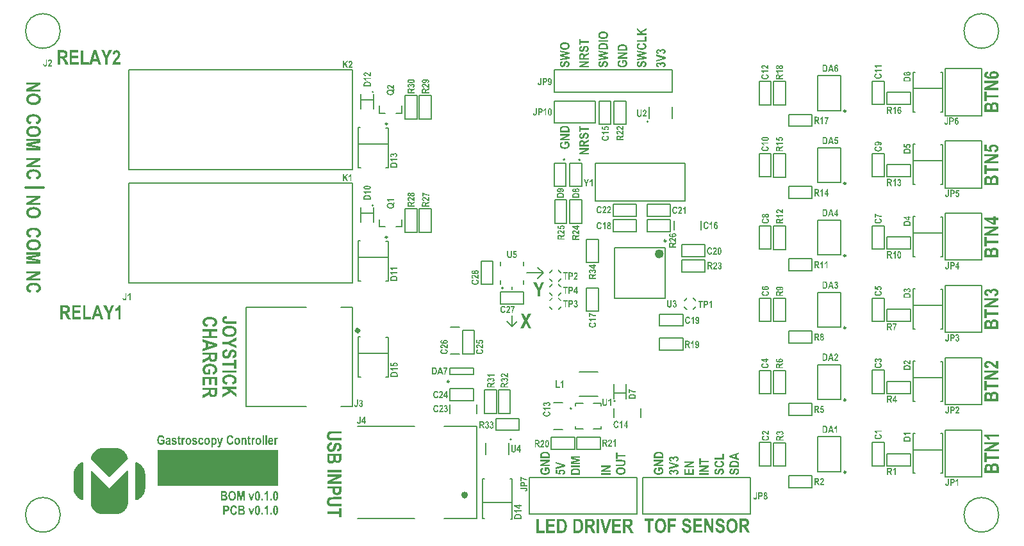
<source format=gto>
G04*
G04 #@! TF.GenerationSoftware,Altium Limited,Altium Designer,22.10.1 (41)*
G04*
G04 Layer_Color=65535*
%FSLAX43Y43*%
%MOMM*%
G71*
G04*
G04 #@! TF.SameCoordinates,B95FFBA6-6113-45C9-A07F-A258FB423046*
G04*
G04*
G04 #@! TF.FilePolarity,Positive*
G04*
G01*
G75*
%ADD10C,0.250*%
%ADD11C,0.600*%
%ADD12C,0.500*%
%ADD13C,0.200*%
%ADD14C,0.150*%
%ADD15C,0.300*%
%ADD16R,15.977X4.700*%
G36*
X64300Y-21654D02*
X62942D01*
X62945Y-21657D01*
X62951Y-21662D01*
X62959Y-21671D01*
X62973Y-21684D01*
X62987Y-21698D01*
X63006Y-21718D01*
X63026Y-21740D01*
X63045Y-21765D01*
X63090Y-21821D01*
X63137Y-21884D01*
X63178Y-21959D01*
X63215Y-22037D01*
X62887D01*
Y-22034D01*
X62884Y-22032D01*
X62879Y-22015D01*
X62865Y-21993D01*
X62848Y-21959D01*
X62823Y-21920D01*
X62793Y-21879D01*
X62756Y-21832D01*
X62712Y-21782D01*
X62709Y-21779D01*
X62706Y-21776D01*
X62690Y-21759D01*
X62662Y-21737D01*
X62626Y-21709D01*
X62584Y-21679D01*
X62534Y-21648D01*
X62479Y-21621D01*
X62418Y-21598D01*
Y-21357D01*
X64300D01*
Y-21654D01*
D02*
G37*
G36*
Y-22687D02*
X63078Y-23306D01*
X64300D01*
Y-23595D01*
X62423D01*
Y-23295D01*
X63678Y-22662D01*
X62423D01*
Y-22373D01*
X64300D01*
Y-22687D01*
D02*
G37*
G36*
X62740Y-24255D02*
X64300D01*
Y-24566D01*
X62740D01*
Y-25024D01*
X62423D01*
Y-23800D01*
X62740D01*
Y-24255D01*
D02*
G37*
G36*
X63789Y-25180D02*
X63809D01*
X63828Y-25183D01*
X63875Y-25188D01*
X63931Y-25202D01*
X63989Y-25219D01*
X64047Y-25244D01*
X64103Y-25277D01*
X64106D01*
X64108Y-25282D01*
X64125Y-25294D01*
X64150Y-25316D01*
X64178Y-25344D01*
X64208Y-25377D01*
X64236Y-25419D01*
X64261Y-25463D01*
X64278Y-25510D01*
Y-25516D01*
X64281Y-25521D01*
Y-25530D01*
X64283Y-25543D01*
Y-25557D01*
X64286Y-25577D01*
X64289Y-25599D01*
X64292Y-25627D01*
Y-25657D01*
X64294Y-25693D01*
X64297Y-25735D01*
Y-25779D01*
X64300Y-25829D01*
Y-26468D01*
X62423D01*
Y-25791D01*
X62426Y-25766D01*
X62429Y-25713D01*
X62434Y-25654D01*
X62443Y-25596D01*
X62454Y-25541D01*
X62462Y-25518D01*
X62470Y-25496D01*
X62473Y-25491D01*
X62479Y-25480D01*
X62493Y-25460D01*
X62509Y-25435D01*
X62532Y-25410D01*
X62559Y-25380D01*
X62593Y-25352D01*
X62634Y-25324D01*
X62640Y-25321D01*
X62654Y-25313D01*
X62679Y-25302D01*
X62709Y-25288D01*
X62748Y-25274D01*
X62793Y-25263D01*
X62842Y-25255D01*
X62895Y-25252D01*
X62898D01*
X62901D01*
X62917D01*
X62945Y-25255D01*
X62976Y-25260D01*
X63015Y-25266D01*
X63056Y-25277D01*
X63101Y-25294D01*
X63142Y-25313D01*
X63148Y-25316D01*
X63159Y-25324D01*
X63178Y-25338D01*
X63203Y-25355D01*
X63228Y-25380D01*
X63256Y-25405D01*
X63281Y-25435D01*
X63303Y-25471D01*
Y-25468D01*
X63306Y-25466D01*
X63312Y-25449D01*
X63326Y-25424D01*
X63342Y-25391D01*
X63364Y-25357D01*
X63392Y-25321D01*
X63428Y-25285D01*
X63470Y-25255D01*
X63475Y-25252D01*
X63489Y-25244D01*
X63514Y-25230D01*
X63550Y-25216D01*
X63592Y-25202D01*
X63639Y-25188D01*
X63695Y-25180D01*
X63756Y-25177D01*
X63759D01*
X63764D01*
X63775D01*
X63789Y-25180D01*
D02*
G37*
G36*
X6997Y19455D02*
X7014D01*
X7033Y19453D01*
X7053D01*
X7097Y19447D01*
X7146Y19442D01*
X7194Y19433D01*
X7240Y19420D01*
X7242D01*
X7246Y19418D01*
X7251Y19416D01*
X7260Y19412D01*
X7283Y19405D01*
X7309Y19394D01*
X7340Y19381D01*
X7371Y19364D01*
X7403Y19346D01*
X7431Y19325D01*
X7434Y19323D01*
X7442Y19316D01*
X7455Y19303D01*
X7470Y19288D01*
X7486Y19268D01*
X7503Y19246D01*
X7520Y19220D01*
X7534Y19190D01*
X7536Y19186D01*
X7540Y19175D01*
X7546Y19159D01*
X7551Y19135D01*
X7559Y19105D01*
X7564Y19070D01*
X7568Y19029D01*
X7570Y18985D01*
Y18596D01*
X6318D01*
Y18998D01*
X6320Y19009D01*
Y19022D01*
X6322Y19053D01*
X6325Y19088D01*
X6333Y19123D01*
X6340Y19159D01*
X6351Y19188D01*
X6353Y19192D01*
X6357Y19201D01*
X6366Y19214D01*
X6377Y19233D01*
X6392Y19253D01*
X6410Y19277D01*
X6433Y19299D01*
X6459Y19323D01*
X6462Y19327D01*
X6472Y19335D01*
X6488Y19346D01*
X6512Y19359D01*
X6540Y19375D01*
X6573Y19392D01*
X6612Y19407D01*
X6657Y19422D01*
X6659D01*
X6662Y19423D01*
X6670Y19425D01*
X6679Y19427D01*
X6690Y19429D01*
X6705Y19433D01*
X6722Y19436D01*
X6740Y19440D01*
X6760Y19442D01*
X6783Y19446D01*
X6807Y19449D01*
X6835Y19451D01*
X6892Y19455D01*
X6957Y19457D01*
X6959D01*
X6964D01*
X6973D01*
X6984D01*
X6997Y19455D01*
D02*
G37*
G36*
X7570Y18172D02*
X6755Y17759D01*
X7570D01*
Y17566D01*
X6318D01*
Y17766D01*
X7155Y18188D01*
X6318D01*
Y18381D01*
X7570D01*
Y18172D01*
D02*
G37*
G36*
X7401Y17366D02*
X7410Y17357D01*
X7425Y17342D01*
X7444Y17320D01*
X7466Y17292D01*
X7488Y17261D01*
X7512Y17222D01*
X7534Y17177D01*
Y17176D01*
X7536Y17172D01*
X7540Y17164D01*
X7544Y17157D01*
X7547Y17144D01*
X7551Y17131D01*
X7562Y17100D01*
X7571Y17063D01*
X7581Y17020D01*
X7588Y16976D01*
X7590Y16929D01*
Y16914D01*
X7588Y16903D01*
Y16890D01*
X7586Y16876D01*
X7584Y16857D01*
X7581Y16839D01*
X7571Y16798D01*
X7559Y16751D01*
X7540Y16705D01*
X7516Y16661D01*
X7514Y16659D01*
X7512Y16655D01*
X7509Y16650D01*
X7501Y16642D01*
X7484Y16620D01*
X7460Y16594D01*
X7429Y16564D01*
X7390Y16533D01*
X7346Y16503D01*
X7294Y16476D01*
X7292D01*
X7286Y16472D01*
X7279Y16470D01*
X7268Y16464D01*
X7253Y16461D01*
X7236Y16455D01*
X7216Y16448D01*
X7194Y16442D01*
X7170Y16437D01*
X7142Y16429D01*
X7114Y16424D01*
X7083Y16420D01*
X7016Y16413D01*
X6944Y16409D01*
X6942D01*
X6935D01*
X6923D01*
X6909Y16411D01*
X6892D01*
X6870Y16413D01*
X6847Y16414D01*
X6822Y16418D01*
X6766Y16426D01*
X6707Y16439D01*
X6647Y16455D01*
X6590Y16477D01*
X6588D01*
X6583Y16481D01*
X6575Y16485D01*
X6566Y16490D01*
X6553Y16496D01*
X6540Y16505D01*
X6509Y16526D01*
X6472Y16552D01*
X6436Y16581D01*
X6401Y16616D01*
X6372Y16655D01*
Y16657D01*
X6368Y16661D01*
X6364Y16666D01*
X6360Y16676D01*
X6355Y16685D01*
X6348Y16698D01*
X6342Y16713D01*
X6335Y16729D01*
X6322Y16768D01*
X6309Y16813D01*
X6301Y16863D01*
X6298Y16918D01*
Y16937D01*
X6299Y16950D01*
X6301Y16964D01*
X6303Y16983D01*
X6305Y17003D01*
X6309Y17024D01*
X6320Y17072D01*
X6336Y17120D01*
X6348Y17144D01*
X6360Y17168D01*
X6375Y17192D01*
X6392Y17213D01*
X6394Y17214D01*
X6396Y17218D01*
X6401Y17224D01*
X6409Y17231D01*
X6420Y17238D01*
X6431Y17250D01*
X6446Y17261D01*
X6462Y17272D01*
X6481Y17285D01*
X6501Y17296D01*
X6523Y17309D01*
X6548Y17320D01*
X6575Y17331D01*
X6603Y17342D01*
X6635Y17350D01*
X6668Y17357D01*
X6714Y17151D01*
X6712D01*
X6710Y17150D01*
X6697Y17146D01*
X6681Y17140D01*
X6659Y17131D01*
X6636Y17120D01*
X6610Y17105D01*
X6586Y17087D01*
X6566Y17066D01*
X6564Y17064D01*
X6559Y17055D01*
X6549Y17042D01*
X6540Y17026D01*
X6531Y17003D01*
X6522Y16979D01*
X6516Y16951D01*
X6514Y16920D01*
Y16907D01*
X6516Y16898D01*
X6518Y16887D01*
X6520Y16874D01*
X6527Y16844D01*
X6540Y16809D01*
X6559Y16774D01*
X6570Y16755D01*
X6583Y16739D01*
X6599Y16722D01*
X6618Y16705D01*
X6620D01*
X6623Y16701D01*
X6629Y16698D01*
X6636Y16692D01*
X6647Y16687D01*
X6660Y16679D01*
X6677Y16672D01*
X6696Y16664D01*
X6716Y16657D01*
X6738Y16650D01*
X6764Y16642D01*
X6792Y16637D01*
X6823Y16631D01*
X6857Y16627D01*
X6892Y16626D01*
X6931Y16624D01*
X6933D01*
X6940D01*
X6953D01*
X6968Y16626D01*
X6986D01*
X7009Y16629D01*
X7033Y16631D01*
X7057Y16635D01*
X7112Y16646D01*
X7170Y16661D01*
X7225Y16683D01*
X7249Y16696D01*
X7273Y16711D01*
X7275Y16713D01*
X7277Y16714D01*
X7288Y16726D01*
X7305Y16742D01*
X7323Y16764D01*
X7342Y16794D01*
X7359Y16831D01*
X7370Y16872D01*
X7371Y16894D01*
X7373Y16918D01*
Y16929D01*
X7371Y16940D01*
X7370Y16955D01*
X7366Y16974D01*
X7362Y16996D01*
X7355Y17018D01*
X7346Y17042D01*
X7344Y17046D01*
X7340Y17053D01*
X7334Y17066D01*
X7325Y17083D01*
X7314Y17100D01*
X7301Y17120D01*
X7286Y17140D01*
X7268Y17161D01*
X7110D01*
Y16924D01*
X6899D01*
Y17370D01*
X7397D01*
X7401Y17366D01*
D02*
G37*
G36*
X9069Y19153D02*
X10110D01*
Y18946D01*
X9069D01*
Y18640D01*
X8858D01*
Y19457D01*
X9069D01*
Y19153D01*
D02*
G37*
G36*
X9774Y18536D02*
X9787Y18535D01*
X9804Y18533D01*
X9823Y18529D01*
X9841Y18525D01*
X9886Y18514D01*
X9932Y18496D01*
X9954Y18485D01*
X9976Y18470D01*
X9999Y18455D01*
X10021Y18436D01*
X10023Y18435D01*
X10026Y18431D01*
X10030Y18425D01*
X10037Y18418D01*
X10047Y18407D01*
X10056Y18394D01*
X10065Y18377D01*
X10074Y18361D01*
X10086Y18340D01*
X10095Y18316D01*
X10104Y18290D01*
X10113Y18262D01*
X10121Y18231D01*
X10124Y18198D01*
X10128Y18162D01*
X10130Y18124D01*
Y18107D01*
X10126Y18088D01*
X10123Y18064D01*
X10117Y18035D01*
X10108Y18001D01*
X10095Y17966D01*
X10076Y17929D01*
X10054Y17892D01*
X10024Y17855D01*
X9991Y17820D01*
X9971Y17803D01*
X9949Y17787D01*
X9924Y17772D01*
X9900Y17759D01*
X9873Y17746D01*
X9843Y17733D01*
X9810Y17724D01*
X9776Y17714D01*
X9739Y17709D01*
X9700Y17703D01*
X9676Y17905D01*
X9678D01*
X9687Y17907D01*
X9699Y17909D01*
X9713Y17912D01*
X9732Y17918D01*
X9752Y17925D01*
X9774Y17935D01*
X9797Y17946D01*
X9819Y17959D01*
X9841Y17974D01*
X9861Y17992D01*
X9880Y18014D01*
X9895Y18038D01*
X9906Y18064D01*
X9915Y18096D01*
X9917Y18129D01*
Y18144D01*
X9915Y18161D01*
X9911Y18183D01*
X9906Y18205D01*
X9897Y18229D01*
X9886Y18253D01*
X9869Y18275D01*
X9867Y18277D01*
X9860Y18285D01*
X9849Y18294D01*
X9836Y18303D01*
X9817Y18314D01*
X9797Y18322D01*
X9773Y18329D01*
X9747Y18331D01*
X9745D01*
X9739D01*
X9732Y18329D01*
X9721D01*
X9699Y18322D01*
X9686Y18318D01*
X9674Y18311D01*
X9673D01*
X9669Y18307D01*
X9658Y18296D01*
X9650Y18288D01*
X9641Y18279D01*
X9634Y18266D01*
X9626Y18253D01*
X9624Y18251D01*
X9623Y18246D01*
X9617Y18233D01*
X9610Y18216D01*
X9606Y18205D01*
X9602Y18192D01*
X9597Y18177D01*
X9591Y18159D01*
X9584Y18140D01*
X9576Y18118D01*
X9569Y18094D01*
X9562Y18068D01*
Y18066D01*
X9560Y18062D01*
X9558Y18055D01*
X9554Y18046D01*
X9550Y18035D01*
X9547Y18024D01*
X9536Y17994D01*
X9523Y17962D01*
X9508Y17929D01*
X9491Y17900D01*
X9474Y17874D01*
X9473Y17872D01*
X9465Y17864D01*
X9456Y17853D01*
X9441Y17838D01*
X9425Y17824D01*
X9404Y17807D01*
X9380Y17790D01*
X9352Y17775D01*
X9349Y17774D01*
X9339Y17770D01*
X9323Y17764D01*
X9302Y17759D01*
X9278Y17751D01*
X9250Y17746D01*
X9219Y17742D01*
X9187Y17740D01*
X9186D01*
X9184D01*
X9178D01*
X9171D01*
X9150Y17742D01*
X9126Y17746D01*
X9099Y17751D01*
X9067Y17761D01*
X9036Y17772D01*
X9004Y17787D01*
X9002D01*
X9000Y17788D01*
X8991Y17796D01*
X8976Y17805D01*
X8958Y17820D01*
X8938Y17838D01*
X8917Y17861D01*
X8897Y17885D01*
X8880Y17914D01*
Y17916D01*
X8878Y17918D01*
X8873Y17929D01*
X8867Y17948D01*
X8858Y17972D01*
X8850Y18001D01*
X8845Y18035D01*
X8839Y18075D01*
X8838Y18118D01*
Y18135D01*
X8839Y18148D01*
X8841Y18162D01*
X8843Y18181D01*
X8845Y18199D01*
X8850Y18222D01*
X8862Y18266D01*
X8880Y18314D01*
X8891Y18337D01*
X8904Y18361D01*
X8919Y18381D01*
X8938Y18401D01*
X8939Y18403D01*
X8941Y18405D01*
X8949Y18411D01*
X8956Y18418D01*
X8965Y18425D01*
X8978Y18435D01*
X8993Y18444D01*
X9010Y18453D01*
X9028Y18462D01*
X9049Y18474D01*
X9073Y18483D01*
X9097Y18490D01*
X9125Y18498D01*
X9152Y18503D01*
X9184Y18509D01*
X9217Y18511D01*
X9228Y18303D01*
X9226D01*
X9225D01*
X9219Y18301D01*
X9212Y18299D01*
X9195Y18296D01*
X9173Y18290D01*
X9150Y18281D01*
X9126Y18272D01*
X9106Y18259D01*
X9088Y18242D01*
X9086Y18240D01*
X9082Y18235D01*
X9075Y18224D01*
X9067Y18209D01*
X9060Y18190D01*
X9052Y18168D01*
X9049Y18142D01*
X9047Y18112D01*
Y18099D01*
X9049Y18083D01*
X9050Y18064D01*
X9056Y18044D01*
X9062Y18024D01*
X9071Y18001D01*
X9082Y17983D01*
X9084Y17981D01*
X9088Y17975D01*
X9095Y17968D01*
X9106Y17961D01*
X9119Y17953D01*
X9134Y17946D01*
X9150Y17940D01*
X9169Y17938D01*
X9171D01*
X9176D01*
X9186Y17940D01*
X9199Y17944D01*
X9212Y17948D01*
X9225Y17955D01*
X9239Y17966D01*
X9252Y17979D01*
X9254Y17981D01*
X9258Y17988D01*
X9265Y18000D01*
X9275Y18018D01*
X9280Y18031D01*
X9287Y18044D01*
X9293Y18059D01*
X9300Y18077D01*
X9308Y18096D01*
X9315Y18118D01*
X9323Y18142D01*
X9330Y18168D01*
Y18170D01*
X9332Y18175D01*
X9334Y18183D01*
X9337Y18194D01*
X9343Y18207D01*
X9347Y18222D01*
X9360Y18255D01*
X9375Y18292D01*
X9389Y18329D01*
X9408Y18364D01*
X9417Y18381D01*
X9426Y18394D01*
X9428Y18398D01*
X9436Y18405D01*
X9445Y18418D01*
X9460Y18435D01*
X9478Y18451D01*
X9500Y18470D01*
X9526Y18486D01*
X9554Y18501D01*
X9558Y18503D01*
X9569Y18507D01*
X9586Y18512D01*
X9608Y18520D01*
X9636Y18527D01*
X9669Y18533D01*
X9706Y18536D01*
X9747Y18538D01*
X9749D01*
X9754D01*
X9762D01*
X9774Y18536D01*
D02*
G37*
G36*
X10110Y17394D02*
X9837Y17246D01*
X9836D01*
X9830Y17242D01*
X9823Y17238D01*
X9813Y17233D01*
X9802Y17226D01*
X9789Y17218D01*
X9760Y17201D01*
X9728Y17183D01*
X9697Y17164D01*
X9684Y17157D01*
X9673Y17148D01*
X9662Y17140D01*
X9654Y17135D01*
X9652Y17133D01*
X9649Y17129D01*
X9641Y17124D01*
X9634Y17116D01*
X9617Y17098D01*
X9608Y17087D01*
X9602Y17074D01*
Y17072D01*
X9600Y17068D01*
X9597Y17061D01*
X9595Y17050D01*
X9591Y17035D01*
X9589Y17016D01*
X9587Y16996D01*
Y16929D01*
X10110D01*
Y16722D01*
X8858D01*
Y17187D01*
X8860Y17200D01*
Y17216D01*
X8862Y17251D01*
X8867Y17290D01*
X8873Y17329D01*
X8882Y17366D01*
X8888Y17383D01*
X8893Y17398D01*
X8895Y17401D01*
X8899Y17411D01*
X8908Y17424D01*
X8921Y17440D01*
X8936Y17459D01*
X8956Y17477D01*
X8980Y17498D01*
X9010Y17516D01*
X9013Y17518D01*
X9025Y17524D01*
X9043Y17531D01*
X9065Y17540D01*
X9095Y17548D01*
X9130Y17555D01*
X9167Y17561D01*
X9210Y17562D01*
X9212D01*
X9215D01*
X9225D01*
X9234Y17561D01*
X9247D01*
X9262Y17559D01*
X9295Y17553D01*
X9332Y17546D01*
X9371Y17533D01*
X9410Y17514D01*
X9447Y17490D01*
X9449D01*
X9450Y17487D01*
X9462Y17477D01*
X9476Y17461D01*
X9493Y17438D01*
X9513Y17411D01*
X9532Y17375D01*
X9547Y17337D01*
X9558Y17290D01*
X9560Y17294D01*
X9567Y17301D01*
X9576Y17314D01*
X9589Y17329D01*
X9604Y17346D01*
X9623Y17364D01*
X9643Y17383D01*
X9663Y17400D01*
X9665Y17401D01*
X9674Y17407D01*
X9689Y17418D01*
X9710Y17431D01*
X9737Y17448D01*
X9754Y17457D01*
X9773Y17468D01*
X9793Y17479D01*
X9815Y17492D01*
X9841Y17505D01*
X9867Y17518D01*
X10110Y17644D01*
Y17394D01*
D02*
G37*
G36*
Y16296D02*
X9295Y15883D01*
X10110D01*
Y15690D01*
X8858D01*
Y15890D01*
X9695Y16313D01*
X8858D01*
Y16505D01*
X10110D01*
Y16296D01*
D02*
G37*
G36*
X9069Y30653D02*
X10110D01*
Y30446D01*
X9069D01*
Y30140D01*
X8858D01*
Y30957D01*
X9069D01*
Y30653D01*
D02*
G37*
G36*
X9774Y30036D02*
X9787Y30035D01*
X9804Y30033D01*
X9823Y30029D01*
X9841Y30025D01*
X9886Y30014D01*
X9932Y29996D01*
X9954Y29985D01*
X9976Y29970D01*
X9999Y29955D01*
X10021Y29936D01*
X10023Y29935D01*
X10026Y29931D01*
X10030Y29925D01*
X10037Y29918D01*
X10047Y29907D01*
X10056Y29894D01*
X10065Y29877D01*
X10074Y29861D01*
X10086Y29840D01*
X10095Y29816D01*
X10104Y29790D01*
X10113Y29762D01*
X10121Y29731D01*
X10124Y29698D01*
X10128Y29662D01*
X10130Y29624D01*
Y29607D01*
X10126Y29588D01*
X10123Y29564D01*
X10117Y29535D01*
X10108Y29501D01*
X10095Y29466D01*
X10076Y29429D01*
X10054Y29392D01*
X10024Y29355D01*
X9991Y29320D01*
X9971Y29303D01*
X9949Y29287D01*
X9924Y29272D01*
X9900Y29259D01*
X9873Y29246D01*
X9843Y29233D01*
X9810Y29224D01*
X9776Y29214D01*
X9739Y29209D01*
X9700Y29203D01*
X9676Y29405D01*
X9678D01*
X9687Y29407D01*
X9699Y29409D01*
X9713Y29412D01*
X9732Y29418D01*
X9752Y29425D01*
X9774Y29435D01*
X9797Y29446D01*
X9819Y29459D01*
X9841Y29474D01*
X9861Y29492D01*
X9880Y29514D01*
X9895Y29538D01*
X9906Y29564D01*
X9915Y29596D01*
X9917Y29629D01*
Y29644D01*
X9915Y29661D01*
X9911Y29683D01*
X9906Y29705D01*
X9897Y29729D01*
X9886Y29753D01*
X9869Y29775D01*
X9867Y29777D01*
X9860Y29785D01*
X9849Y29794D01*
X9836Y29803D01*
X9817Y29814D01*
X9797Y29822D01*
X9773Y29829D01*
X9747Y29831D01*
X9745D01*
X9739D01*
X9732Y29829D01*
X9721D01*
X9699Y29822D01*
X9686Y29818D01*
X9674Y29811D01*
X9673D01*
X9669Y29807D01*
X9658Y29796D01*
X9650Y29788D01*
X9641Y29779D01*
X9634Y29766D01*
X9626Y29753D01*
X9624Y29751D01*
X9623Y29746D01*
X9617Y29733D01*
X9610Y29716D01*
X9606Y29705D01*
X9602Y29692D01*
X9597Y29677D01*
X9591Y29659D01*
X9584Y29640D01*
X9576Y29618D01*
X9569Y29594D01*
X9562Y29568D01*
Y29566D01*
X9560Y29562D01*
X9558Y29555D01*
X9554Y29546D01*
X9550Y29535D01*
X9547Y29524D01*
X9536Y29494D01*
X9523Y29462D01*
X9508Y29429D01*
X9491Y29399D01*
X9474Y29374D01*
X9473Y29372D01*
X9465Y29364D01*
X9456Y29353D01*
X9441Y29338D01*
X9425Y29324D01*
X9404Y29307D01*
X9380Y29290D01*
X9352Y29275D01*
X9349Y29274D01*
X9339Y29270D01*
X9323Y29264D01*
X9302Y29259D01*
X9278Y29251D01*
X9250Y29246D01*
X9219Y29242D01*
X9188Y29240D01*
X9186D01*
X9184D01*
X9178D01*
X9171D01*
X9150Y29242D01*
X9126Y29246D01*
X9099Y29251D01*
X9067Y29261D01*
X9036Y29272D01*
X9004Y29287D01*
X9002D01*
X9000Y29288D01*
X8991Y29296D01*
X8976Y29305D01*
X8958Y29320D01*
X8938Y29338D01*
X8917Y29361D01*
X8897Y29385D01*
X8880Y29414D01*
Y29416D01*
X8878Y29418D01*
X8873Y29429D01*
X8867Y29448D01*
X8858Y29472D01*
X8851Y29501D01*
X8845Y29535D01*
X8839Y29575D01*
X8838Y29618D01*
Y29635D01*
X8839Y29648D01*
X8841Y29662D01*
X8843Y29681D01*
X8845Y29699D01*
X8851Y29722D01*
X8862Y29766D01*
X8880Y29814D01*
X8891Y29837D01*
X8904Y29861D01*
X8919Y29881D01*
X8938Y29901D01*
X8939Y29903D01*
X8941Y29905D01*
X8949Y29911D01*
X8956Y29918D01*
X8965Y29925D01*
X8978Y29935D01*
X8993Y29944D01*
X9010Y29953D01*
X9028Y29962D01*
X9049Y29974D01*
X9073Y29983D01*
X9097Y29990D01*
X9125Y29998D01*
X9152Y30003D01*
X9184Y30009D01*
X9217Y30011D01*
X9228Y29803D01*
X9226D01*
X9225D01*
X9219Y29801D01*
X9212Y29799D01*
X9195Y29796D01*
X9173Y29790D01*
X9150Y29781D01*
X9126Y29772D01*
X9106Y29759D01*
X9088Y29742D01*
X9086Y29740D01*
X9082Y29735D01*
X9075Y29724D01*
X9067Y29709D01*
X9060Y29690D01*
X9052Y29668D01*
X9049Y29642D01*
X9047Y29612D01*
Y29599D01*
X9049Y29583D01*
X9050Y29564D01*
X9056Y29544D01*
X9062Y29524D01*
X9071Y29501D01*
X9082Y29483D01*
X9084Y29481D01*
X9088Y29475D01*
X9095Y29468D01*
X9106Y29461D01*
X9119Y29453D01*
X9134Y29446D01*
X9150Y29440D01*
X9169Y29438D01*
X9171D01*
X9176D01*
X9186Y29440D01*
X9199Y29444D01*
X9212Y29448D01*
X9225Y29455D01*
X9239Y29466D01*
X9252Y29479D01*
X9254Y29481D01*
X9258Y29488D01*
X9265Y29499D01*
X9275Y29518D01*
X9280Y29531D01*
X9287Y29544D01*
X9293Y29559D01*
X9300Y29577D01*
X9308Y29596D01*
X9315Y29618D01*
X9323Y29642D01*
X9330Y29668D01*
Y29670D01*
X9332Y29675D01*
X9334Y29683D01*
X9337Y29694D01*
X9343Y29707D01*
X9347Y29722D01*
X9360Y29755D01*
X9375Y29792D01*
X9389Y29829D01*
X9408Y29864D01*
X9417Y29881D01*
X9426Y29894D01*
X9428Y29898D01*
X9436Y29905D01*
X9445Y29918D01*
X9460Y29935D01*
X9478Y29951D01*
X9500Y29970D01*
X9526Y29986D01*
X9554Y30001D01*
X9558Y30003D01*
X9569Y30007D01*
X9586Y30012D01*
X9608Y30020D01*
X9636Y30027D01*
X9669Y30033D01*
X9706Y30036D01*
X9747Y30038D01*
X9749D01*
X9754D01*
X9762D01*
X9774Y30036D01*
D02*
G37*
G36*
X10110Y28894D02*
X9837Y28746D01*
X9836D01*
X9830Y28742D01*
X9823Y28738D01*
X9813Y28733D01*
X9802Y28726D01*
X9789Y28718D01*
X9760Y28701D01*
X9728Y28683D01*
X9697Y28664D01*
X9684Y28657D01*
X9673Y28648D01*
X9662Y28640D01*
X9654Y28635D01*
X9652Y28633D01*
X9649Y28629D01*
X9641Y28624D01*
X9634Y28616D01*
X9617Y28598D01*
X9608Y28587D01*
X9602Y28574D01*
Y28572D01*
X9600Y28568D01*
X9597Y28561D01*
X9595Y28550D01*
X9591Y28535D01*
X9589Y28516D01*
X9587Y28496D01*
Y28429D01*
X10110D01*
Y28222D01*
X8858D01*
Y28687D01*
X8860Y28700D01*
Y28716D01*
X8862Y28751D01*
X8867Y28790D01*
X8873Y28829D01*
X8882Y28866D01*
X8888Y28883D01*
X8893Y28898D01*
X8895Y28901D01*
X8899Y28911D01*
X8908Y28924D01*
X8921Y28940D01*
X8936Y28959D01*
X8956Y28977D01*
X8980Y28998D01*
X9010Y29016D01*
X9013Y29018D01*
X9025Y29024D01*
X9043Y29031D01*
X9065Y29040D01*
X9095Y29048D01*
X9130Y29055D01*
X9167Y29061D01*
X9210Y29062D01*
X9212D01*
X9215D01*
X9225D01*
X9234Y29061D01*
X9247D01*
X9262Y29059D01*
X9295Y29053D01*
X9332Y29046D01*
X9371Y29033D01*
X9410Y29014D01*
X9447Y28990D01*
X9449D01*
X9450Y28987D01*
X9462Y28977D01*
X9476Y28961D01*
X9493Y28938D01*
X9513Y28911D01*
X9532Y28875D01*
X9547Y28837D01*
X9558Y28790D01*
X9560Y28794D01*
X9567Y28801D01*
X9576Y28814D01*
X9589Y28829D01*
X9604Y28846D01*
X9623Y28864D01*
X9643Y28883D01*
X9663Y28900D01*
X9665Y28901D01*
X9674Y28907D01*
X9689Y28918D01*
X9710Y28931D01*
X9737Y28948D01*
X9754Y28957D01*
X9773Y28968D01*
X9793Y28979D01*
X9815Y28992D01*
X9841Y29005D01*
X9867Y29018D01*
X10110Y29144D01*
Y28894D01*
D02*
G37*
G36*
Y27796D02*
X9295Y27383D01*
X10110D01*
Y27190D01*
X8858D01*
Y27390D01*
X9695Y27813D01*
X8858D01*
Y28005D01*
X10110D01*
Y27796D01*
D02*
G37*
G36*
X6996Y30507D02*
X7022Y30505D01*
X7053Y30501D01*
X7086Y30496D01*
X7123Y30490D01*
X7162Y30483D01*
X7201Y30473D01*
X7242Y30461D01*
X7283Y30446D01*
X7323Y30429D01*
X7362Y30409D01*
X7399Y30386D01*
X7434Y30361D01*
X7436Y30359D01*
X7442Y30355D01*
X7449Y30348D01*
X7459Y30336D01*
X7470Y30323D01*
X7484Y30309D01*
X7497Y30290D01*
X7512Y30268D01*
X7527Y30244D01*
X7540Y30218D01*
X7553Y30190D01*
X7566Y30159D01*
X7575Y30125D01*
X7583Y30088D01*
X7588Y30051D01*
X7590Y30011D01*
Y30001D01*
X7588Y29988D01*
Y29974D01*
X7584Y29955D01*
X7583Y29933D01*
X7577Y29909D01*
X7571Y29883D01*
X7562Y29855D01*
X7553Y29827D01*
X7540Y29798D01*
X7525Y29768D01*
X7507Y29740D01*
X7486Y29711D01*
X7464Y29685D01*
X7436Y29659D01*
X7434Y29657D01*
X7429Y29653D01*
X7418Y29646D01*
X7405Y29637D01*
X7386Y29625D01*
X7364Y29612D01*
X7338Y29599D01*
X7310Y29587D01*
X7277Y29572D01*
X7240Y29559D01*
X7201Y29546D01*
X7159Y29535D01*
X7112Y29525D01*
X7062Y29518D01*
X7009Y29514D01*
X6953Y29512D01*
X6951D01*
X6944D01*
X6931D01*
X6916Y29514D01*
X6897D01*
X6875Y29516D01*
X6849Y29518D01*
X6823Y29520D01*
X6764Y29529D01*
X6703Y29540D01*
X6642Y29555D01*
X6612Y29566D01*
X6585Y29577D01*
X6583D01*
X6579Y29581D01*
X6572Y29585D01*
X6560Y29590D01*
X6549Y29596D01*
X6535Y29603D01*
X6503Y29624D01*
X6468Y29649D01*
X6433Y29677D01*
X6399Y29712D01*
X6370Y29749D01*
Y29751D01*
X6366Y29755D01*
X6362Y29761D01*
X6359Y29768D01*
X6353Y29779D01*
X6348Y29792D01*
X6340Y29807D01*
X6333Y29822D01*
X6320Y29861D01*
X6309Y29905D01*
X6301Y29955D01*
X6298Y30011D01*
Y30020D01*
X6299Y30033D01*
Y30048D01*
X6303Y30066D01*
X6307Y30088D01*
X6312Y30112D01*
X6318Y30138D01*
X6327Y30166D01*
X6338Y30196D01*
X6353Y30225D01*
X6368Y30255D01*
X6388Y30285D01*
X6410Y30314D01*
X6436Y30342D01*
X6466Y30370D01*
X6468Y30372D01*
X6473Y30375D01*
X6483Y30383D01*
X6498Y30392D01*
X6514Y30401D01*
X6536Y30414D01*
X6560Y30427D01*
X6588Y30440D01*
X6622Y30453D01*
X6657Y30464D01*
X6696Y30477D01*
X6738Y30486D01*
X6785Y30496D01*
X6835Y30503D01*
X6888Y30507D01*
X6944Y30509D01*
X6947D01*
X6957D01*
X6973D01*
X6996Y30507D01*
D02*
G37*
G36*
X7570Y29198D02*
Y28977D01*
X6635Y28772D01*
X7570Y28568D01*
Y28342D01*
X6318Y28100D01*
Y28311D01*
X7179Y28464D01*
X6318Y28651D01*
Y28898D01*
X7194Y29079D01*
X6318Y29237D01*
Y29446D01*
X7570Y29198D01*
D02*
G37*
G36*
X7234Y28024D02*
X7247Y28022D01*
X7264Y28020D01*
X7283Y28016D01*
X7301Y28013D01*
X7346Y28001D01*
X7392Y27983D01*
X7414Y27972D01*
X7436Y27957D01*
X7459Y27942D01*
X7481Y27924D01*
X7483Y27922D01*
X7486Y27918D01*
X7490Y27913D01*
X7497Y27905D01*
X7507Y27894D01*
X7516Y27881D01*
X7525Y27864D01*
X7534Y27848D01*
X7546Y27827D01*
X7555Y27803D01*
X7564Y27777D01*
X7573Y27750D01*
X7581Y27718D01*
X7584Y27685D01*
X7588Y27650D01*
X7590Y27611D01*
Y27594D01*
X7586Y27576D01*
X7583Y27552D01*
X7577Y27522D01*
X7568Y27489D01*
X7555Y27453D01*
X7536Y27416D01*
X7514Y27379D01*
X7484Y27342D01*
X7451Y27307D01*
X7431Y27290D01*
X7409Y27274D01*
X7384Y27259D01*
X7360Y27246D01*
X7333Y27233D01*
X7303Y27220D01*
X7270Y27211D01*
X7236Y27202D01*
X7199Y27196D01*
X7160Y27190D01*
X7136Y27392D01*
X7138D01*
X7147Y27394D01*
X7159Y27396D01*
X7173Y27400D01*
X7192Y27405D01*
X7212Y27413D01*
X7234Y27422D01*
X7257Y27433D01*
X7279Y27446D01*
X7301Y27461D01*
X7321Y27479D01*
X7340Y27502D01*
X7355Y27526D01*
X7366Y27552D01*
X7375Y27583D01*
X7377Y27616D01*
Y27631D01*
X7375Y27648D01*
X7372Y27670D01*
X7366Y27692D01*
X7357Y27716D01*
X7346Y27740D01*
X7329Y27763D01*
X7327Y27764D01*
X7320Y27772D01*
X7309Y27781D01*
X7296Y27790D01*
X7277Y27802D01*
X7257Y27809D01*
X7233Y27816D01*
X7207Y27818D01*
X7205D01*
X7199D01*
X7192Y27816D01*
X7181D01*
X7159Y27809D01*
X7146Y27805D01*
X7134Y27798D01*
X7133D01*
X7129Y27794D01*
X7118Y27783D01*
X7110Y27776D01*
X7101Y27766D01*
X7094Y27753D01*
X7086Y27740D01*
X7084Y27739D01*
X7083Y27733D01*
X7077Y27720D01*
X7070Y27703D01*
X7066Y27692D01*
X7062Y27679D01*
X7057Y27664D01*
X7051Y27646D01*
X7044Y27627D01*
X7036Y27605D01*
X7029Y27581D01*
X7022Y27555D01*
Y27553D01*
X7020Y27550D01*
X7018Y27542D01*
X7014Y27533D01*
X7010Y27522D01*
X7007Y27511D01*
X6996Y27481D01*
X6983Y27450D01*
X6968Y27416D01*
X6951Y27387D01*
X6935Y27361D01*
X6933Y27359D01*
X6925Y27352D01*
X6916Y27340D01*
X6901Y27326D01*
X6885Y27311D01*
X6864Y27294D01*
X6840Y27278D01*
X6812Y27263D01*
X6809Y27261D01*
X6799Y27257D01*
X6783Y27252D01*
X6762Y27246D01*
X6738Y27239D01*
X6710Y27233D01*
X6679Y27229D01*
X6648Y27228D01*
X6646D01*
X6644D01*
X6638D01*
X6631D01*
X6610Y27229D01*
X6586Y27233D01*
X6559Y27239D01*
X6527Y27248D01*
X6496Y27259D01*
X6464Y27274D01*
X6462D01*
X6460Y27276D01*
X6451Y27283D01*
X6436Y27292D01*
X6418Y27307D01*
X6398Y27326D01*
X6377Y27348D01*
X6357Y27372D01*
X6340Y27402D01*
Y27403D01*
X6338Y27405D01*
X6333Y27416D01*
X6327Y27435D01*
X6318Y27459D01*
X6311Y27489D01*
X6305Y27522D01*
X6299Y27563D01*
X6298Y27605D01*
Y27622D01*
X6299Y27635D01*
X6301Y27650D01*
X6303Y27668D01*
X6305Y27687D01*
X6311Y27709D01*
X6322Y27753D01*
X6340Y27802D01*
X6351Y27824D01*
X6364Y27848D01*
X6379Y27868D01*
X6398Y27889D01*
X6399Y27890D01*
X6401Y27892D01*
X6409Y27898D01*
X6416Y27905D01*
X6425Y27913D01*
X6438Y27922D01*
X6453Y27931D01*
X6470Y27940D01*
X6488Y27950D01*
X6509Y27961D01*
X6533Y27970D01*
X6557Y27977D01*
X6585Y27985D01*
X6612Y27990D01*
X6644Y27996D01*
X6677Y27998D01*
X6688Y27790D01*
X6686D01*
X6685D01*
X6679Y27789D01*
X6672Y27787D01*
X6655Y27783D01*
X6633Y27777D01*
X6610Y27768D01*
X6586Y27759D01*
X6566Y27746D01*
X6548Y27729D01*
X6546Y27727D01*
X6542Y27722D01*
X6535Y27711D01*
X6527Y27696D01*
X6520Y27677D01*
X6512Y27655D01*
X6509Y27629D01*
X6507Y27600D01*
Y27587D01*
X6509Y27570D01*
X6510Y27552D01*
X6516Y27531D01*
X6522Y27511D01*
X6531Y27489D01*
X6542Y27470D01*
X6544Y27468D01*
X6548Y27463D01*
X6555Y27455D01*
X6566Y27448D01*
X6579Y27440D01*
X6594Y27433D01*
X6610Y27427D01*
X6629Y27426D01*
X6631D01*
X6636D01*
X6646Y27427D01*
X6659Y27431D01*
X6672Y27435D01*
X6685Y27442D01*
X6699Y27453D01*
X6712Y27466D01*
X6714Y27468D01*
X6718Y27476D01*
X6725Y27487D01*
X6735Y27505D01*
X6740Y27518D01*
X6747Y27531D01*
X6753Y27546D01*
X6760Y27565D01*
X6768Y27583D01*
X6775Y27605D01*
X6783Y27629D01*
X6790Y27655D01*
Y27657D01*
X6792Y27663D01*
X6794Y27670D01*
X6797Y27681D01*
X6803Y27694D01*
X6807Y27709D01*
X6820Y27742D01*
X6835Y27779D01*
X6849Y27816D01*
X6868Y27852D01*
X6877Y27868D01*
X6886Y27881D01*
X6888Y27885D01*
X6896Y27892D01*
X6905Y27905D01*
X6920Y27922D01*
X6938Y27939D01*
X6960Y27957D01*
X6986Y27974D01*
X7014Y27989D01*
X7018Y27990D01*
X7029Y27994D01*
X7046Y28000D01*
X7068Y28007D01*
X7096Y28014D01*
X7129Y28020D01*
X7166Y28024D01*
X7207Y28026D01*
X7209D01*
X7214D01*
X7222D01*
X7234Y28024D01*
D02*
G37*
G36*
X12076Y31940D02*
X12102Y31938D01*
X12133Y31934D01*
X12166Y31929D01*
X12203Y31923D01*
X12242Y31916D01*
X12281Y31907D01*
X12322Y31894D01*
X12363Y31879D01*
X12403Y31862D01*
X12442Y31842D01*
X12479Y31820D01*
X12514Y31794D01*
X12516Y31792D01*
X12522Y31788D01*
X12529Y31781D01*
X12539Y31770D01*
X12550Y31757D01*
X12564Y31742D01*
X12577Y31723D01*
X12592Y31701D01*
X12607Y31677D01*
X12620Y31651D01*
X12633Y31623D01*
X12646Y31592D01*
X12655Y31559D01*
X12663Y31522D01*
X12668Y31484D01*
X12670Y31444D01*
Y31434D01*
X12668Y31422D01*
Y31407D01*
X12664Y31388D01*
X12663Y31366D01*
X12657Y31342D01*
X12651Y31316D01*
X12642Y31288D01*
X12633Y31260D01*
X12620Y31231D01*
X12605Y31201D01*
X12587Y31173D01*
X12566Y31144D01*
X12544Y31118D01*
X12516Y31092D01*
X12514Y31090D01*
X12509Y31086D01*
X12498Y31079D01*
X12485Y31070D01*
X12466Y31059D01*
X12444Y31046D01*
X12418Y31033D01*
X12390Y31020D01*
X12357Y31005D01*
X12320Y30992D01*
X12281Y30979D01*
X12239Y30968D01*
X12192Y30959D01*
X12142Y30951D01*
X12089Y30947D01*
X12033Y30946D01*
X12031D01*
X12024D01*
X12011D01*
X11996Y30947D01*
X11977D01*
X11955Y30949D01*
X11929Y30951D01*
X11903Y30953D01*
X11844Y30962D01*
X11783Y30973D01*
X11722Y30988D01*
X11692Y30999D01*
X11665Y31010D01*
X11663D01*
X11659Y31014D01*
X11652Y31018D01*
X11640Y31023D01*
X11629Y31029D01*
X11615Y31036D01*
X11583Y31057D01*
X11548Y31083D01*
X11513Y31110D01*
X11479Y31146D01*
X11450Y31183D01*
Y31184D01*
X11446Y31188D01*
X11442Y31194D01*
X11439Y31201D01*
X11433Y31212D01*
X11428Y31225D01*
X11420Y31240D01*
X11413Y31255D01*
X11400Y31294D01*
X11389Y31338D01*
X11381Y31388D01*
X11378Y31444D01*
Y31453D01*
X11379Y31466D01*
Y31481D01*
X11383Y31499D01*
X11387Y31522D01*
X11392Y31546D01*
X11398Y31572D01*
X11407Y31599D01*
X11418Y31629D01*
X11433Y31659D01*
X11448Y31688D01*
X11468Y31718D01*
X11490Y31747D01*
X11516Y31775D01*
X11546Y31803D01*
X11548Y31805D01*
X11553Y31809D01*
X11563Y31816D01*
X11578Y31825D01*
X11594Y31834D01*
X11616Y31847D01*
X11640Y31860D01*
X11668Y31873D01*
X11702Y31886D01*
X11737Y31897D01*
X11776Y31910D01*
X11818Y31920D01*
X11865Y31929D01*
X11915Y31936D01*
X11968Y31940D01*
X12024Y31942D01*
X12027D01*
X12037D01*
X12053D01*
X12076Y31940D01*
D02*
G37*
G36*
X12650Y30583D02*
X11398D01*
Y30790D01*
X12650D01*
Y30583D01*
D02*
G37*
G36*
X12077Y30412D02*
X12094D01*
X12113Y30411D01*
X12133D01*
X12177Y30405D01*
X12226Y30399D01*
X12274Y30390D01*
X12320Y30377D01*
X12322D01*
X12326Y30375D01*
X12331Y30373D01*
X12340Y30370D01*
X12363Y30362D01*
X12389Y30351D01*
X12420Y30338D01*
X12451Y30322D01*
X12483Y30303D01*
X12511Y30283D01*
X12514Y30281D01*
X12522Y30273D01*
X12535Y30261D01*
X12550Y30246D01*
X12566Y30225D01*
X12583Y30203D01*
X12600Y30177D01*
X12614Y30148D01*
X12616Y30144D01*
X12620Y30133D01*
X12626Y30116D01*
X12631Y30092D01*
X12639Y30062D01*
X12644Y30027D01*
X12648Y29986D01*
X12650Y29942D01*
Y29553D01*
X11398D01*
Y29955D01*
X11400Y29966D01*
Y29979D01*
X11402Y30011D01*
X11405Y30046D01*
X11413Y30081D01*
X11420Y30116D01*
X11431Y30146D01*
X11433Y30149D01*
X11437Y30159D01*
X11446Y30172D01*
X11457Y30190D01*
X11472Y30211D01*
X11490Y30235D01*
X11513Y30257D01*
X11539Y30281D01*
X11542Y30285D01*
X11552Y30292D01*
X11568Y30303D01*
X11592Y30316D01*
X11620Y30333D01*
X11653Y30349D01*
X11692Y30364D01*
X11737Y30379D01*
X11739D01*
X11742Y30381D01*
X11750Y30383D01*
X11759Y30385D01*
X11770Y30386D01*
X11785Y30390D01*
X11802Y30394D01*
X11820Y30398D01*
X11840Y30399D01*
X11863Y30403D01*
X11887Y30407D01*
X11915Y30409D01*
X11972Y30412D01*
X12037Y30414D01*
X12039D01*
X12044D01*
X12053D01*
X12064D01*
X12077Y30412D01*
D02*
G37*
G36*
X12650Y29198D02*
Y28977D01*
X11715Y28772D01*
X12650Y28568D01*
Y28342D01*
X11398Y28100D01*
Y28311D01*
X12259Y28464D01*
X11398Y28651D01*
Y28898D01*
X12274Y29079D01*
X11398Y29237D01*
Y29446D01*
X12650Y29198D01*
D02*
G37*
G36*
X12314Y28024D02*
X12327Y28022D01*
X12344Y28020D01*
X12363Y28016D01*
X12381Y28013D01*
X12426Y28001D01*
X12472Y27983D01*
X12494Y27972D01*
X12516Y27957D01*
X12539Y27942D01*
X12561Y27924D01*
X12563Y27922D01*
X12566Y27918D01*
X12570Y27913D01*
X12577Y27905D01*
X12587Y27894D01*
X12596Y27881D01*
X12605Y27864D01*
X12614Y27848D01*
X12626Y27827D01*
X12635Y27803D01*
X12644Y27777D01*
X12653Y27750D01*
X12661Y27718D01*
X12664Y27685D01*
X12668Y27650D01*
X12670Y27611D01*
Y27594D01*
X12666Y27576D01*
X12663Y27552D01*
X12657Y27522D01*
X12648Y27489D01*
X12635Y27453D01*
X12616Y27416D01*
X12594Y27379D01*
X12564Y27342D01*
X12531Y27307D01*
X12511Y27290D01*
X12489Y27274D01*
X12464Y27259D01*
X12440Y27246D01*
X12413Y27233D01*
X12383Y27220D01*
X12350Y27211D01*
X12316Y27202D01*
X12279Y27196D01*
X12240Y27190D01*
X12216Y27392D01*
X12218D01*
X12227Y27394D01*
X12239Y27396D01*
X12253Y27400D01*
X12272Y27405D01*
X12292Y27413D01*
X12314Y27422D01*
X12337Y27433D01*
X12359Y27446D01*
X12381Y27461D01*
X12401Y27479D01*
X12420Y27502D01*
X12435Y27526D01*
X12446Y27552D01*
X12455Y27583D01*
X12457Y27616D01*
Y27631D01*
X12455Y27648D01*
X12451Y27670D01*
X12446Y27692D01*
X12437Y27716D01*
X12426Y27740D01*
X12409Y27763D01*
X12407Y27764D01*
X12400Y27772D01*
X12389Y27781D01*
X12376Y27790D01*
X12357Y27802D01*
X12337Y27809D01*
X12313Y27816D01*
X12287Y27818D01*
X12285D01*
X12279D01*
X12272Y27816D01*
X12261D01*
X12239Y27809D01*
X12226Y27805D01*
X12214Y27798D01*
X12213D01*
X12209Y27794D01*
X12198Y27783D01*
X12190Y27776D01*
X12181Y27766D01*
X12174Y27753D01*
X12166Y27740D01*
X12164Y27739D01*
X12163Y27733D01*
X12157Y27720D01*
X12150Y27703D01*
X12146Y27692D01*
X12142Y27679D01*
X12137Y27664D01*
X12131Y27646D01*
X12124Y27627D01*
X12116Y27605D01*
X12109Y27581D01*
X12102Y27555D01*
Y27553D01*
X12100Y27550D01*
X12098Y27542D01*
X12094Y27533D01*
X12090Y27522D01*
X12087Y27511D01*
X12076Y27481D01*
X12063Y27450D01*
X12048Y27416D01*
X12031Y27387D01*
X12014Y27361D01*
X12013Y27359D01*
X12005Y27352D01*
X11996Y27340D01*
X11981Y27326D01*
X11965Y27311D01*
X11944Y27294D01*
X11920Y27278D01*
X11892Y27263D01*
X11889Y27261D01*
X11879Y27257D01*
X11863Y27252D01*
X11842Y27246D01*
X11818Y27239D01*
X11790Y27233D01*
X11759Y27229D01*
X11727Y27228D01*
X11726D01*
X11724D01*
X11718D01*
X11711D01*
X11690Y27229D01*
X11666Y27233D01*
X11639Y27239D01*
X11607Y27248D01*
X11576Y27259D01*
X11544Y27274D01*
X11542D01*
X11540Y27276D01*
X11531Y27283D01*
X11516Y27292D01*
X11498Y27307D01*
X11478Y27326D01*
X11457Y27348D01*
X11437Y27372D01*
X11420Y27402D01*
Y27403D01*
X11418Y27405D01*
X11413Y27416D01*
X11407Y27435D01*
X11398Y27459D01*
X11391Y27489D01*
X11385Y27522D01*
X11379Y27563D01*
X11378Y27605D01*
Y27622D01*
X11379Y27635D01*
X11381Y27650D01*
X11383Y27668D01*
X11385Y27687D01*
X11391Y27709D01*
X11402Y27753D01*
X11420Y27802D01*
X11431Y27824D01*
X11444Y27848D01*
X11459Y27868D01*
X11478Y27889D01*
X11479Y27890D01*
X11481Y27892D01*
X11489Y27898D01*
X11496Y27905D01*
X11505Y27913D01*
X11518Y27922D01*
X11533Y27931D01*
X11550Y27940D01*
X11568Y27950D01*
X11589Y27961D01*
X11613Y27970D01*
X11637Y27977D01*
X11665Y27985D01*
X11692Y27990D01*
X11724Y27996D01*
X11757Y27998D01*
X11768Y27790D01*
X11766D01*
X11765D01*
X11759Y27789D01*
X11752Y27787D01*
X11735Y27783D01*
X11713Y27777D01*
X11690Y27768D01*
X11666Y27759D01*
X11646Y27746D01*
X11628Y27729D01*
X11626Y27727D01*
X11622Y27722D01*
X11615Y27711D01*
X11607Y27696D01*
X11600Y27677D01*
X11592Y27655D01*
X11589Y27629D01*
X11587Y27600D01*
Y27587D01*
X11589Y27570D01*
X11590Y27552D01*
X11596Y27531D01*
X11602Y27511D01*
X11611Y27489D01*
X11622Y27470D01*
X11624Y27468D01*
X11628Y27463D01*
X11635Y27455D01*
X11646Y27448D01*
X11659Y27440D01*
X11674Y27433D01*
X11690Y27427D01*
X11709Y27426D01*
X11711D01*
X11716D01*
X11726Y27427D01*
X11739Y27431D01*
X11752Y27435D01*
X11765Y27442D01*
X11779Y27453D01*
X11792Y27466D01*
X11794Y27468D01*
X11798Y27476D01*
X11805Y27487D01*
X11815Y27505D01*
X11820Y27518D01*
X11827Y27531D01*
X11833Y27546D01*
X11840Y27565D01*
X11848Y27583D01*
X11855Y27605D01*
X11863Y27629D01*
X11870Y27655D01*
Y27657D01*
X11872Y27663D01*
X11874Y27670D01*
X11877Y27681D01*
X11883Y27694D01*
X11887Y27709D01*
X11900Y27742D01*
X11915Y27779D01*
X11929Y27816D01*
X11948Y27852D01*
X11957Y27868D01*
X11966Y27881D01*
X11968Y27885D01*
X11976Y27892D01*
X11985Y27905D01*
X12000Y27922D01*
X12018Y27939D01*
X12040Y27957D01*
X12066Y27974D01*
X12094Y27989D01*
X12098Y27990D01*
X12109Y27994D01*
X12126Y28000D01*
X12148Y28007D01*
X12176Y28014D01*
X12209Y28020D01*
X12246Y28024D01*
X12287Y28026D01*
X12289D01*
X12294D01*
X12302D01*
X12314Y28024D01*
D02*
G37*
G36*
X14617Y30236D02*
X14634D01*
X14653Y30235D01*
X14673D01*
X14717Y30229D01*
X14766Y30223D01*
X14814Y30214D01*
X14860Y30201D01*
X14862D01*
X14866Y30199D01*
X14871Y30198D01*
X14880Y30194D01*
X14903Y30186D01*
X14929Y30175D01*
X14960Y30162D01*
X14991Y30146D01*
X15023Y30127D01*
X15051Y30107D01*
X15054Y30105D01*
X15062Y30098D01*
X15075Y30085D01*
X15090Y30070D01*
X15106Y30049D01*
X15123Y30027D01*
X15140Y30001D01*
X15154Y29972D01*
X15156Y29968D01*
X15160Y29957D01*
X15166Y29940D01*
X15171Y29916D01*
X15179Y29886D01*
X15184Y29851D01*
X15188Y29811D01*
X15190Y29766D01*
Y29377D01*
X13938D01*
Y29779D01*
X13940Y29790D01*
Y29803D01*
X13942Y29835D01*
X13945Y29870D01*
X13953Y29905D01*
X13960Y29940D01*
X13971Y29970D01*
X13973Y29974D01*
X13977Y29983D01*
X13986Y29996D01*
X13997Y30014D01*
X14012Y30035D01*
X14030Y30059D01*
X14053Y30081D01*
X14079Y30105D01*
X14082Y30109D01*
X14092Y30116D01*
X14108Y30127D01*
X14132Y30140D01*
X14160Y30157D01*
X14193Y30174D01*
X14232Y30188D01*
X14277Y30203D01*
X14279D01*
X14282Y30205D01*
X14290Y30207D01*
X14299Y30209D01*
X14310Y30211D01*
X14325Y30214D01*
X14342Y30218D01*
X14360Y30222D01*
X14380Y30223D01*
X14403Y30227D01*
X14427Y30231D01*
X14455Y30233D01*
X14512Y30236D01*
X14577Y30238D01*
X14579D01*
X14584D01*
X14593D01*
X14604D01*
X14617Y30236D01*
D02*
G37*
G36*
X15190Y28953D02*
X14375Y28540D01*
X15190D01*
Y28348D01*
X13938D01*
Y28548D01*
X14775Y28970D01*
X13938D01*
Y29162D01*
X15190D01*
Y28953D01*
D02*
G37*
G36*
X15021Y28148D02*
X15030Y28139D01*
X15045Y28124D01*
X15064Y28101D01*
X15086Y28074D01*
X15108Y28042D01*
X15132Y28003D01*
X15154Y27959D01*
Y27957D01*
X15156Y27953D01*
X15160Y27946D01*
X15164Y27939D01*
X15167Y27926D01*
X15171Y27913D01*
X15182Y27881D01*
X15191Y27844D01*
X15201Y27802D01*
X15208Y27757D01*
X15210Y27711D01*
Y27696D01*
X15208Y27685D01*
Y27672D01*
X15206Y27657D01*
X15204Y27639D01*
X15201Y27620D01*
X15191Y27579D01*
X15179Y27533D01*
X15160Y27487D01*
X15136Y27442D01*
X15134Y27440D01*
X15132Y27437D01*
X15129Y27431D01*
X15121Y27424D01*
X15104Y27402D01*
X15080Y27376D01*
X15049Y27346D01*
X15010Y27315D01*
X14966Y27285D01*
X14914Y27257D01*
X14912D01*
X14906Y27253D01*
X14899Y27252D01*
X14888Y27246D01*
X14873Y27242D01*
X14856Y27237D01*
X14836Y27229D01*
X14814Y27224D01*
X14790Y27218D01*
X14762Y27211D01*
X14734Y27205D01*
X14703Y27202D01*
X14636Y27194D01*
X14564Y27190D01*
X14562D01*
X14554D01*
X14543D01*
X14529Y27192D01*
X14512D01*
X14490Y27194D01*
X14467Y27196D01*
X14442Y27200D01*
X14386Y27207D01*
X14327Y27220D01*
X14267Y27237D01*
X14210Y27259D01*
X14208D01*
X14203Y27263D01*
X14195Y27266D01*
X14186Y27272D01*
X14173Y27278D01*
X14160Y27287D01*
X14129Y27307D01*
X14092Y27333D01*
X14056Y27363D01*
X14021Y27398D01*
X13992Y27437D01*
Y27439D01*
X13988Y27442D01*
X13984Y27448D01*
X13980Y27457D01*
X13975Y27466D01*
X13968Y27479D01*
X13962Y27494D01*
X13955Y27511D01*
X13942Y27550D01*
X13929Y27594D01*
X13921Y27644D01*
X13918Y27700D01*
Y27718D01*
X13919Y27731D01*
X13921Y27746D01*
X13923Y27764D01*
X13925Y27785D01*
X13929Y27805D01*
X13940Y27853D01*
X13956Y27902D01*
X13968Y27926D01*
X13980Y27950D01*
X13995Y27974D01*
X14012Y27994D01*
X14014Y27996D01*
X14016Y28000D01*
X14021Y28005D01*
X14029Y28013D01*
X14040Y28020D01*
X14051Y28031D01*
X14066Y28042D01*
X14082Y28053D01*
X14101Y28066D01*
X14121Y28077D01*
X14143Y28090D01*
X14168Y28101D01*
X14195Y28113D01*
X14223Y28124D01*
X14255Y28131D01*
X14288Y28139D01*
X14334Y27933D01*
X14332D01*
X14330Y27931D01*
X14317Y27927D01*
X14301Y27922D01*
X14279Y27913D01*
X14256Y27902D01*
X14230Y27887D01*
X14206Y27868D01*
X14186Y27848D01*
X14184Y27846D01*
X14179Y27837D01*
X14169Y27824D01*
X14160Y27807D01*
X14151Y27785D01*
X14142Y27761D01*
X14136Y27733D01*
X14134Y27702D01*
Y27689D01*
X14136Y27679D01*
X14138Y27668D01*
X14140Y27655D01*
X14147Y27626D01*
X14160Y27590D01*
X14179Y27555D01*
X14190Y27537D01*
X14203Y27520D01*
X14219Y27503D01*
X14238Y27487D01*
X14240D01*
X14243Y27483D01*
X14249Y27479D01*
X14256Y27474D01*
X14267Y27468D01*
X14280Y27461D01*
X14297Y27453D01*
X14316Y27446D01*
X14336Y27439D01*
X14358Y27431D01*
X14384Y27424D01*
X14412Y27418D01*
X14443Y27413D01*
X14477Y27409D01*
X14512Y27407D01*
X14551Y27405D01*
X14553D01*
X14560D01*
X14573D01*
X14588Y27407D01*
X14606D01*
X14629Y27411D01*
X14653Y27413D01*
X14677Y27416D01*
X14732Y27427D01*
X14790Y27442D01*
X14845Y27465D01*
X14869Y27477D01*
X14893Y27492D01*
X14895Y27494D01*
X14897Y27496D01*
X14908Y27507D01*
X14925Y27524D01*
X14943Y27546D01*
X14962Y27576D01*
X14979Y27613D01*
X14990Y27653D01*
X14991Y27676D01*
X14993Y27700D01*
Y27711D01*
X14991Y27722D01*
X14990Y27737D01*
X14986Y27755D01*
X14982Y27777D01*
X14975Y27800D01*
X14966Y27824D01*
X14964Y27827D01*
X14960Y27835D01*
X14954Y27848D01*
X14945Y27864D01*
X14934Y27881D01*
X14921Y27902D01*
X14906Y27922D01*
X14888Y27942D01*
X14730D01*
Y27705D01*
X14519D01*
Y28151D01*
X15017D01*
X15021Y28148D01*
D02*
G37*
G36*
X17730Y32125D02*
X17143Y31846D01*
X17352Y31677D01*
X17730D01*
Y31470D01*
X16478D01*
Y31677D01*
X17037D01*
X16478Y32097D01*
Y32377D01*
X16963Y31992D01*
X17730Y32395D01*
Y32125D01*
D02*
G37*
G36*
Y30594D02*
X16487D01*
Y30801D01*
X17519D01*
Y31316D01*
X17730D01*
Y30594D01*
D02*
G37*
G36*
X17354Y30411D02*
X17365Y30407D01*
X17380Y30403D01*
X17396Y30398D01*
X17417Y30392D01*
X17439Y30385D01*
X17463Y30375D01*
X17513Y30353D01*
X17565Y30325D01*
X17613Y30294D01*
X17633Y30275D01*
X17654Y30255D01*
X17656Y30253D01*
X17657Y30249D01*
X17663Y30244D01*
X17669Y30235D01*
X17676Y30225D01*
X17683Y30212D01*
X17693Y30198D01*
X17702Y30181D01*
X17711Y30162D01*
X17720Y30142D01*
X17735Y30096D01*
X17746Y30044D01*
X17748Y30016D01*
X17750Y29986D01*
Y29977D01*
X17748Y29968D01*
Y29953D01*
X17744Y29936D01*
X17743Y29916D01*
X17737Y29894D01*
X17731Y29870D01*
X17722Y29844D01*
X17713Y29818D01*
X17700Y29792D01*
X17685Y29764D01*
X17667Y29737D01*
X17646Y29711D01*
X17624Y29685D01*
X17596Y29661D01*
X17594Y29659D01*
X17589Y29655D01*
X17578Y29648D01*
X17563Y29638D01*
X17546Y29627D01*
X17524Y29616D01*
X17498Y29603D01*
X17469Y29590D01*
X17437Y29575D01*
X17400Y29562D01*
X17361Y29551D01*
X17319Y29540D01*
X17272Y29531D01*
X17222Y29524D01*
X17170Y29520D01*
X17115Y29518D01*
X17113D01*
X17111D01*
X17100D01*
X17083Y29520D01*
X17063D01*
X17035Y29522D01*
X17004Y29525D01*
X16970Y29531D01*
X16933Y29537D01*
X16893Y29544D01*
X16852Y29553D01*
X16811Y29564D01*
X16769Y29579D01*
X16728Y29596D01*
X16689Y29614D01*
X16650Y29637D01*
X16615Y29662D01*
X16613Y29664D01*
X16608Y29668D01*
X16600Y29675D01*
X16591Y29685D01*
X16578Y29698D01*
X16565Y29712D01*
X16550Y29731D01*
X16535Y29751D01*
X16522Y29774D01*
X16508Y29799D01*
X16495Y29827D01*
X16482Y29857D01*
X16472Y29890D01*
X16465Y29924D01*
X16459Y29961D01*
X16458Y29999D01*
Y30016D01*
X16459Y30029D01*
X16461Y30044D01*
X16463Y30061D01*
X16467Y30079D01*
X16472Y30099D01*
X16487Y30146D01*
X16496Y30170D01*
X16508Y30194D01*
X16522Y30218D01*
X16539Y30242D01*
X16558Y30266D01*
X16578Y30288D01*
Y30290D01*
X16582Y30292D01*
X16587Y30296D01*
X16593Y30301D01*
X16602Y30309D01*
X16613Y30316D01*
X16626Y30325D01*
X16641Y30335D01*
X16658Y30344D01*
X16674Y30355D01*
X16695Y30364D01*
X16717Y30375D01*
X16743Y30385D01*
X16769Y30394D01*
X16796Y30403D01*
X16826Y30411D01*
X16885Y30205D01*
X16883D01*
X16882Y30203D01*
X16876D01*
X16869Y30201D01*
X16850Y30196D01*
X16828Y30188D01*
X16802Y30177D01*
X16776Y30162D01*
X16752Y30146D01*
X16730Y30125D01*
X16728Y30124D01*
X16720Y30116D01*
X16711Y30103D01*
X16702Y30086D01*
X16691Y30066D01*
X16683Y30044D01*
X16676Y30018D01*
X16674Y29988D01*
Y29977D01*
X16676Y29970D01*
X16680Y29949D01*
X16687Y29924D01*
X16698Y29894D01*
X16717Y29862D01*
X16728Y29848D01*
X16741Y29833D01*
X16756Y29818D01*
X16774Y29803D01*
X16776D01*
X16778Y29799D01*
X16785Y29798D01*
X16793Y29792D01*
X16804Y29787D01*
X16817Y29781D01*
X16833Y29775D01*
X16852Y29768D01*
X16872Y29761D01*
X16896Y29755D01*
X16924Y29749D01*
X16954Y29744D01*
X16985Y29740D01*
X17020Y29737D01*
X17059Y29733D01*
X17100D01*
X17102D01*
X17111D01*
X17122D01*
X17139Y29735D01*
X17157D01*
X17180Y29737D01*
X17204Y29738D01*
X17230Y29742D01*
X17285Y29749D01*
X17341Y29762D01*
X17367Y29770D01*
X17393Y29779D01*
X17415Y29790D01*
X17435Y29801D01*
X17437D01*
X17439Y29805D01*
X17450Y29814D01*
X17467Y29829D01*
X17483Y29851D01*
X17502Y29877D01*
X17519Y29907D01*
X17530Y29944D01*
X17531Y29962D01*
X17533Y29983D01*
Y29986D01*
X17531Y29996D01*
X17530Y30012D01*
X17526Y30031D01*
X17519Y30053D01*
X17507Y30077D01*
X17491Y30101D01*
X17470Y30124D01*
X17467Y30125D01*
X17457Y30133D01*
X17443Y30144D01*
X17420Y30157D01*
X17393Y30172D01*
X17357Y30185D01*
X17317Y30199D01*
X17267Y30211D01*
X17344Y30412D01*
X17346D01*
X17354Y30411D01*
D02*
G37*
G36*
X17730Y29198D02*
Y28977D01*
X16795Y28772D01*
X17730Y28568D01*
Y28342D01*
X16478Y28100D01*
Y28311D01*
X17339Y28464D01*
X16478Y28651D01*
Y28898D01*
X17354Y29079D01*
X16478Y29237D01*
Y29446D01*
X17730Y29198D01*
D02*
G37*
G36*
X17394Y28024D02*
X17407Y28022D01*
X17424Y28020D01*
X17443Y28016D01*
X17461Y28013D01*
X17506Y28001D01*
X17552Y27983D01*
X17574Y27972D01*
X17596Y27957D01*
X17619Y27942D01*
X17641Y27924D01*
X17643Y27922D01*
X17646Y27918D01*
X17650Y27913D01*
X17657Y27905D01*
X17667Y27894D01*
X17676Y27881D01*
X17685Y27864D01*
X17694Y27848D01*
X17706Y27827D01*
X17715Y27803D01*
X17724Y27777D01*
X17733Y27750D01*
X17741Y27718D01*
X17744Y27685D01*
X17748Y27650D01*
X17750Y27611D01*
Y27594D01*
X17746Y27576D01*
X17743Y27552D01*
X17737Y27522D01*
X17728Y27489D01*
X17715Y27453D01*
X17696Y27416D01*
X17674Y27379D01*
X17644Y27342D01*
X17611Y27307D01*
X17591Y27290D01*
X17569Y27274D01*
X17544Y27259D01*
X17520Y27246D01*
X17493Y27233D01*
X17463Y27220D01*
X17430Y27211D01*
X17396Y27202D01*
X17359Y27196D01*
X17320Y27190D01*
X17296Y27392D01*
X17298D01*
X17307Y27394D01*
X17319Y27396D01*
X17333Y27400D01*
X17352Y27405D01*
X17372Y27413D01*
X17394Y27422D01*
X17417Y27433D01*
X17439Y27446D01*
X17461Y27461D01*
X17482Y27479D01*
X17500Y27502D01*
X17515Y27526D01*
X17526Y27552D01*
X17535Y27583D01*
X17537Y27616D01*
Y27631D01*
X17535Y27648D01*
X17531Y27670D01*
X17526Y27692D01*
X17517Y27716D01*
X17506Y27740D01*
X17489Y27763D01*
X17487Y27764D01*
X17480Y27772D01*
X17469Y27781D01*
X17456Y27790D01*
X17437Y27802D01*
X17417Y27809D01*
X17393Y27816D01*
X17367Y27818D01*
X17365D01*
X17359D01*
X17352Y27816D01*
X17341D01*
X17319Y27809D01*
X17306Y27805D01*
X17294Y27798D01*
X17293D01*
X17289Y27794D01*
X17278Y27783D01*
X17270Y27776D01*
X17261Y27766D01*
X17254Y27753D01*
X17246Y27740D01*
X17244Y27739D01*
X17243Y27733D01*
X17237Y27720D01*
X17230Y27703D01*
X17226Y27692D01*
X17222Y27679D01*
X17217Y27664D01*
X17211Y27646D01*
X17204Y27627D01*
X17196Y27605D01*
X17189Y27581D01*
X17182Y27555D01*
Y27553D01*
X17180Y27550D01*
X17178Y27542D01*
X17174Y27533D01*
X17170Y27522D01*
X17167Y27511D01*
X17156Y27481D01*
X17143Y27450D01*
X17128Y27416D01*
X17111Y27387D01*
X17095Y27361D01*
X17093Y27359D01*
X17085Y27352D01*
X17076Y27340D01*
X17061Y27326D01*
X17045Y27311D01*
X17024Y27294D01*
X17000Y27278D01*
X16972Y27263D01*
X16969Y27261D01*
X16959Y27257D01*
X16943Y27252D01*
X16922Y27246D01*
X16898Y27239D01*
X16870Y27233D01*
X16839Y27229D01*
X16808Y27228D01*
X16806D01*
X16804D01*
X16798D01*
X16791D01*
X16770Y27229D01*
X16746Y27233D01*
X16719Y27239D01*
X16687Y27248D01*
X16656Y27259D01*
X16624Y27274D01*
X16622D01*
X16620Y27276D01*
X16611Y27283D01*
X16596Y27292D01*
X16578Y27307D01*
X16558Y27326D01*
X16537Y27348D01*
X16517Y27372D01*
X16500Y27402D01*
Y27403D01*
X16498Y27405D01*
X16493Y27416D01*
X16487Y27435D01*
X16478Y27459D01*
X16471Y27489D01*
X16465Y27522D01*
X16459Y27563D01*
X16458Y27605D01*
Y27622D01*
X16459Y27635D01*
X16461Y27650D01*
X16463Y27668D01*
X16465Y27687D01*
X16471Y27709D01*
X16482Y27753D01*
X16500Y27802D01*
X16511Y27824D01*
X16524Y27848D01*
X16539Y27868D01*
X16558Y27889D01*
X16559Y27890D01*
X16561Y27892D01*
X16569Y27898D01*
X16576Y27905D01*
X16585Y27913D01*
X16598Y27922D01*
X16613Y27931D01*
X16630Y27940D01*
X16648Y27950D01*
X16669Y27961D01*
X16693Y27970D01*
X16717Y27977D01*
X16745Y27985D01*
X16772Y27990D01*
X16804Y27996D01*
X16837Y27998D01*
X16848Y27790D01*
X16846D01*
X16845D01*
X16839Y27789D01*
X16832Y27787D01*
X16815Y27783D01*
X16793Y27777D01*
X16770Y27768D01*
X16746Y27759D01*
X16726Y27746D01*
X16708Y27729D01*
X16706Y27727D01*
X16702Y27722D01*
X16695Y27711D01*
X16687Y27696D01*
X16680Y27677D01*
X16672Y27655D01*
X16669Y27629D01*
X16667Y27600D01*
Y27587D01*
X16669Y27570D01*
X16670Y27552D01*
X16676Y27531D01*
X16682Y27511D01*
X16691Y27489D01*
X16702Y27470D01*
X16704Y27468D01*
X16708Y27463D01*
X16715Y27455D01*
X16726Y27448D01*
X16739Y27440D01*
X16754Y27433D01*
X16770Y27427D01*
X16789Y27426D01*
X16791D01*
X16796D01*
X16806Y27427D01*
X16819Y27431D01*
X16832Y27435D01*
X16845Y27442D01*
X16859Y27453D01*
X16872Y27466D01*
X16874Y27468D01*
X16878Y27476D01*
X16885Y27487D01*
X16895Y27505D01*
X16900Y27518D01*
X16907Y27531D01*
X16913Y27546D01*
X16920Y27565D01*
X16928Y27583D01*
X16935Y27605D01*
X16943Y27629D01*
X16950Y27655D01*
Y27657D01*
X16952Y27663D01*
X16954Y27670D01*
X16957Y27681D01*
X16963Y27694D01*
X16967Y27709D01*
X16980Y27742D01*
X16995Y27779D01*
X17009Y27816D01*
X17028Y27852D01*
X17037Y27868D01*
X17046Y27881D01*
X17048Y27885D01*
X17056Y27892D01*
X17065Y27905D01*
X17080Y27922D01*
X17098Y27939D01*
X17120Y27957D01*
X17146Y27974D01*
X17174Y27989D01*
X17178Y27990D01*
X17189Y27994D01*
X17206Y28000D01*
X17228Y28007D01*
X17256Y28014D01*
X17289Y28020D01*
X17326Y28024D01*
X17367Y28026D01*
X17369D01*
X17374D01*
X17382D01*
X17394Y28024D01*
D02*
G37*
G36*
X19923Y29627D02*
X19938Y29625D01*
X19955Y29624D01*
X19973Y29620D01*
X19996Y29616D01*
X20040Y29603D01*
X20086Y29585D01*
X20110Y29574D01*
X20134Y29561D01*
X20157Y29544D01*
X20179Y29525D01*
X20181Y29524D01*
X20184Y29522D01*
X20190Y29514D01*
X20196Y29507D01*
X20205Y29498D01*
X20214Y29487D01*
X20234Y29457D01*
X20255Y29422D01*
X20273Y29381D01*
X20279Y29357D01*
X20284Y29333D01*
X20288Y29309D01*
X20290Y29283D01*
Y29270D01*
X20288Y29261D01*
X20286Y29250D01*
X20284Y29235D01*
X20279Y29203D01*
X20268Y29168D01*
X20249Y29129D01*
X20240Y29109D01*
X20227Y29090D01*
X20212Y29072D01*
X20196Y29053D01*
X20194Y29051D01*
X20192Y29050D01*
X20186Y29044D01*
X20179Y29038D01*
X20168Y29031D01*
X20157Y29024D01*
X20144Y29014D01*
X20127Y29005D01*
X20110Y28996D01*
X20090Y28987D01*
X20070Y28977D01*
X20046Y28968D01*
X19996Y28955D01*
X19936Y28946D01*
X19909Y29137D01*
X19910D01*
X19912D01*
X19923Y29138D01*
X19938Y29140D01*
X19959Y29146D01*
X19981Y29151D01*
X20003Y29161D01*
X20025Y29172D01*
X20044Y29185D01*
X20046Y29187D01*
X20051Y29192D01*
X20059Y29201D01*
X20066Y29212D01*
X20075Y29225D01*
X20083Y29242D01*
X20088Y29261D01*
X20090Y29281D01*
Y29292D01*
X20086Y29303D01*
X20083Y29316D01*
X20077Y29333D01*
X20068Y29351D01*
X20055Y29368D01*
X20036Y29385D01*
X20034Y29387D01*
X20025Y29392D01*
X20014Y29398D01*
X19996Y29407D01*
X19975Y29414D01*
X19947Y29420D01*
X19918Y29425D01*
X19883Y29427D01*
X19881D01*
X19879D01*
X19868D01*
X19851Y29425D01*
X19831Y29422D01*
X19809Y29418D01*
X19784Y29411D01*
X19760Y29400D01*
X19740Y29387D01*
X19738Y29385D01*
X19731Y29379D01*
X19723Y29370D01*
X19712Y29359D01*
X19703Y29344D01*
X19694Y29327D01*
X19688Y29309D01*
X19686Y29288D01*
Y29274D01*
X19688Y29264D01*
X19690Y29251D01*
X19694Y29235D01*
X19699Y29218D01*
X19705Y29200D01*
X19509Y29220D01*
Y29233D01*
X19507Y29248D01*
X19505Y29264D01*
X19499Y29285D01*
X19494Y29305D01*
X19483Y29324D01*
X19470Y29342D01*
X19468Y29344D01*
X19462Y29350D01*
X19451Y29357D01*
X19438Y29364D01*
X19422Y29372D01*
X19401Y29379D01*
X19377Y29385D01*
X19349Y29387D01*
X19346D01*
X19338D01*
X19327Y29385D01*
X19312Y29383D01*
X19298Y29379D01*
X19281Y29372D01*
X19264Y29364D01*
X19249Y29353D01*
X19248Y29351D01*
X19244Y29348D01*
X19238Y29340D01*
X19231Y29331D01*
X19223Y29320D01*
X19218Y29305D01*
X19214Y29288D01*
X19212Y29270D01*
Y29262D01*
X19214Y29251D01*
X19218Y29240D01*
X19223Y29227D01*
X19231Y29212D01*
X19240Y29198D01*
X19255Y29183D01*
X19257Y29181D01*
X19262Y29177D01*
X19273Y29172D01*
X19286Y29164D01*
X19303Y29157D01*
X19325Y29150D01*
X19349Y29144D01*
X19379Y29140D01*
X19342Y28959D01*
X19340D01*
X19335Y28961D01*
X19325Y28963D01*
X19314Y28964D01*
X19299Y28968D01*
X19285Y28972D01*
X19248Y28983D01*
X19207Y28998D01*
X19166Y29016D01*
X19127Y29040D01*
X19109Y29053D01*
X19094Y29068D01*
X19092Y29070D01*
X19090Y29072D01*
X19081Y29083D01*
X19068Y29101D01*
X19053Y29125D01*
X19040Y29155D01*
X19027Y29192D01*
X19018Y29233D01*
X19014Y29255D01*
Y29290D01*
X19016Y29301D01*
X19018Y29312D01*
X19020Y29325D01*
X19027Y29359D01*
X19038Y29394D01*
X19057Y29431D01*
X19068Y29449D01*
X19081Y29468D01*
X19096Y29485D01*
X19114Y29501D01*
X19116Y29503D01*
X19118Y29505D01*
X19123Y29509D01*
X19131Y29514D01*
X19140Y29520D01*
X19151Y29527D01*
X19179Y29544D01*
X19212Y29559D01*
X19249Y29572D01*
X19290Y29581D01*
X19312Y29585D01*
X19335D01*
X19338D01*
X19347D01*
X19364Y29583D01*
X19383Y29579D01*
X19407Y29575D01*
X19431Y29568D01*
X19457Y29559D01*
X19483Y29546D01*
X19486Y29544D01*
X19494Y29538D01*
X19505Y29531D01*
X19522Y29518D01*
X19538Y29503D01*
X19559Y29483D01*
X19579Y29461D01*
X19597Y29435D01*
Y29437D01*
X19599Y29438D01*
X19603Y29449D01*
X19609Y29464D01*
X19618Y29485D01*
X19633Y29507D01*
X19649Y29529D01*
X19672Y29551D01*
X19699Y29574D01*
X19703Y29575D01*
X19714Y29583D01*
X19731Y29592D01*
X19753Y29601D01*
X19781Y29612D01*
X19814Y29620D01*
X19853Y29627D01*
X19896Y29629D01*
X19897D01*
X19903D01*
X19912D01*
X19923Y29627D01*
D02*
G37*
G36*
X20270Y28526D02*
Y28300D01*
X19018Y27935D01*
Y28159D01*
X19946Y28418D01*
X19018Y28668D01*
Y28890D01*
X20270Y28526D01*
D02*
G37*
G36*
X19923Y27872D02*
X19938Y27870D01*
X19955Y27868D01*
X19973Y27864D01*
X19996Y27861D01*
X20040Y27848D01*
X20086Y27829D01*
X20110Y27818D01*
X20134Y27805D01*
X20157Y27789D01*
X20179Y27770D01*
X20181Y27768D01*
X20184Y27766D01*
X20190Y27759D01*
X20196Y27752D01*
X20205Y27742D01*
X20214Y27731D01*
X20234Y27702D01*
X20255Y27666D01*
X20273Y27626D01*
X20279Y27602D01*
X20284Y27577D01*
X20288Y27553D01*
X20290Y27527D01*
Y27515D01*
X20288Y27505D01*
X20286Y27494D01*
X20284Y27479D01*
X20279Y27448D01*
X20268Y27413D01*
X20249Y27374D01*
X20240Y27353D01*
X20227Y27335D01*
X20212Y27316D01*
X20196Y27298D01*
X20194Y27296D01*
X20192Y27294D01*
X20186Y27289D01*
X20179Y27283D01*
X20168Y27276D01*
X20157Y27268D01*
X20144Y27259D01*
X20127Y27250D01*
X20110Y27240D01*
X20090Y27231D01*
X20070Y27222D01*
X20046Y27213D01*
X19996Y27200D01*
X19936Y27190D01*
X19909Y27381D01*
X19910D01*
X19912D01*
X19923Y27383D01*
X19938Y27385D01*
X19959Y27390D01*
X19981Y27396D01*
X20003Y27405D01*
X20025Y27416D01*
X20044Y27429D01*
X20046Y27431D01*
X20051Y27437D01*
X20059Y27446D01*
X20066Y27457D01*
X20075Y27470D01*
X20083Y27487D01*
X20088Y27505D01*
X20090Y27526D01*
Y27537D01*
X20086Y27548D01*
X20083Y27561D01*
X20077Y27577D01*
X20068Y27596D01*
X20055Y27613D01*
X20036Y27629D01*
X20034Y27631D01*
X20025Y27637D01*
X20014Y27642D01*
X19996Y27652D01*
X19975Y27659D01*
X19947Y27664D01*
X19918Y27670D01*
X19883Y27672D01*
X19881D01*
X19879D01*
X19868D01*
X19851Y27670D01*
X19831Y27666D01*
X19809Y27663D01*
X19784Y27655D01*
X19760Y27644D01*
X19740Y27631D01*
X19738Y27629D01*
X19731Y27624D01*
X19723Y27615D01*
X19712Y27603D01*
X19703Y27589D01*
X19694Y27572D01*
X19688Y27553D01*
X19686Y27533D01*
Y27518D01*
X19688Y27509D01*
X19690Y27496D01*
X19694Y27479D01*
X19699Y27463D01*
X19705Y27444D01*
X19509Y27465D01*
Y27477D01*
X19507Y27492D01*
X19505Y27509D01*
X19499Y27529D01*
X19494Y27550D01*
X19483Y27568D01*
X19470Y27587D01*
X19468Y27589D01*
X19462Y27594D01*
X19451Y27602D01*
X19438Y27609D01*
X19422Y27616D01*
X19401Y27624D01*
X19377Y27629D01*
X19349Y27631D01*
X19346D01*
X19338D01*
X19327Y27629D01*
X19312Y27627D01*
X19298Y27624D01*
X19281Y27616D01*
X19264Y27609D01*
X19249Y27598D01*
X19248Y27596D01*
X19244Y27592D01*
X19238Y27585D01*
X19231Y27576D01*
X19223Y27565D01*
X19218Y27550D01*
X19214Y27533D01*
X19212Y27515D01*
Y27507D01*
X19214Y27496D01*
X19218Y27485D01*
X19223Y27472D01*
X19231Y27457D01*
X19240Y27442D01*
X19255Y27427D01*
X19257Y27426D01*
X19262Y27422D01*
X19273Y27416D01*
X19286Y27409D01*
X19303Y27402D01*
X19325Y27394D01*
X19349Y27389D01*
X19379Y27385D01*
X19342Y27203D01*
X19340D01*
X19335Y27205D01*
X19325Y27207D01*
X19314Y27209D01*
X19299Y27213D01*
X19285Y27216D01*
X19248Y27228D01*
X19207Y27242D01*
X19166Y27261D01*
X19127Y27285D01*
X19109Y27298D01*
X19094Y27313D01*
X19092Y27315D01*
X19090Y27316D01*
X19081Y27327D01*
X19068Y27346D01*
X19053Y27370D01*
X19040Y27400D01*
X19027Y27437D01*
X19018Y27477D01*
X19014Y27500D01*
Y27535D01*
X19016Y27546D01*
X19018Y27557D01*
X19020Y27570D01*
X19027Y27603D01*
X19038Y27639D01*
X19057Y27676D01*
X19068Y27694D01*
X19081Y27713D01*
X19096Y27729D01*
X19114Y27746D01*
X19116Y27748D01*
X19118Y27750D01*
X19123Y27753D01*
X19131Y27759D01*
X19140Y27764D01*
X19151Y27772D01*
X19179Y27789D01*
X19212Y27803D01*
X19249Y27816D01*
X19290Y27826D01*
X19312Y27829D01*
X19335D01*
X19338D01*
X19347D01*
X19364Y27827D01*
X19383Y27824D01*
X19407Y27820D01*
X19431Y27813D01*
X19457Y27803D01*
X19483Y27790D01*
X19486Y27789D01*
X19494Y27783D01*
X19505Y27776D01*
X19522Y27763D01*
X19538Y27748D01*
X19559Y27727D01*
X19579Y27705D01*
X19597Y27679D01*
Y27681D01*
X19599Y27683D01*
X19603Y27694D01*
X19609Y27709D01*
X19618Y27729D01*
X19633Y27752D01*
X19649Y27774D01*
X19672Y27796D01*
X19699Y27818D01*
X19703Y27820D01*
X19714Y27827D01*
X19731Y27837D01*
X19753Y27846D01*
X19781Y27857D01*
X19814Y27864D01*
X19853Y27872D01*
X19896Y27874D01*
X19897D01*
X19903D01*
X19912D01*
X19923Y27872D01*
D02*
G37*
G36*
X-22565Y-21234D02*
X-23581D01*
X-23584D01*
X-23592D01*
X-23603D01*
X-23620D01*
X-23636D01*
X-23659D01*
X-23708Y-21237D01*
X-23758D01*
X-23811Y-21239D01*
X-23856Y-21242D01*
X-23872D01*
X-23889Y-21245D01*
X-23894D01*
X-23908Y-21251D01*
X-23931Y-21256D01*
X-23958Y-21264D01*
X-23992Y-21278D01*
X-24022Y-21295D01*
X-24053Y-21314D01*
X-24080Y-21342D01*
X-24083Y-21345D01*
X-24092Y-21356D01*
X-24103Y-21373D01*
X-24114Y-21398D01*
X-24125Y-21426D01*
X-24136Y-21462D01*
X-24144Y-21503D01*
X-24147Y-21548D01*
Y-21567D01*
X-24144Y-21587D01*
X-24142Y-21611D01*
X-24136Y-21639D01*
X-24128Y-21667D01*
X-24117Y-21695D01*
X-24100Y-21723D01*
X-24097Y-21725D01*
X-24092Y-21734D01*
X-24080Y-21745D01*
X-24067Y-21759D01*
X-24047Y-21775D01*
X-24025Y-21789D01*
X-24000Y-21803D01*
X-23969Y-21814D01*
X-23964D01*
X-23953Y-21820D01*
X-23942D01*
X-23928Y-21823D01*
X-23911Y-21825D01*
X-23892Y-21828D01*
X-23869Y-21831D01*
X-23842Y-21834D01*
X-23811Y-21836D01*
X-23778D01*
X-23742Y-21839D01*
X-23700Y-21842D01*
X-23653D01*
X-23603D01*
X-22565D01*
Y-22153D01*
X-23550D01*
X-23556D01*
X-23567D01*
X-23586D01*
X-23611D01*
X-23642D01*
X-23678Y-22150D01*
X-23717D01*
X-23761Y-22147D01*
X-23850Y-22142D01*
X-23939Y-22136D01*
X-23983Y-22131D01*
X-24025Y-22125D01*
X-24064Y-22120D01*
X-24097Y-22111D01*
X-24100D01*
X-24105Y-22108D01*
X-24114Y-22106D01*
X-24125Y-22103D01*
X-24155Y-22092D01*
X-24194Y-22072D01*
X-24236Y-22047D01*
X-24283Y-22017D01*
X-24328Y-21978D01*
X-24369Y-21928D01*
Y-21925D01*
X-24375Y-21922D01*
X-24378Y-21914D01*
X-24386Y-21903D01*
X-24394Y-21889D01*
X-24403Y-21872D01*
X-24411Y-21850D01*
X-24419Y-21828D01*
X-24439Y-21775D01*
X-24455Y-21711D01*
X-24466Y-21639D01*
X-24472Y-21556D01*
Y-21534D01*
X-24469Y-21517D01*
Y-21495D01*
X-24466Y-21473D01*
X-24461Y-21417D01*
X-24450Y-21359D01*
X-24436Y-21295D01*
X-24414Y-21234D01*
X-24386Y-21178D01*
Y-21176D01*
X-24383Y-21173D01*
X-24369Y-21156D01*
X-24350Y-21131D01*
X-24322Y-21103D01*
X-24289Y-21070D01*
X-24247Y-21037D01*
X-24200Y-21006D01*
X-24144Y-20981D01*
X-24142D01*
X-24136Y-20979D01*
X-24128Y-20976D01*
X-24114Y-20973D01*
X-24094Y-20967D01*
X-24072Y-20962D01*
X-24044Y-20956D01*
X-24014Y-20954D01*
X-23975Y-20948D01*
X-23933Y-20942D01*
X-23886Y-20937D01*
X-23833Y-20931D01*
X-23775Y-20929D01*
X-23711Y-20926D01*
X-23642Y-20923D01*
X-23567D01*
X-22565D01*
Y-21234D01*
D02*
G37*
G36*
X-23792Y-22703D02*
X-23795D01*
X-23808Y-22705D01*
X-23825Y-22708D01*
X-23847Y-22714D01*
X-23875Y-22722D01*
X-23906Y-22733D01*
X-23939Y-22747D01*
X-23972Y-22764D01*
X-24006Y-22783D01*
X-24039Y-22805D01*
X-24069Y-22833D01*
X-24097Y-22866D01*
X-24119Y-22902D01*
X-24136Y-22941D01*
X-24150Y-22989D01*
X-24153Y-23038D01*
Y-23061D01*
X-24150Y-23086D01*
X-24144Y-23119D01*
X-24136Y-23152D01*
X-24122Y-23188D01*
X-24105Y-23224D01*
X-24080Y-23258D01*
X-24078Y-23261D01*
X-24067Y-23272D01*
X-24050Y-23286D01*
X-24031Y-23299D01*
X-24003Y-23316D01*
X-23972Y-23327D01*
X-23936Y-23338D01*
X-23897Y-23341D01*
X-23894D01*
X-23886D01*
X-23875Y-23338D01*
X-23858D01*
X-23825Y-23327D01*
X-23806Y-23322D01*
X-23789Y-23311D01*
X-23786D01*
X-23781Y-23305D01*
X-23764Y-23288D01*
X-23753Y-23277D01*
X-23739Y-23263D01*
X-23728Y-23244D01*
X-23717Y-23224D01*
X-23714Y-23222D01*
X-23711Y-23213D01*
X-23703Y-23194D01*
X-23692Y-23169D01*
X-23686Y-23152D01*
X-23681Y-23133D01*
X-23672Y-23111D01*
X-23664Y-23083D01*
X-23653Y-23055D01*
X-23642Y-23022D01*
X-23631Y-22986D01*
X-23620Y-22947D01*
Y-22944D01*
X-23617Y-22939D01*
X-23614Y-22927D01*
X-23609Y-22914D01*
X-23603Y-22897D01*
X-23597Y-22880D01*
X-23581Y-22836D01*
X-23561Y-22789D01*
X-23539Y-22739D01*
X-23514Y-22694D01*
X-23489Y-22655D01*
X-23486Y-22653D01*
X-23475Y-22641D01*
X-23461Y-22625D01*
X-23439Y-22603D01*
X-23414Y-22580D01*
X-23384Y-22555D01*
X-23348Y-22530D01*
X-23306Y-22508D01*
X-23300Y-22505D01*
X-23286Y-22500D01*
X-23262Y-22492D01*
X-23231Y-22483D01*
X-23195Y-22472D01*
X-23153Y-22464D01*
X-23106Y-22458D01*
X-23059Y-22455D01*
X-23056D01*
X-23053D01*
X-23045D01*
X-23034D01*
X-23003Y-22458D01*
X-22967Y-22464D01*
X-22926Y-22472D01*
X-22878Y-22486D01*
X-22831Y-22503D01*
X-22784Y-22525D01*
X-22781D01*
X-22778Y-22528D01*
X-22765Y-22539D01*
X-22742Y-22553D01*
X-22715Y-22575D01*
X-22684Y-22603D01*
X-22654Y-22636D01*
X-22623Y-22672D01*
X-22598Y-22716D01*
Y-22719D01*
X-22595Y-22722D01*
X-22587Y-22739D01*
X-22579Y-22766D01*
X-22565Y-22802D01*
X-22554Y-22847D01*
X-22545Y-22897D01*
X-22537Y-22958D01*
X-22534Y-23022D01*
Y-23047D01*
X-22537Y-23066D01*
X-22540Y-23088D01*
X-22542Y-23116D01*
X-22545Y-23144D01*
X-22554Y-23177D01*
X-22570Y-23244D01*
X-22598Y-23316D01*
X-22615Y-23349D01*
X-22634Y-23386D01*
X-22656Y-23416D01*
X-22684Y-23447D01*
X-22687Y-23449D01*
X-22690Y-23452D01*
X-22701Y-23460D01*
X-22712Y-23472D01*
X-22726Y-23483D01*
X-22745Y-23497D01*
X-22767Y-23510D01*
X-22792Y-23524D01*
X-22820Y-23538D01*
X-22851Y-23555D01*
X-22887Y-23569D01*
X-22923Y-23580D01*
X-22964Y-23591D01*
X-23006Y-23599D01*
X-23053Y-23608D01*
X-23103Y-23610D01*
X-23120Y-23299D01*
X-23117D01*
X-23114D01*
X-23106Y-23297D01*
X-23095Y-23294D01*
X-23070Y-23288D01*
X-23037Y-23280D01*
X-23003Y-23266D01*
X-22967Y-23252D01*
X-22937Y-23233D01*
X-22909Y-23208D01*
X-22906Y-23205D01*
X-22901Y-23197D01*
X-22889Y-23180D01*
X-22878Y-23158D01*
X-22867Y-23130D01*
X-22856Y-23097D01*
X-22851Y-23058D01*
X-22848Y-23013D01*
Y-22994D01*
X-22851Y-22969D01*
X-22853Y-22941D01*
X-22862Y-22911D01*
X-22870Y-22880D01*
X-22884Y-22847D01*
X-22901Y-22819D01*
X-22903Y-22816D01*
X-22909Y-22808D01*
X-22920Y-22797D01*
X-22937Y-22786D01*
X-22956Y-22775D01*
X-22978Y-22764D01*
X-23003Y-22755D01*
X-23031Y-22753D01*
X-23034D01*
X-23042D01*
X-23056Y-22755D01*
X-23076Y-22761D01*
X-23095Y-22766D01*
X-23114Y-22778D01*
X-23137Y-22794D01*
X-23156Y-22814D01*
X-23159Y-22816D01*
X-23164Y-22827D01*
X-23175Y-22844D01*
X-23189Y-22872D01*
X-23198Y-22891D01*
X-23209Y-22911D01*
X-23217Y-22933D01*
X-23228Y-22961D01*
X-23239Y-22989D01*
X-23250Y-23022D01*
X-23262Y-23058D01*
X-23273Y-23097D01*
Y-23100D01*
X-23275Y-23108D01*
X-23278Y-23119D01*
X-23284Y-23136D01*
X-23292Y-23155D01*
X-23298Y-23177D01*
X-23317Y-23227D01*
X-23339Y-23283D01*
X-23361Y-23338D01*
X-23389Y-23391D01*
X-23403Y-23416D01*
X-23417Y-23435D01*
X-23420Y-23441D01*
X-23431Y-23452D01*
X-23445Y-23472D01*
X-23467Y-23497D01*
X-23495Y-23522D01*
X-23528Y-23549D01*
X-23567Y-23574D01*
X-23609Y-23597D01*
X-23614Y-23599D01*
X-23631Y-23605D01*
X-23656Y-23613D01*
X-23689Y-23624D01*
X-23731Y-23635D01*
X-23781Y-23644D01*
X-23836Y-23649D01*
X-23897Y-23652D01*
X-23900D01*
X-23908D01*
X-23919D01*
X-23939Y-23649D01*
X-23958Y-23646D01*
X-23983Y-23644D01*
X-24011Y-23638D01*
X-24039Y-23633D01*
X-24105Y-23616D01*
X-24175Y-23588D01*
X-24208Y-23572D01*
X-24242Y-23549D01*
X-24275Y-23527D01*
X-24308Y-23499D01*
X-24311Y-23497D01*
X-24316Y-23491D01*
X-24322Y-23483D01*
X-24333Y-23472D01*
X-24347Y-23455D01*
X-24361Y-23435D01*
X-24375Y-23410D01*
X-24389Y-23386D01*
X-24405Y-23355D01*
X-24419Y-23319D01*
X-24433Y-23280D01*
X-24447Y-23238D01*
X-24458Y-23191D01*
X-24464Y-23141D01*
X-24469Y-23088D01*
X-24472Y-23030D01*
Y-23005D01*
X-24466Y-22977D01*
X-24461Y-22941D01*
X-24453Y-22897D01*
X-24439Y-22847D01*
X-24419Y-22794D01*
X-24391Y-22739D01*
X-24358Y-22683D01*
X-24314Y-22628D01*
X-24264Y-22575D01*
X-24233Y-22550D01*
X-24200Y-22525D01*
X-24164Y-22503D01*
X-24128Y-22483D01*
X-24086Y-22464D01*
X-24042Y-22444D01*
X-23992Y-22430D01*
X-23942Y-22417D01*
X-23886Y-22408D01*
X-23828Y-22400D01*
X-23792Y-22703D01*
D02*
G37*
G36*
X-22565Y-24590D02*
X-22567Y-24615D01*
X-22570Y-24668D01*
X-22576Y-24726D01*
X-22584Y-24785D01*
X-22595Y-24840D01*
X-22604Y-24862D01*
X-22612Y-24885D01*
X-22615Y-24890D01*
X-22620Y-24901D01*
X-22634Y-24921D01*
X-22651Y-24946D01*
X-22673Y-24971D01*
X-22701Y-25001D01*
X-22734Y-25029D01*
X-22776Y-25057D01*
X-22781Y-25060D01*
X-22795Y-25068D01*
X-22820Y-25079D01*
X-22851Y-25093D01*
X-22889Y-25107D01*
X-22934Y-25118D01*
X-22984Y-25126D01*
X-23037Y-25129D01*
X-23039D01*
X-23042D01*
X-23059D01*
X-23087Y-25126D01*
X-23117Y-25121D01*
X-23156Y-25115D01*
X-23198Y-25104D01*
X-23242Y-25087D01*
X-23284Y-25068D01*
X-23289Y-25065D01*
X-23300Y-25057D01*
X-23320Y-25043D01*
X-23345Y-25026D01*
X-23370Y-25001D01*
X-23398Y-24976D01*
X-23423Y-24946D01*
X-23445Y-24910D01*
Y-24912D01*
X-23448Y-24915D01*
X-23453Y-24932D01*
X-23467Y-24957D01*
X-23484Y-24990D01*
X-23506Y-25023D01*
X-23534Y-25060D01*
X-23570Y-25096D01*
X-23611Y-25126D01*
X-23617Y-25129D01*
X-23631Y-25137D01*
X-23656Y-25151D01*
X-23692Y-25165D01*
X-23733Y-25179D01*
X-23781Y-25193D01*
X-23836Y-25201D01*
X-23897Y-25204D01*
X-23900D01*
X-23906D01*
X-23917D01*
X-23931Y-25201D01*
X-23950D01*
X-23969Y-25198D01*
X-24017Y-25193D01*
X-24072Y-25179D01*
X-24130Y-25162D01*
X-24189Y-25137D01*
X-24244Y-25104D01*
X-24247D01*
X-24250Y-25098D01*
X-24267Y-25087D01*
X-24291Y-25065D01*
X-24319Y-25037D01*
X-24350Y-25004D01*
X-24378Y-24962D01*
X-24403Y-24918D01*
X-24419Y-24871D01*
Y-24865D01*
X-24422Y-24860D01*
Y-24851D01*
X-24425Y-24837D01*
Y-24824D01*
X-24428Y-24804D01*
X-24430Y-24782D01*
X-24433Y-24754D01*
Y-24724D01*
X-24436Y-24688D01*
X-24439Y-24646D01*
Y-24601D01*
X-24441Y-24552D01*
Y-23913D01*
X-22565D01*
Y-24590D01*
D02*
G37*
G36*
Y-26364D02*
X-24441D01*
Y-26053D01*
X-22565D01*
Y-26364D01*
D02*
G37*
G36*
Y-26967D02*
X-23820Y-27600D01*
X-22565D01*
Y-27889D01*
X-24441D01*
Y-27575D01*
X-23220Y-26956D01*
X-24441D01*
Y-26667D01*
X-22565D01*
Y-26967D01*
D02*
G37*
G36*
Y-28802D02*
X-22567Y-28857D01*
X-22570Y-28921D01*
X-22576Y-28980D01*
X-22579Y-29007D01*
X-22584Y-29032D01*
X-22587Y-29055D01*
X-22592Y-29074D01*
Y-29077D01*
X-22595Y-29080D01*
X-22601Y-29096D01*
X-22615Y-29121D01*
X-22631Y-29154D01*
X-22656Y-29188D01*
X-22690Y-29227D01*
X-22728Y-29263D01*
X-22778Y-29299D01*
X-22781D01*
X-22784Y-29302D01*
X-22792Y-29307D01*
X-22803Y-29313D01*
X-22817Y-29321D01*
X-22834Y-29327D01*
X-22853Y-29335D01*
X-22878Y-29346D01*
X-22931Y-29363D01*
X-22992Y-29377D01*
X-23064Y-29388D01*
X-23145Y-29390D01*
X-23148D01*
X-23153D01*
X-23164D01*
X-23178D01*
X-23195Y-29388D01*
X-23217D01*
X-23264Y-29382D01*
X-23317Y-29371D01*
X-23375Y-29357D01*
X-23431Y-29338D01*
X-23486Y-29313D01*
X-23489D01*
X-23492Y-29310D01*
X-23509Y-29299D01*
X-23534Y-29282D01*
X-23561Y-29260D01*
X-23592Y-29232D01*
X-23625Y-29199D01*
X-23653Y-29160D01*
X-23678Y-29118D01*
X-23681Y-29113D01*
X-23683Y-29107D01*
X-23686Y-29096D01*
X-23692Y-29082D01*
X-23695Y-29068D01*
X-23700Y-29049D01*
X-23706Y-29027D01*
X-23711Y-29002D01*
X-23717Y-28971D01*
X-23720Y-28941D01*
X-23725Y-28905D01*
X-23728Y-28866D01*
X-23731Y-28821D01*
X-23733Y-28774D01*
Y-28522D01*
X-24441D01*
Y-28211D01*
X-22565D01*
Y-28802D01*
D02*
G37*
G36*
Y-29954D02*
X-23581D01*
X-23584D01*
X-23592D01*
X-23603D01*
X-23620D01*
X-23636D01*
X-23659D01*
X-23708Y-29957D01*
X-23758D01*
X-23811Y-29960D01*
X-23856Y-29962D01*
X-23872D01*
X-23889Y-29965D01*
X-23894D01*
X-23908Y-29971D01*
X-23931Y-29976D01*
X-23958Y-29985D01*
X-23992Y-29998D01*
X-24022Y-30015D01*
X-24053Y-30035D01*
X-24080Y-30062D01*
X-24083Y-30065D01*
X-24092Y-30076D01*
X-24103Y-30093D01*
X-24114Y-30118D01*
X-24125Y-30146D01*
X-24136Y-30182D01*
X-24144Y-30223D01*
X-24147Y-30268D01*
Y-30287D01*
X-24144Y-30307D01*
X-24142Y-30332D01*
X-24136Y-30359D01*
X-24128Y-30387D01*
X-24117Y-30415D01*
X-24100Y-30443D01*
X-24097Y-30445D01*
X-24092Y-30454D01*
X-24080Y-30465D01*
X-24067Y-30479D01*
X-24047Y-30495D01*
X-24025Y-30509D01*
X-24000Y-30523D01*
X-23969Y-30534D01*
X-23964D01*
X-23953Y-30540D01*
X-23942D01*
X-23928Y-30543D01*
X-23911Y-30545D01*
X-23892Y-30548D01*
X-23869Y-30551D01*
X-23842Y-30554D01*
X-23811Y-30556D01*
X-23778D01*
X-23742Y-30559D01*
X-23700Y-30562D01*
X-23653D01*
X-23603D01*
X-22565D01*
Y-30873D01*
X-23550D01*
X-23556D01*
X-23567D01*
X-23586D01*
X-23611D01*
X-23642D01*
X-23678Y-30870D01*
X-23717D01*
X-23761Y-30867D01*
X-23850Y-30862D01*
X-23939Y-30856D01*
X-23983Y-30851D01*
X-24025Y-30845D01*
X-24064Y-30840D01*
X-24097Y-30831D01*
X-24100D01*
X-24105Y-30829D01*
X-24114Y-30826D01*
X-24125Y-30823D01*
X-24155Y-30812D01*
X-24194Y-30792D01*
X-24236Y-30767D01*
X-24283Y-30737D01*
X-24328Y-30698D01*
X-24369Y-30648D01*
Y-30645D01*
X-24375Y-30643D01*
X-24378Y-30634D01*
X-24386Y-30623D01*
X-24394Y-30609D01*
X-24403Y-30593D01*
X-24411Y-30570D01*
X-24419Y-30548D01*
X-24439Y-30495D01*
X-24455Y-30432D01*
X-24466Y-30359D01*
X-24472Y-30276D01*
Y-30254D01*
X-24469Y-30237D01*
Y-30215D01*
X-24466Y-30193D01*
X-24461Y-30137D01*
X-24450Y-30079D01*
X-24436Y-30015D01*
X-24414Y-29954D01*
X-24386Y-29899D01*
Y-29896D01*
X-24383Y-29893D01*
X-24369Y-29876D01*
X-24350Y-29851D01*
X-24322Y-29824D01*
X-24289Y-29790D01*
X-24247Y-29757D01*
X-24200Y-29726D01*
X-24144Y-29701D01*
X-24142D01*
X-24136Y-29699D01*
X-24128Y-29696D01*
X-24114Y-29693D01*
X-24094Y-29688D01*
X-24072Y-29682D01*
X-24044Y-29676D01*
X-24014Y-29674D01*
X-23975Y-29668D01*
X-23933Y-29663D01*
X-23886Y-29657D01*
X-23833Y-29651D01*
X-23775Y-29649D01*
X-23711Y-29646D01*
X-23642Y-29643D01*
X-23567D01*
X-22565D01*
Y-29954D01*
D02*
G37*
G36*
Y-32314D02*
X-22881D01*
Y-31859D01*
X-24441D01*
Y-31548D01*
X-22881D01*
Y-31090D01*
X-22565D01*
Y-32314D01*
D02*
G37*
G36*
X4407Y-23654D02*
X4424D01*
X4443Y-23656D01*
X4463D01*
X4507Y-23661D01*
X4556Y-23667D01*
X4604Y-23676D01*
X4650Y-23689D01*
X4652D01*
X4656Y-23691D01*
X4661Y-23693D01*
X4670Y-23697D01*
X4693Y-23704D01*
X4719Y-23715D01*
X4750Y-23728D01*
X4781Y-23745D01*
X4813Y-23763D01*
X4841Y-23784D01*
X4844Y-23785D01*
X4852Y-23793D01*
X4865Y-23806D01*
X4880Y-23821D01*
X4896Y-23841D01*
X4913Y-23863D01*
X4930Y-23889D01*
X4944Y-23919D01*
X4946Y-23923D01*
X4950Y-23934D01*
X4956Y-23950D01*
X4961Y-23974D01*
X4969Y-24004D01*
X4974Y-24039D01*
X4978Y-24080D01*
X4980Y-24124D01*
Y-24513D01*
X3728D01*
Y-24111D01*
X3730Y-24100D01*
Y-24087D01*
X3732Y-24056D01*
X3735Y-24021D01*
X3743Y-23985D01*
X3750Y-23950D01*
X3761Y-23921D01*
X3763Y-23917D01*
X3767Y-23908D01*
X3776Y-23895D01*
X3787Y-23876D01*
X3802Y-23856D01*
X3820Y-23832D01*
X3843Y-23810D01*
X3869Y-23785D01*
X3872Y-23782D01*
X3882Y-23774D01*
X3898Y-23763D01*
X3922Y-23750D01*
X3950Y-23734D01*
X3983Y-23717D01*
X4022Y-23702D01*
X4067Y-23687D01*
X4069D01*
X4072Y-23685D01*
X4080Y-23684D01*
X4089Y-23682D01*
X4100Y-23680D01*
X4115Y-23676D01*
X4132Y-23673D01*
X4150Y-23669D01*
X4170Y-23667D01*
X4193Y-23663D01*
X4217Y-23660D01*
X4245Y-23658D01*
X4302Y-23654D01*
X4367Y-23652D01*
X4369D01*
X4374D01*
X4383D01*
X4394D01*
X4407Y-23654D01*
D02*
G37*
G36*
X4980Y-24937D02*
X4165Y-25350D01*
X4980D01*
Y-25543D01*
X3728D01*
Y-25343D01*
X4565Y-24921D01*
X3728D01*
Y-24728D01*
X4980D01*
Y-24937D01*
D02*
G37*
G36*
X4811Y-25743D02*
X4820Y-25752D01*
X4835Y-25767D01*
X4854Y-25789D01*
X4876Y-25817D01*
X4898Y-25848D01*
X4922Y-25887D01*
X4944Y-25932D01*
Y-25933D01*
X4946Y-25937D01*
X4950Y-25945D01*
X4954Y-25952D01*
X4957Y-25965D01*
X4961Y-25978D01*
X4972Y-26009D01*
X4981Y-26046D01*
X4991Y-26089D01*
X4998Y-26133D01*
X5000Y-26180D01*
Y-26194D01*
X4998Y-26206D01*
Y-26219D01*
X4996Y-26233D01*
X4994Y-26252D01*
X4991Y-26270D01*
X4981Y-26311D01*
X4969Y-26357D01*
X4950Y-26404D01*
X4926Y-26448D01*
X4924Y-26450D01*
X4922Y-26454D01*
X4919Y-26459D01*
X4911Y-26467D01*
X4894Y-26489D01*
X4870Y-26515D01*
X4839Y-26544D01*
X4800Y-26576D01*
X4756Y-26606D01*
X4704Y-26633D01*
X4702D01*
X4696Y-26637D01*
X4689Y-26639D01*
X4678Y-26644D01*
X4663Y-26648D01*
X4646Y-26654D01*
X4626Y-26661D01*
X4604Y-26667D01*
X4580Y-26672D01*
X4552Y-26680D01*
X4524Y-26685D01*
X4493Y-26689D01*
X4426Y-26696D01*
X4354Y-26700D01*
X4352D01*
X4345D01*
X4333D01*
X4319Y-26698D01*
X4302D01*
X4280Y-26696D01*
X4257Y-26694D01*
X4232Y-26691D01*
X4176Y-26683D01*
X4117Y-26670D01*
X4057Y-26654D01*
X4000Y-26631D01*
X3998D01*
X3993Y-26628D01*
X3985Y-26624D01*
X3976Y-26619D01*
X3963Y-26613D01*
X3950Y-26604D01*
X3919Y-26583D01*
X3882Y-26557D01*
X3846Y-26528D01*
X3811Y-26493D01*
X3782Y-26454D01*
Y-26452D01*
X3778Y-26448D01*
X3774Y-26443D01*
X3770Y-26433D01*
X3765Y-26424D01*
X3758Y-26411D01*
X3752Y-26396D01*
X3745Y-26380D01*
X3732Y-26341D01*
X3719Y-26296D01*
X3711Y-26246D01*
X3708Y-26191D01*
Y-26172D01*
X3709Y-26159D01*
X3711Y-26145D01*
X3713Y-26126D01*
X3715Y-26106D01*
X3719Y-26085D01*
X3730Y-26037D01*
X3746Y-25989D01*
X3758Y-25965D01*
X3770Y-25941D01*
X3785Y-25917D01*
X3802Y-25896D01*
X3804Y-25895D01*
X3806Y-25891D01*
X3811Y-25885D01*
X3819Y-25878D01*
X3830Y-25870D01*
X3841Y-25859D01*
X3856Y-25848D01*
X3872Y-25837D01*
X3891Y-25824D01*
X3911Y-25813D01*
X3933Y-25800D01*
X3957Y-25789D01*
X3985Y-25778D01*
X4013Y-25767D01*
X4045Y-25759D01*
X4078Y-25752D01*
X4124Y-25957D01*
X4122D01*
X4120Y-25959D01*
X4107Y-25963D01*
X4091Y-25969D01*
X4069Y-25978D01*
X4046Y-25989D01*
X4020Y-26004D01*
X3996Y-26022D01*
X3976Y-26043D01*
X3974Y-26045D01*
X3969Y-26054D01*
X3959Y-26067D01*
X3950Y-26083D01*
X3941Y-26106D01*
X3932Y-26130D01*
X3926Y-26157D01*
X3924Y-26189D01*
Y-26202D01*
X3926Y-26211D01*
X3928Y-26222D01*
X3930Y-26235D01*
X3937Y-26265D01*
X3950Y-26300D01*
X3969Y-26335D01*
X3980Y-26354D01*
X3993Y-26370D01*
X4009Y-26387D01*
X4028Y-26404D01*
X4030D01*
X4033Y-26407D01*
X4039Y-26411D01*
X4046Y-26417D01*
X4057Y-26422D01*
X4070Y-26430D01*
X4087Y-26437D01*
X4106Y-26444D01*
X4126Y-26452D01*
X4148Y-26459D01*
X4174Y-26467D01*
X4202Y-26472D01*
X4233Y-26478D01*
X4267Y-26482D01*
X4302Y-26483D01*
X4341Y-26485D01*
X4343D01*
X4350D01*
X4363D01*
X4378Y-26483D01*
X4396D01*
X4419Y-26480D01*
X4443Y-26478D01*
X4467Y-26474D01*
X4522Y-26463D01*
X4580Y-26448D01*
X4635Y-26426D01*
X4659Y-26413D01*
X4683Y-26398D01*
X4685Y-26396D01*
X4687Y-26394D01*
X4698Y-26383D01*
X4715Y-26367D01*
X4733Y-26344D01*
X4752Y-26315D01*
X4769Y-26278D01*
X4780Y-26237D01*
X4781Y-26215D01*
X4783Y-26191D01*
Y-26180D01*
X4781Y-26169D01*
X4780Y-26154D01*
X4776Y-26135D01*
X4772Y-26113D01*
X4765Y-26091D01*
X4756Y-26067D01*
X4754Y-26063D01*
X4750Y-26056D01*
X4744Y-26043D01*
X4735Y-26026D01*
X4724Y-26009D01*
X4711Y-25989D01*
X4696Y-25969D01*
X4678Y-25948D01*
X4520D01*
Y-26185D01*
X4309D01*
Y-25739D01*
X4807D01*
X4811Y-25743D01*
D02*
G37*
G36*
X13939Y-24067D02*
X14980D01*
Y-24274D01*
X13939D01*
Y-24580D01*
X13728D01*
Y-23763D01*
X13939D01*
Y-24067D01*
D02*
G37*
G36*
X14470Y-24726D02*
X14496D01*
X14526Y-24728D01*
X14585Y-24732D01*
X14644Y-24735D01*
X14674Y-24739D01*
X14702Y-24743D01*
X14728Y-24747D01*
X14750Y-24752D01*
X14752D01*
X14756Y-24754D01*
X14761Y-24756D01*
X14769Y-24758D01*
X14789Y-24765D01*
X14815Y-24778D01*
X14843Y-24795D01*
X14874Y-24815D01*
X14904Y-24841D01*
X14931Y-24874D01*
Y-24876D01*
X14935Y-24878D01*
X14937Y-24884D01*
X14943Y-24891D01*
X14948Y-24900D01*
X14954Y-24911D01*
X14959Y-24926D01*
X14965Y-24941D01*
X14978Y-24976D01*
X14989Y-25019D01*
X14996Y-25067D01*
X15000Y-25122D01*
Y-25137D01*
X14998Y-25148D01*
Y-25163D01*
X14996Y-25178D01*
X14993Y-25215D01*
X14985Y-25254D01*
X14976Y-25296D01*
X14961Y-25337D01*
X14943Y-25374D01*
Y-25376D01*
X14941Y-25378D01*
X14931Y-25389D01*
X14919Y-25406D01*
X14900Y-25424D01*
X14878Y-25446D01*
X14850Y-25469D01*
X14819Y-25489D01*
X14781Y-25506D01*
X14780D01*
X14776Y-25508D01*
X14770Y-25509D01*
X14761Y-25511D01*
X14748Y-25515D01*
X14733Y-25519D01*
X14715Y-25522D01*
X14694Y-25524D01*
X14669Y-25528D01*
X14641Y-25532D01*
X14609Y-25535D01*
X14574Y-25539D01*
X14535Y-25541D01*
X14493Y-25543D01*
X14446Y-25545D01*
X14396D01*
X13728D01*
Y-25337D01*
X14406D01*
X14407D01*
X14413D01*
X14420D01*
X14432D01*
X14443D01*
X14457D01*
X14491Y-25335D01*
X14524D01*
X14559Y-25333D01*
X14589Y-25332D01*
X14600D01*
X14611Y-25330D01*
X14615D01*
X14624Y-25326D01*
X14639Y-25322D01*
X14657Y-25317D01*
X14680Y-25308D01*
X14700Y-25296D01*
X14720Y-25283D01*
X14739Y-25265D01*
X14741Y-25263D01*
X14746Y-25256D01*
X14754Y-25245D01*
X14761Y-25228D01*
X14769Y-25209D01*
X14776Y-25185D01*
X14781Y-25158D01*
X14783Y-25128D01*
Y-25115D01*
X14781Y-25102D01*
X14780Y-25085D01*
X14776Y-25067D01*
X14770Y-25048D01*
X14763Y-25030D01*
X14752Y-25011D01*
X14750Y-25009D01*
X14746Y-25004D01*
X14739Y-24996D01*
X14730Y-24987D01*
X14717Y-24976D01*
X14702Y-24967D01*
X14685Y-24958D01*
X14665Y-24950D01*
X14661D01*
X14654Y-24946D01*
X14646D01*
X14637Y-24945D01*
X14626Y-24943D01*
X14613Y-24941D01*
X14598Y-24939D01*
X14580Y-24937D01*
X14559Y-24935D01*
X14537D01*
X14513Y-24934D01*
X14485Y-24932D01*
X14454D01*
X14420D01*
X13728D01*
Y-24724D01*
X14385D01*
X14389D01*
X14396D01*
X14409D01*
X14426D01*
X14446D01*
X14470Y-24726D01*
D02*
G37*
G36*
X14406Y-25706D02*
X14432Y-25708D01*
X14463Y-25711D01*
X14496Y-25717D01*
X14533Y-25722D01*
X14572Y-25730D01*
X14611Y-25739D01*
X14652Y-25752D01*
X14693Y-25767D01*
X14733Y-25783D01*
X14772Y-25804D01*
X14809Y-25826D01*
X14844Y-25852D01*
X14846Y-25854D01*
X14852Y-25857D01*
X14859Y-25865D01*
X14869Y-25876D01*
X14880Y-25889D01*
X14894Y-25904D01*
X14907Y-25922D01*
X14922Y-25945D01*
X14937Y-25969D01*
X14950Y-25995D01*
X14963Y-26022D01*
X14976Y-26054D01*
X14985Y-26087D01*
X14993Y-26124D01*
X14998Y-26161D01*
X15000Y-26202D01*
Y-26211D01*
X14998Y-26224D01*
Y-26239D01*
X14994Y-26257D01*
X14993Y-26280D01*
X14987Y-26304D01*
X14981Y-26330D01*
X14972Y-26357D01*
X14963Y-26385D01*
X14950Y-26415D01*
X14935Y-26444D01*
X14917Y-26472D01*
X14896Y-26502D01*
X14874Y-26528D01*
X14846Y-26554D01*
X14844Y-26556D01*
X14839Y-26559D01*
X14828Y-26567D01*
X14815Y-26576D01*
X14796Y-26587D01*
X14774Y-26600D01*
X14748Y-26613D01*
X14720Y-26626D01*
X14687Y-26641D01*
X14650Y-26654D01*
X14611Y-26667D01*
X14569Y-26678D01*
X14522Y-26687D01*
X14472Y-26694D01*
X14419Y-26698D01*
X14363Y-26700D01*
X14361D01*
X14354D01*
X14341D01*
X14326Y-26698D01*
X14307D01*
X14285Y-26696D01*
X14259Y-26694D01*
X14233Y-26693D01*
X14174Y-26683D01*
X14113Y-26672D01*
X14052Y-26657D01*
X14022Y-26646D01*
X13995Y-26635D01*
X13993D01*
X13989Y-26631D01*
X13982Y-26628D01*
X13970Y-26622D01*
X13959Y-26617D01*
X13945Y-26609D01*
X13913Y-26589D01*
X13878Y-26563D01*
X13843Y-26535D01*
X13809Y-26500D01*
X13780Y-26463D01*
Y-26461D01*
X13776Y-26457D01*
X13772Y-26452D01*
X13769Y-26444D01*
X13763Y-26433D01*
X13758Y-26420D01*
X13750Y-26406D01*
X13743Y-26391D01*
X13730Y-26352D01*
X13719Y-26307D01*
X13711Y-26257D01*
X13708Y-26202D01*
Y-26193D01*
X13709Y-26180D01*
Y-26165D01*
X13713Y-26146D01*
X13717Y-26124D01*
X13722Y-26100D01*
X13728Y-26074D01*
X13737Y-26046D01*
X13748Y-26017D01*
X13763Y-25987D01*
X13778Y-25957D01*
X13798Y-25928D01*
X13820Y-25898D01*
X13846Y-25870D01*
X13876Y-25843D01*
X13878Y-25841D01*
X13883Y-25837D01*
X13893Y-25830D01*
X13908Y-25820D01*
X13924Y-25811D01*
X13946Y-25798D01*
X13970Y-25785D01*
X13998Y-25772D01*
X14032Y-25759D01*
X14067Y-25748D01*
X14106Y-25735D01*
X14148Y-25726D01*
X14195Y-25717D01*
X14245Y-25709D01*
X14298Y-25706D01*
X14354Y-25704D01*
X14357D01*
X14367D01*
X14383D01*
X14406Y-25706D01*
D02*
G37*
G36*
X13000Y-25685D02*
X12185Y-26098D01*
X13000D01*
Y-26291D01*
X11748D01*
Y-26091D01*
X12585Y-25669D01*
X11748D01*
Y-25476D01*
X13000D01*
Y-25685D01*
D02*
G37*
G36*
Y-26700D02*
X11748D01*
Y-26493D01*
X13000D01*
Y-26700D01*
D02*
G37*
G36*
X9000Y-24467D02*
X8013D01*
X9000Y-24674D01*
Y-24872D01*
X8013Y-25076D01*
X9000D01*
Y-25269D01*
X7748D01*
Y-24959D01*
X8606Y-24772D01*
X7748Y-24587D01*
Y-24274D01*
X9000D01*
Y-24467D01*
D02*
G37*
G36*
Y-25670D02*
X7748D01*
Y-25463D01*
X9000D01*
Y-25670D01*
D02*
G37*
G36*
X8428Y-25841D02*
X8444D01*
X8463Y-25843D01*
X8483D01*
X8528Y-25848D01*
X8576Y-25854D01*
X8624Y-25863D01*
X8670Y-25876D01*
X8672D01*
X8676Y-25878D01*
X8682Y-25880D01*
X8691Y-25883D01*
X8713Y-25891D01*
X8739Y-25902D01*
X8770Y-25915D01*
X8802Y-25932D01*
X8833Y-25950D01*
X8861Y-25970D01*
X8865Y-25972D01*
X8872Y-25980D01*
X8885Y-25993D01*
X8900Y-26007D01*
X8917Y-26028D01*
X8933Y-26050D01*
X8950Y-26076D01*
X8965Y-26106D01*
X8967Y-26109D01*
X8970Y-26120D01*
X8976Y-26137D01*
X8981Y-26161D01*
X8989Y-26191D01*
X8994Y-26226D01*
X8998Y-26267D01*
X9000Y-26311D01*
Y-26700D01*
X7748D01*
Y-26298D01*
X7750Y-26287D01*
Y-26274D01*
X7752Y-26243D01*
X7756Y-26207D01*
X7763Y-26172D01*
X7770Y-26137D01*
X7782Y-26107D01*
X7783Y-26104D01*
X7787Y-26095D01*
X7796Y-26082D01*
X7808Y-26063D01*
X7822Y-26043D01*
X7841Y-26019D01*
X7863Y-25996D01*
X7889Y-25972D01*
X7893Y-25969D01*
X7902Y-25961D01*
X7919Y-25950D01*
X7943Y-25937D01*
X7970Y-25920D01*
X8004Y-25904D01*
X8043Y-25889D01*
X8087Y-25874D01*
X8089D01*
X8093Y-25872D01*
X8100Y-25870D01*
X8109Y-25869D01*
X8120Y-25867D01*
X8135Y-25863D01*
X8152Y-25859D01*
X8170Y-25856D01*
X8191Y-25854D01*
X8213Y-25850D01*
X8237Y-25846D01*
X8265Y-25845D01*
X8322Y-25841D01*
X8387Y-25839D01*
X8389D01*
X8394D01*
X8404D01*
X8415D01*
X8428Y-25841D01*
D02*
G37*
G36*
X6980Y-25376D02*
Y-25602D01*
X5728Y-25967D01*
Y-25743D01*
X6656Y-25483D01*
X5728Y-25233D01*
Y-25011D01*
X6980Y-25376D01*
D02*
G37*
G36*
X6587Y-26013D02*
X6602D01*
X6619Y-26017D01*
X6637Y-26019D01*
X6659Y-26022D01*
X6706Y-26033D01*
X6757Y-26050D01*
X6783Y-26061D01*
X6809Y-26072D01*
X6837Y-26087D01*
X6863Y-26104D01*
X6865Y-26106D01*
X6869Y-26107D01*
X6876Y-26113D01*
X6885Y-26120D01*
X6894Y-26130D01*
X6906Y-26141D01*
X6919Y-26156D01*
X6931Y-26170D01*
X6944Y-26187D01*
X6957Y-26207D01*
X6969Y-26228D01*
X6978Y-26252D01*
X6987Y-26276D01*
X6994Y-26304D01*
X6998Y-26332D01*
X7000Y-26363D01*
Y-26376D01*
X6998Y-26385D01*
Y-26396D01*
X6994Y-26411D01*
X6989Y-26443D01*
X6978Y-26478D01*
X6963Y-26517D01*
X6941Y-26554D01*
X6926Y-26572D01*
X6911Y-26591D01*
X6909Y-26593D01*
X6907Y-26594D01*
X6902Y-26600D01*
X6894Y-26606D01*
X6885Y-26613D01*
X6874Y-26620D01*
X6861Y-26630D01*
X6846Y-26639D01*
X6830Y-26648D01*
X6809Y-26657D01*
X6789Y-26667D01*
X6767Y-26676D01*
X6743Y-26683D01*
X6715Y-26691D01*
X6657Y-26700D01*
X6632Y-26504D01*
X6635D01*
X6644Y-26502D01*
X6661Y-26498D01*
X6680Y-26494D01*
X6700Y-26489D01*
X6720Y-26480D01*
X6743Y-26469D01*
X6761Y-26454D01*
X6763Y-26452D01*
X6769Y-26446D01*
X6776Y-26437D01*
X6783Y-26426D01*
X6793Y-26413D01*
X6800Y-26396D01*
X6806Y-26380D01*
X6807Y-26361D01*
Y-26359D01*
X6806Y-26350D01*
X6804Y-26339D01*
X6800Y-26326D01*
X6793Y-26309D01*
X6781Y-26291D01*
X6769Y-26274D01*
X6748Y-26257D01*
X6744Y-26256D01*
X6737Y-26250D01*
X6722Y-26243D01*
X6704Y-26235D01*
X6678Y-26228D01*
X6646Y-26220D01*
X6607Y-26215D01*
X6565Y-26213D01*
X6563D01*
X6559D01*
X6554D01*
X6544D01*
X6524Y-26215D01*
X6498Y-26219D01*
X6470Y-26224D01*
X6441Y-26232D01*
X6415Y-26243D01*
X6391Y-26257D01*
X6389Y-26259D01*
X6382Y-26265D01*
X6372Y-26274D01*
X6361Y-26287D01*
X6352Y-26302D01*
X6343Y-26322D01*
X6335Y-26343D01*
X6333Y-26367D01*
Y-26370D01*
X6335Y-26382D01*
X6339Y-26396D01*
X6345Y-26417D01*
X6356Y-26441D01*
X6372Y-26467D01*
X6382Y-26480D01*
X6394Y-26493D01*
X6407Y-26506D01*
X6424Y-26519D01*
X6396Y-26678D01*
X5745Y-26578D01*
Y-26057D01*
X5969D01*
Y-26428D01*
X6183Y-26461D01*
X6182Y-26457D01*
X6176Y-26450D01*
X6170Y-26437D01*
X6161Y-26419D01*
X6154Y-26398D01*
X6148Y-26376D01*
X6143Y-26352D01*
X6141Y-26326D01*
Y-26315D01*
X6143Y-26306D01*
X6145Y-26294D01*
X6146Y-26283D01*
X6152Y-26254D01*
X6165Y-26222D01*
X6182Y-26187D01*
X6193Y-26169D01*
X6206Y-26152D01*
X6220Y-26135D01*
X6237Y-26119D01*
X6239Y-26117D01*
X6243Y-26113D01*
X6250Y-26109D01*
X6259Y-26102D01*
X6272Y-26094D01*
X6287Y-26085D01*
X6304Y-26074D01*
X6322Y-26065D01*
X6345Y-26056D01*
X6369Y-26045D01*
X6396Y-26035D01*
X6424Y-26028D01*
X6456Y-26020D01*
X6487Y-26015D01*
X6522Y-26013D01*
X6559Y-26011D01*
X6561D01*
X6567D01*
X6576D01*
X6587Y-26013D01*
D02*
G37*
G36*
X19407Y-23654D02*
X19424D01*
X19443Y-23656D01*
X19463D01*
X19507Y-23661D01*
X19556Y-23667D01*
X19604Y-23676D01*
X19650Y-23689D01*
X19652D01*
X19656Y-23691D01*
X19661Y-23693D01*
X19670Y-23697D01*
X19693Y-23704D01*
X19719Y-23715D01*
X19750Y-23728D01*
X19781Y-23745D01*
X19813Y-23763D01*
X19841Y-23784D01*
X19844Y-23785D01*
X19852Y-23793D01*
X19865Y-23806D01*
X19880Y-23821D01*
X19896Y-23841D01*
X19913Y-23863D01*
X19930Y-23889D01*
X19944Y-23919D01*
X19946Y-23923D01*
X19950Y-23934D01*
X19956Y-23950D01*
X19961Y-23974D01*
X19969Y-24004D01*
X19974Y-24039D01*
X19978Y-24080D01*
X19980Y-24124D01*
Y-24513D01*
X18728D01*
Y-24111D01*
X18730Y-24100D01*
Y-24087D01*
X18732Y-24056D01*
X18735Y-24021D01*
X18743Y-23985D01*
X18750Y-23950D01*
X18761Y-23921D01*
X18763Y-23917D01*
X18767Y-23908D01*
X18776Y-23895D01*
X18787Y-23876D01*
X18802Y-23856D01*
X18820Y-23832D01*
X18843Y-23810D01*
X18869Y-23785D01*
X18872Y-23782D01*
X18882Y-23774D01*
X18898Y-23763D01*
X18922Y-23750D01*
X18950Y-23734D01*
X18983Y-23717D01*
X19022Y-23702D01*
X19067Y-23687D01*
X19069D01*
X19072Y-23685D01*
X19080Y-23684D01*
X19089Y-23682D01*
X19100Y-23680D01*
X19115Y-23676D01*
X19132Y-23673D01*
X19150Y-23669D01*
X19170Y-23667D01*
X19193Y-23663D01*
X19217Y-23660D01*
X19245Y-23658D01*
X19302Y-23654D01*
X19367Y-23652D01*
X19369D01*
X19374D01*
X19383D01*
X19395D01*
X19407Y-23654D01*
D02*
G37*
G36*
X19980Y-24937D02*
X19165Y-25350D01*
X19980D01*
Y-25543D01*
X18728D01*
Y-25343D01*
X19565Y-24921D01*
X18728D01*
Y-24728D01*
X19980D01*
Y-24937D01*
D02*
G37*
G36*
X19811Y-25743D02*
X19820Y-25752D01*
X19835Y-25767D01*
X19854Y-25789D01*
X19876Y-25817D01*
X19898Y-25848D01*
X19922Y-25887D01*
X19944Y-25932D01*
Y-25933D01*
X19946Y-25937D01*
X19950Y-25945D01*
X19954Y-25952D01*
X19957Y-25965D01*
X19961Y-25978D01*
X19972Y-26009D01*
X19981Y-26046D01*
X19991Y-26089D01*
X19998Y-26133D01*
X20000Y-26180D01*
Y-26194D01*
X19998Y-26206D01*
Y-26219D01*
X19996Y-26233D01*
X19994Y-26252D01*
X19991Y-26270D01*
X19981Y-26311D01*
X19969Y-26357D01*
X19950Y-26404D01*
X19926Y-26448D01*
X19924Y-26450D01*
X19922Y-26454D01*
X19919Y-26459D01*
X19911Y-26467D01*
X19894Y-26489D01*
X19870Y-26515D01*
X19839Y-26544D01*
X19800Y-26576D01*
X19756Y-26606D01*
X19704Y-26633D01*
X19702D01*
X19696Y-26637D01*
X19689Y-26639D01*
X19678Y-26644D01*
X19663Y-26648D01*
X19646Y-26654D01*
X19626Y-26661D01*
X19604Y-26667D01*
X19580Y-26672D01*
X19552Y-26680D01*
X19524Y-26685D01*
X19493Y-26689D01*
X19426Y-26696D01*
X19354Y-26700D01*
X19352D01*
X19344D01*
X19333D01*
X19319Y-26698D01*
X19302D01*
X19280Y-26696D01*
X19257Y-26694D01*
X19232Y-26691D01*
X19176Y-26683D01*
X19117Y-26670D01*
X19058Y-26654D01*
X19000Y-26631D01*
X18998D01*
X18993Y-26628D01*
X18985Y-26624D01*
X18976Y-26619D01*
X18963Y-26613D01*
X18950Y-26604D01*
X18919Y-26583D01*
X18882Y-26557D01*
X18846Y-26528D01*
X18811Y-26493D01*
X18782Y-26454D01*
Y-26452D01*
X18778Y-26448D01*
X18774Y-26443D01*
X18770Y-26433D01*
X18765Y-26424D01*
X18758Y-26411D01*
X18752Y-26396D01*
X18745Y-26380D01*
X18732Y-26341D01*
X18719Y-26296D01*
X18711Y-26246D01*
X18708Y-26191D01*
Y-26172D01*
X18709Y-26159D01*
X18711Y-26145D01*
X18713Y-26126D01*
X18715Y-26106D01*
X18719Y-26085D01*
X18730Y-26037D01*
X18746Y-25989D01*
X18758Y-25965D01*
X18770Y-25941D01*
X18785Y-25917D01*
X18802Y-25896D01*
X18804Y-25895D01*
X18806Y-25891D01*
X18811Y-25885D01*
X18819Y-25878D01*
X18830Y-25870D01*
X18841Y-25859D01*
X18856Y-25848D01*
X18872Y-25837D01*
X18891Y-25824D01*
X18911Y-25813D01*
X18933Y-25800D01*
X18958Y-25789D01*
X18985Y-25778D01*
X19013Y-25767D01*
X19045Y-25759D01*
X19078Y-25752D01*
X19124Y-25957D01*
X19122D01*
X19120Y-25959D01*
X19107Y-25963D01*
X19091Y-25969D01*
X19069Y-25978D01*
X19046Y-25989D01*
X19020Y-26004D01*
X18996Y-26022D01*
X18976Y-26043D01*
X18974Y-26045D01*
X18969Y-26054D01*
X18959Y-26067D01*
X18950Y-26083D01*
X18941Y-26106D01*
X18932Y-26130D01*
X18926Y-26157D01*
X18924Y-26189D01*
Y-26202D01*
X18926Y-26211D01*
X18928Y-26222D01*
X18930Y-26235D01*
X18937Y-26265D01*
X18950Y-26300D01*
X18969Y-26335D01*
X18980Y-26354D01*
X18993Y-26370D01*
X19009Y-26387D01*
X19028Y-26404D01*
X19030D01*
X19033Y-26407D01*
X19039Y-26411D01*
X19046Y-26417D01*
X19058Y-26422D01*
X19070Y-26430D01*
X19087Y-26437D01*
X19106Y-26444D01*
X19126Y-26452D01*
X19148Y-26459D01*
X19174Y-26467D01*
X19202Y-26472D01*
X19233Y-26478D01*
X19267Y-26482D01*
X19302Y-26483D01*
X19341Y-26485D01*
X19343D01*
X19350D01*
X19363D01*
X19378Y-26483D01*
X19396D01*
X19419Y-26480D01*
X19443Y-26478D01*
X19467Y-26474D01*
X19522Y-26463D01*
X19580Y-26448D01*
X19635Y-26426D01*
X19659Y-26413D01*
X19683Y-26398D01*
X19685Y-26396D01*
X19687Y-26394D01*
X19698Y-26383D01*
X19715Y-26367D01*
X19733Y-26344D01*
X19752Y-26315D01*
X19769Y-26278D01*
X19780Y-26237D01*
X19781Y-26215D01*
X19783Y-26191D01*
Y-26180D01*
X19781Y-26169D01*
X19780Y-26154D01*
X19776Y-26135D01*
X19772Y-26113D01*
X19765Y-26091D01*
X19756Y-26067D01*
X19754Y-26063D01*
X19750Y-26056D01*
X19744Y-26043D01*
X19735Y-26026D01*
X19724Y-26009D01*
X19711Y-25989D01*
X19696Y-25969D01*
X19678Y-25948D01*
X19520D01*
Y-26185D01*
X19309D01*
Y-25739D01*
X19807D01*
X19811Y-25743D01*
D02*
G37*
G36*
X21633Y-24263D02*
X21648Y-24265D01*
X21665Y-24267D01*
X21683Y-24271D01*
X21706Y-24274D01*
X21750Y-24287D01*
X21796Y-24306D01*
X21820Y-24317D01*
X21844Y-24330D01*
X21867Y-24347D01*
X21889Y-24365D01*
X21891Y-24367D01*
X21894Y-24369D01*
X21900Y-24376D01*
X21906Y-24384D01*
X21915Y-24393D01*
X21924Y-24404D01*
X21944Y-24434D01*
X21965Y-24469D01*
X21983Y-24509D01*
X21989Y-24534D01*
X21994Y-24558D01*
X21998Y-24582D01*
X22000Y-24608D01*
Y-24621D01*
X21998Y-24630D01*
X21996Y-24641D01*
X21994Y-24656D01*
X21989Y-24687D01*
X21978Y-24722D01*
X21959Y-24761D01*
X21950Y-24782D01*
X21937Y-24800D01*
X21922Y-24819D01*
X21906Y-24837D01*
X21904Y-24839D01*
X21902Y-24841D01*
X21896Y-24846D01*
X21889Y-24852D01*
X21878Y-24859D01*
X21867Y-24867D01*
X21854Y-24876D01*
X21837Y-24885D01*
X21820Y-24895D01*
X21800Y-24904D01*
X21780Y-24913D01*
X21756Y-24922D01*
X21706Y-24935D01*
X21646Y-24945D01*
X21619Y-24754D01*
X21620D01*
X21622D01*
X21633Y-24752D01*
X21648Y-24750D01*
X21669Y-24745D01*
X21691Y-24739D01*
X21713Y-24730D01*
X21735Y-24719D01*
X21754Y-24706D01*
X21756Y-24704D01*
X21761Y-24698D01*
X21769Y-24689D01*
X21776Y-24678D01*
X21785Y-24665D01*
X21793Y-24648D01*
X21798Y-24630D01*
X21800Y-24609D01*
Y-24598D01*
X21796Y-24587D01*
X21793Y-24574D01*
X21787Y-24558D01*
X21778Y-24539D01*
X21765Y-24522D01*
X21746Y-24506D01*
X21744Y-24504D01*
X21735Y-24498D01*
X21724Y-24493D01*
X21706Y-24484D01*
X21685Y-24476D01*
X21657Y-24471D01*
X21628Y-24465D01*
X21593Y-24463D01*
X21591D01*
X21589D01*
X21578D01*
X21561Y-24465D01*
X21541Y-24469D01*
X21519Y-24472D01*
X21494Y-24480D01*
X21470Y-24491D01*
X21450Y-24504D01*
X21448Y-24506D01*
X21441Y-24511D01*
X21433Y-24521D01*
X21422Y-24532D01*
X21413Y-24547D01*
X21404Y-24563D01*
X21398Y-24582D01*
X21396Y-24602D01*
Y-24617D01*
X21398Y-24626D01*
X21400Y-24639D01*
X21404Y-24656D01*
X21409Y-24672D01*
X21415Y-24691D01*
X21219Y-24671D01*
Y-24658D01*
X21217Y-24643D01*
X21215Y-24626D01*
X21209Y-24606D01*
X21204Y-24585D01*
X21193Y-24567D01*
X21180Y-24548D01*
X21178Y-24547D01*
X21172Y-24541D01*
X21161Y-24534D01*
X21148Y-24526D01*
X21132Y-24519D01*
X21111Y-24511D01*
X21087Y-24506D01*
X21059Y-24504D01*
X21056D01*
X21048D01*
X21037Y-24506D01*
X21022Y-24508D01*
X21007Y-24511D01*
X20991Y-24519D01*
X20974Y-24526D01*
X20959Y-24537D01*
X20958Y-24539D01*
X20954Y-24543D01*
X20948Y-24550D01*
X20941Y-24559D01*
X20933Y-24571D01*
X20928Y-24585D01*
X20924Y-24602D01*
X20922Y-24621D01*
Y-24628D01*
X20924Y-24639D01*
X20928Y-24650D01*
X20933Y-24663D01*
X20941Y-24678D01*
X20950Y-24693D01*
X20965Y-24708D01*
X20967Y-24709D01*
X20972Y-24713D01*
X20983Y-24719D01*
X20996Y-24726D01*
X21013Y-24734D01*
X21035Y-24741D01*
X21059Y-24747D01*
X21089Y-24750D01*
X21052Y-24932D01*
X21050D01*
X21045Y-24930D01*
X21035Y-24928D01*
X21024Y-24926D01*
X21009Y-24922D01*
X20995Y-24919D01*
X20958Y-24908D01*
X20917Y-24893D01*
X20876Y-24874D01*
X20837Y-24850D01*
X20819Y-24837D01*
X20804Y-24822D01*
X20802Y-24821D01*
X20800Y-24819D01*
X20791Y-24808D01*
X20778Y-24789D01*
X20763Y-24765D01*
X20750Y-24735D01*
X20737Y-24698D01*
X20728Y-24658D01*
X20724Y-24635D01*
Y-24600D01*
X20726Y-24589D01*
X20728Y-24578D01*
X20730Y-24565D01*
X20737Y-24532D01*
X20748Y-24497D01*
X20767Y-24459D01*
X20778Y-24441D01*
X20791Y-24422D01*
X20806Y-24406D01*
X20824Y-24389D01*
X20826Y-24387D01*
X20828Y-24385D01*
X20833Y-24382D01*
X20841Y-24376D01*
X20850Y-24371D01*
X20861Y-24363D01*
X20889Y-24347D01*
X20922Y-24332D01*
X20959Y-24319D01*
X21000Y-24309D01*
X21022Y-24306D01*
X21045D01*
X21048D01*
X21058D01*
X21074Y-24308D01*
X21093Y-24311D01*
X21117Y-24315D01*
X21141Y-24322D01*
X21167Y-24332D01*
X21193Y-24345D01*
X21196Y-24347D01*
X21204Y-24352D01*
X21215Y-24360D01*
X21232Y-24372D01*
X21248Y-24387D01*
X21269Y-24408D01*
X21289Y-24430D01*
X21307Y-24456D01*
Y-24454D01*
X21309Y-24452D01*
X21313Y-24441D01*
X21319Y-24426D01*
X21328Y-24406D01*
X21343Y-24384D01*
X21359Y-24361D01*
X21382Y-24339D01*
X21409Y-24317D01*
X21413Y-24315D01*
X21424Y-24308D01*
X21441Y-24298D01*
X21463Y-24289D01*
X21491Y-24278D01*
X21524Y-24271D01*
X21563Y-24263D01*
X21606Y-24261D01*
X21607D01*
X21613D01*
X21622D01*
X21633Y-24263D01*
D02*
G37*
G36*
X21980Y-25365D02*
Y-25591D01*
X20728Y-25956D01*
Y-25732D01*
X21656Y-25472D01*
X20728Y-25222D01*
Y-25000D01*
X21980Y-25365D01*
D02*
G37*
G36*
X21633Y-26019D02*
X21648Y-26020D01*
X21665Y-26022D01*
X21683Y-26026D01*
X21706Y-26030D01*
X21750Y-26043D01*
X21796Y-26061D01*
X21820Y-26072D01*
X21844Y-26085D01*
X21867Y-26102D01*
X21889Y-26120D01*
X21891Y-26122D01*
X21894Y-26124D01*
X21900Y-26132D01*
X21906Y-26139D01*
X21915Y-26148D01*
X21924Y-26159D01*
X21944Y-26189D01*
X21965Y-26224D01*
X21983Y-26265D01*
X21989Y-26289D01*
X21994Y-26313D01*
X21998Y-26337D01*
X22000Y-26363D01*
Y-26376D01*
X21998Y-26385D01*
X21996Y-26396D01*
X21994Y-26411D01*
X21989Y-26443D01*
X21978Y-26478D01*
X21959Y-26517D01*
X21950Y-26537D01*
X21937Y-26556D01*
X21922Y-26574D01*
X21906Y-26593D01*
X21904Y-26594D01*
X21902Y-26596D01*
X21896Y-26602D01*
X21889Y-26607D01*
X21878Y-26615D01*
X21867Y-26622D01*
X21854Y-26631D01*
X21837Y-26641D01*
X21820Y-26650D01*
X21800Y-26659D01*
X21780Y-26669D01*
X21756Y-26678D01*
X21706Y-26691D01*
X21646Y-26700D01*
X21619Y-26509D01*
X21620D01*
X21622D01*
X21633Y-26507D01*
X21648Y-26506D01*
X21669Y-26500D01*
X21691Y-26494D01*
X21713Y-26485D01*
X21735Y-26474D01*
X21754Y-26461D01*
X21756Y-26459D01*
X21761Y-26454D01*
X21769Y-26444D01*
X21776Y-26433D01*
X21785Y-26420D01*
X21793Y-26404D01*
X21798Y-26385D01*
X21800Y-26365D01*
Y-26354D01*
X21796Y-26343D01*
X21793Y-26330D01*
X21787Y-26313D01*
X21778Y-26294D01*
X21765Y-26278D01*
X21746Y-26261D01*
X21744Y-26259D01*
X21735Y-26254D01*
X21724Y-26248D01*
X21706Y-26239D01*
X21685Y-26232D01*
X21657Y-26226D01*
X21628Y-26220D01*
X21593Y-26219D01*
X21591D01*
X21589D01*
X21578D01*
X21561Y-26220D01*
X21541Y-26224D01*
X21519Y-26228D01*
X21494Y-26235D01*
X21470Y-26246D01*
X21450Y-26259D01*
X21448Y-26261D01*
X21441Y-26267D01*
X21433Y-26276D01*
X21422Y-26287D01*
X21413Y-26302D01*
X21404Y-26319D01*
X21398Y-26337D01*
X21396Y-26357D01*
Y-26372D01*
X21398Y-26382D01*
X21400Y-26394D01*
X21404Y-26411D01*
X21409Y-26428D01*
X21415Y-26446D01*
X21219Y-26426D01*
Y-26413D01*
X21217Y-26398D01*
X21215Y-26382D01*
X21209Y-26361D01*
X21204Y-26341D01*
X21193Y-26322D01*
X21180Y-26304D01*
X21178Y-26302D01*
X21172Y-26296D01*
X21161Y-26289D01*
X21148Y-26282D01*
X21132Y-26274D01*
X21111Y-26267D01*
X21087Y-26261D01*
X21059Y-26259D01*
X21056D01*
X21048D01*
X21037Y-26261D01*
X21022Y-26263D01*
X21007Y-26267D01*
X20991Y-26274D01*
X20974Y-26282D01*
X20959Y-26293D01*
X20958Y-26294D01*
X20954Y-26298D01*
X20948Y-26306D01*
X20941Y-26315D01*
X20933Y-26326D01*
X20928Y-26341D01*
X20924Y-26357D01*
X20922Y-26376D01*
Y-26383D01*
X20924Y-26394D01*
X20928Y-26406D01*
X20933Y-26419D01*
X20941Y-26433D01*
X20950Y-26448D01*
X20965Y-26463D01*
X20967Y-26465D01*
X20972Y-26469D01*
X20983Y-26474D01*
X20996Y-26482D01*
X21013Y-26489D01*
X21035Y-26496D01*
X21059Y-26502D01*
X21089Y-26506D01*
X21052Y-26687D01*
X21050D01*
X21045Y-26685D01*
X21035Y-26683D01*
X21024Y-26681D01*
X21009Y-26678D01*
X20995Y-26674D01*
X20958Y-26663D01*
X20917Y-26648D01*
X20876Y-26630D01*
X20837Y-26606D01*
X20819Y-26593D01*
X20804Y-26578D01*
X20802Y-26576D01*
X20800Y-26574D01*
X20791Y-26563D01*
X20778Y-26544D01*
X20763Y-26520D01*
X20750Y-26491D01*
X20737Y-26454D01*
X20728Y-26413D01*
X20724Y-26391D01*
Y-26356D01*
X20726Y-26344D01*
X20728Y-26333D01*
X20730Y-26320D01*
X20737Y-26287D01*
X20748Y-26252D01*
X20767Y-26215D01*
X20778Y-26196D01*
X20791Y-26178D01*
X20806Y-26161D01*
X20824Y-26145D01*
X20826Y-26143D01*
X20828Y-26141D01*
X20833Y-26137D01*
X20841Y-26132D01*
X20850Y-26126D01*
X20861Y-26119D01*
X20889Y-26102D01*
X20922Y-26087D01*
X20959Y-26074D01*
X21000Y-26065D01*
X21022Y-26061D01*
X21045D01*
X21048D01*
X21058D01*
X21074Y-26063D01*
X21093Y-26067D01*
X21117Y-26070D01*
X21141Y-26078D01*
X21167Y-26087D01*
X21193Y-26100D01*
X21196Y-26102D01*
X21204Y-26107D01*
X21215Y-26115D01*
X21232Y-26128D01*
X21248Y-26143D01*
X21269Y-26163D01*
X21289Y-26185D01*
X21307Y-26211D01*
Y-26209D01*
X21309Y-26207D01*
X21313Y-26196D01*
X21319Y-26182D01*
X21328Y-26161D01*
X21343Y-26139D01*
X21359Y-26117D01*
X21382Y-26094D01*
X21409Y-26072D01*
X21413Y-26070D01*
X21424Y-26063D01*
X21441Y-26054D01*
X21463Y-26045D01*
X21491Y-26033D01*
X21524Y-26026D01*
X21563Y-26019D01*
X21606Y-26017D01*
X21607D01*
X21613D01*
X21622D01*
X21633Y-26019D01*
D02*
G37*
G36*
X24000Y-25133D02*
X23185Y-25546D01*
X24000D01*
Y-25739D01*
X22748D01*
Y-25539D01*
X23585Y-25117D01*
X22748D01*
Y-24924D01*
X24000D01*
Y-25133D01*
D02*
G37*
G36*
Y-26700D02*
X22748D01*
Y-25937D01*
X22959D01*
Y-26493D01*
X23237D01*
Y-25976D01*
X23448D01*
Y-26493D01*
X23789D01*
Y-25919D01*
X24000D01*
Y-26700D01*
D02*
G37*
G36*
X24959Y-24821D02*
X26000D01*
Y-25028D01*
X24959D01*
Y-25333D01*
X24748D01*
Y-24517D01*
X24959D01*
Y-24821D01*
D02*
G37*
G36*
X26000Y-25685D02*
X25185Y-26098D01*
X26000D01*
Y-26291D01*
X24748D01*
Y-26091D01*
X25585Y-25669D01*
X24748D01*
Y-25476D01*
X26000D01*
Y-25685D01*
D02*
G37*
G36*
Y-26700D02*
X24748D01*
Y-26493D01*
X26000D01*
Y-26700D01*
D02*
G37*
G36*
X27980Y-24650D02*
X26737D01*
Y-24443D01*
X27769D01*
Y-23928D01*
X27980D01*
Y-24650D01*
D02*
G37*
G36*
X27604Y-24834D02*
X27615Y-24837D01*
X27630Y-24841D01*
X27646Y-24846D01*
X27667Y-24852D01*
X27689Y-24859D01*
X27713Y-24869D01*
X27763Y-24891D01*
X27815Y-24919D01*
X27863Y-24950D01*
X27883Y-24969D01*
X27904Y-24989D01*
X27906Y-24991D01*
X27907Y-24995D01*
X27913Y-25000D01*
X27919Y-25009D01*
X27926Y-25019D01*
X27933Y-25032D01*
X27943Y-25046D01*
X27952Y-25063D01*
X27961Y-25082D01*
X27970Y-25102D01*
X27985Y-25148D01*
X27996Y-25200D01*
X27998Y-25228D01*
X28000Y-25258D01*
Y-25267D01*
X27998Y-25276D01*
Y-25291D01*
X27994Y-25308D01*
X27993Y-25328D01*
X27987Y-25350D01*
X27981Y-25374D01*
X27972Y-25400D01*
X27963Y-25426D01*
X27950Y-25452D01*
X27935Y-25480D01*
X27917Y-25508D01*
X27896Y-25533D01*
X27874Y-25559D01*
X27846Y-25583D01*
X27844Y-25585D01*
X27839Y-25589D01*
X27828Y-25596D01*
X27813Y-25606D01*
X27796Y-25617D01*
X27774Y-25628D01*
X27748Y-25641D01*
X27719Y-25654D01*
X27687Y-25669D01*
X27650Y-25682D01*
X27611Y-25693D01*
X27569Y-25704D01*
X27522Y-25713D01*
X27472Y-25720D01*
X27420Y-25724D01*
X27365Y-25726D01*
X27363D01*
X27361D01*
X27350D01*
X27333Y-25724D01*
X27313D01*
X27285Y-25722D01*
X27254Y-25719D01*
X27220Y-25713D01*
X27183Y-25708D01*
X27143Y-25700D01*
X27102Y-25691D01*
X27061Y-25680D01*
X27019Y-25665D01*
X26978Y-25648D01*
X26939Y-25630D01*
X26900Y-25608D01*
X26865Y-25582D01*
X26863Y-25580D01*
X26858Y-25576D01*
X26850Y-25569D01*
X26841Y-25559D01*
X26828Y-25546D01*
X26815Y-25532D01*
X26800Y-25513D01*
X26785Y-25493D01*
X26772Y-25471D01*
X26758Y-25445D01*
X26745Y-25417D01*
X26732Y-25387D01*
X26722Y-25354D01*
X26715Y-25321D01*
X26709Y-25283D01*
X26708Y-25245D01*
Y-25228D01*
X26709Y-25215D01*
X26711Y-25200D01*
X26713Y-25183D01*
X26717Y-25165D01*
X26722Y-25145D01*
X26737Y-25098D01*
X26746Y-25074D01*
X26758Y-25050D01*
X26772Y-25026D01*
X26789Y-25002D01*
X26808Y-24978D01*
X26828Y-24956D01*
Y-24954D01*
X26832Y-24952D01*
X26837Y-24948D01*
X26843Y-24943D01*
X26852Y-24935D01*
X26863Y-24928D01*
X26876Y-24919D01*
X26891Y-24909D01*
X26908Y-24900D01*
X26924Y-24889D01*
X26945Y-24880D01*
X26967Y-24869D01*
X26993Y-24859D01*
X27019Y-24850D01*
X27046Y-24841D01*
X27076Y-24834D01*
X27135Y-25039D01*
X27133D01*
X27132Y-25041D01*
X27126D01*
X27119Y-25043D01*
X27100Y-25048D01*
X27078Y-25056D01*
X27052Y-25067D01*
X27026Y-25082D01*
X27002Y-25098D01*
X26980Y-25119D01*
X26978Y-25121D01*
X26970Y-25128D01*
X26961Y-25141D01*
X26952Y-25158D01*
X26941Y-25178D01*
X26933Y-25200D01*
X26926Y-25226D01*
X26924Y-25256D01*
Y-25267D01*
X26926Y-25274D01*
X26930Y-25295D01*
X26937Y-25321D01*
X26948Y-25350D01*
X26967Y-25382D01*
X26978Y-25396D01*
X26991Y-25411D01*
X27006Y-25426D01*
X27024Y-25441D01*
X27026D01*
X27028Y-25445D01*
X27035Y-25446D01*
X27043Y-25452D01*
X27054Y-25458D01*
X27067Y-25463D01*
X27083Y-25469D01*
X27102Y-25476D01*
X27122Y-25483D01*
X27146Y-25489D01*
X27174Y-25495D01*
X27204Y-25500D01*
X27235Y-25504D01*
X27270Y-25508D01*
X27309Y-25511D01*
X27350D01*
X27352D01*
X27361D01*
X27372D01*
X27389Y-25509D01*
X27407D01*
X27430Y-25508D01*
X27454Y-25506D01*
X27480Y-25502D01*
X27535Y-25495D01*
X27591Y-25482D01*
X27617Y-25474D01*
X27643Y-25465D01*
X27665Y-25454D01*
X27685Y-25443D01*
X27687D01*
X27689Y-25439D01*
X27700Y-25430D01*
X27717Y-25415D01*
X27733Y-25393D01*
X27752Y-25367D01*
X27769Y-25337D01*
X27780Y-25300D01*
X27781Y-25282D01*
X27783Y-25261D01*
Y-25258D01*
X27781Y-25248D01*
X27780Y-25232D01*
X27776Y-25213D01*
X27769Y-25191D01*
X27757Y-25167D01*
X27741Y-25143D01*
X27720Y-25121D01*
X27717Y-25119D01*
X27707Y-25111D01*
X27693Y-25100D01*
X27670Y-25087D01*
X27643Y-25072D01*
X27607Y-25059D01*
X27567Y-25045D01*
X27517Y-25034D01*
X27594Y-24832D01*
X27596D01*
X27604Y-24834D01*
D02*
G37*
G36*
X27644Y-25867D02*
X27657Y-25869D01*
X27674Y-25870D01*
X27693Y-25874D01*
X27711Y-25878D01*
X27756Y-25889D01*
X27802Y-25907D01*
X27824Y-25919D01*
X27846Y-25933D01*
X27869Y-25948D01*
X27891Y-25967D01*
X27893Y-25969D01*
X27896Y-25972D01*
X27900Y-25978D01*
X27907Y-25985D01*
X27917Y-25996D01*
X27926Y-26009D01*
X27935Y-26026D01*
X27944Y-26043D01*
X27956Y-26063D01*
X27965Y-26087D01*
X27974Y-26113D01*
X27983Y-26141D01*
X27991Y-26172D01*
X27994Y-26206D01*
X27998Y-26241D01*
X28000Y-26280D01*
Y-26296D01*
X27996Y-26315D01*
X27993Y-26339D01*
X27987Y-26369D01*
X27978Y-26402D01*
X27965Y-26437D01*
X27946Y-26474D01*
X27924Y-26511D01*
X27894Y-26548D01*
X27861Y-26583D01*
X27841Y-26600D01*
X27819Y-26617D01*
X27794Y-26631D01*
X27770Y-26644D01*
X27743Y-26657D01*
X27713Y-26670D01*
X27680Y-26680D01*
X27646Y-26689D01*
X27609Y-26694D01*
X27570Y-26700D01*
X27546Y-26498D01*
X27548D01*
X27557Y-26496D01*
X27569Y-26494D01*
X27583Y-26491D01*
X27602Y-26485D01*
X27622Y-26478D01*
X27644Y-26469D01*
X27667Y-26457D01*
X27689Y-26444D01*
X27711Y-26430D01*
X27732Y-26411D01*
X27750Y-26389D01*
X27765Y-26365D01*
X27776Y-26339D01*
X27785Y-26307D01*
X27787Y-26274D01*
Y-26259D01*
X27785Y-26243D01*
X27781Y-26220D01*
X27776Y-26198D01*
X27767Y-26174D01*
X27756Y-26150D01*
X27739Y-26128D01*
X27737Y-26126D01*
X27730Y-26119D01*
X27719Y-26109D01*
X27706Y-26100D01*
X27687Y-26089D01*
X27667Y-26082D01*
X27643Y-26074D01*
X27617Y-26072D01*
X27615D01*
X27609D01*
X27602Y-26074D01*
X27591D01*
X27569Y-26082D01*
X27556Y-26085D01*
X27544Y-26093D01*
X27543D01*
X27539Y-26096D01*
X27528Y-26107D01*
X27520Y-26115D01*
X27511Y-26124D01*
X27504Y-26137D01*
X27496Y-26150D01*
X27494Y-26152D01*
X27493Y-26157D01*
X27487Y-26170D01*
X27480Y-26187D01*
X27476Y-26198D01*
X27472Y-26211D01*
X27467Y-26226D01*
X27461Y-26244D01*
X27454Y-26263D01*
X27446Y-26285D01*
X27439Y-26309D01*
X27432Y-26335D01*
Y-26337D01*
X27430Y-26341D01*
X27428Y-26348D01*
X27424Y-26357D01*
X27420Y-26369D01*
X27417Y-26380D01*
X27406Y-26409D01*
X27393Y-26441D01*
X27378Y-26474D01*
X27361Y-26504D01*
X27344Y-26530D01*
X27343Y-26531D01*
X27335Y-26539D01*
X27326Y-26550D01*
X27311Y-26565D01*
X27295Y-26580D01*
X27274Y-26596D01*
X27250Y-26613D01*
X27222Y-26628D01*
X27219Y-26630D01*
X27209Y-26633D01*
X27193Y-26639D01*
X27172Y-26644D01*
X27148Y-26652D01*
X27120Y-26657D01*
X27089Y-26661D01*
X27057Y-26663D01*
X27056D01*
X27054D01*
X27048D01*
X27041D01*
X27020Y-26661D01*
X26996Y-26657D01*
X26969Y-26652D01*
X26937Y-26643D01*
X26906Y-26631D01*
X26874Y-26617D01*
X26872D01*
X26870Y-26615D01*
X26861Y-26607D01*
X26846Y-26598D01*
X26828Y-26583D01*
X26808Y-26565D01*
X26787Y-26543D01*
X26767Y-26519D01*
X26750Y-26489D01*
Y-26487D01*
X26748Y-26485D01*
X26743Y-26474D01*
X26737Y-26456D01*
X26728Y-26432D01*
X26720Y-26402D01*
X26715Y-26369D01*
X26709Y-26328D01*
X26708Y-26285D01*
Y-26269D01*
X26709Y-26256D01*
X26711Y-26241D01*
X26713Y-26222D01*
X26715Y-26204D01*
X26720Y-26182D01*
X26732Y-26137D01*
X26750Y-26089D01*
X26761Y-26067D01*
X26774Y-26043D01*
X26789Y-26022D01*
X26808Y-26002D01*
X26809Y-26000D01*
X26811Y-25998D01*
X26819Y-25993D01*
X26826Y-25985D01*
X26835Y-25978D01*
X26848Y-25969D01*
X26863Y-25959D01*
X26880Y-25950D01*
X26898Y-25941D01*
X26919Y-25930D01*
X26943Y-25920D01*
X26967Y-25913D01*
X26995Y-25906D01*
X27022Y-25900D01*
X27054Y-25895D01*
X27087Y-25893D01*
X27098Y-26100D01*
X27096D01*
X27095D01*
X27089Y-26102D01*
X27082Y-26104D01*
X27065Y-26107D01*
X27043Y-26113D01*
X27020Y-26122D01*
X26996Y-26132D01*
X26976Y-26145D01*
X26958Y-26161D01*
X26956Y-26163D01*
X26952Y-26169D01*
X26945Y-26180D01*
X26937Y-26194D01*
X26930Y-26213D01*
X26922Y-26235D01*
X26919Y-26261D01*
X26917Y-26291D01*
Y-26304D01*
X26919Y-26320D01*
X26920Y-26339D01*
X26926Y-26359D01*
X26932Y-26380D01*
X26941Y-26402D01*
X26952Y-26420D01*
X26954Y-26422D01*
X26958Y-26428D01*
X26965Y-26435D01*
X26976Y-26443D01*
X26989Y-26450D01*
X27004Y-26457D01*
X27020Y-26463D01*
X27039Y-26465D01*
X27041D01*
X27046D01*
X27056Y-26463D01*
X27069Y-26459D01*
X27082Y-26456D01*
X27095Y-26448D01*
X27109Y-26437D01*
X27122Y-26424D01*
X27124Y-26422D01*
X27128Y-26415D01*
X27135Y-26404D01*
X27145Y-26385D01*
X27150Y-26372D01*
X27157Y-26359D01*
X27163Y-26344D01*
X27170Y-26326D01*
X27178Y-26307D01*
X27185Y-26285D01*
X27193Y-26261D01*
X27200Y-26235D01*
Y-26233D01*
X27202Y-26228D01*
X27204Y-26220D01*
X27207Y-26209D01*
X27213Y-26196D01*
X27217Y-26182D01*
X27230Y-26148D01*
X27245Y-26111D01*
X27259Y-26074D01*
X27278Y-26039D01*
X27287Y-26022D01*
X27296Y-26009D01*
X27298Y-26006D01*
X27306Y-25998D01*
X27315Y-25985D01*
X27330Y-25969D01*
X27348Y-25952D01*
X27370Y-25933D01*
X27396Y-25917D01*
X27424Y-25902D01*
X27428Y-25900D01*
X27439Y-25896D01*
X27456Y-25891D01*
X27478Y-25883D01*
X27506Y-25876D01*
X27539Y-25870D01*
X27576Y-25867D01*
X27617Y-25865D01*
X27619D01*
X27624D01*
X27632D01*
X27644Y-25867D01*
D02*
G37*
G36*
X29980Y-23952D02*
X29696Y-24041D01*
Y-24456D01*
X29980Y-24539D01*
Y-24759D01*
X28728Y-24361D01*
Y-24141D01*
X29980Y-23728D01*
Y-23952D01*
D02*
G37*
G36*
X29407Y-24832D02*
X29424D01*
X29443Y-24834D01*
X29463D01*
X29507Y-24839D01*
X29556Y-24845D01*
X29604Y-24854D01*
X29650Y-24867D01*
X29652D01*
X29656Y-24869D01*
X29661Y-24871D01*
X29670Y-24874D01*
X29693Y-24882D01*
X29719Y-24893D01*
X29750Y-24906D01*
X29781Y-24922D01*
X29813Y-24941D01*
X29841Y-24961D01*
X29844Y-24963D01*
X29852Y-24971D01*
X29865Y-24984D01*
X29880Y-24998D01*
X29896Y-25019D01*
X29913Y-25041D01*
X29930Y-25067D01*
X29944Y-25096D01*
X29946Y-25100D01*
X29950Y-25111D01*
X29956Y-25128D01*
X29961Y-25152D01*
X29969Y-25182D01*
X29974Y-25217D01*
X29978Y-25258D01*
X29980Y-25302D01*
Y-25691D01*
X28728D01*
Y-25289D01*
X28730Y-25278D01*
Y-25265D01*
X28732Y-25233D01*
X28735Y-25198D01*
X28743Y-25163D01*
X28750Y-25128D01*
X28761Y-25098D01*
X28763Y-25095D01*
X28767Y-25085D01*
X28776Y-25072D01*
X28787Y-25054D01*
X28802Y-25034D01*
X28820Y-25009D01*
X28843Y-24987D01*
X28869Y-24963D01*
X28872Y-24959D01*
X28882Y-24952D01*
X28898Y-24941D01*
X28922Y-24928D01*
X28950Y-24911D01*
X28983Y-24895D01*
X29022Y-24880D01*
X29067Y-24865D01*
X29069D01*
X29072Y-24863D01*
X29080Y-24861D01*
X29089Y-24859D01*
X29100Y-24858D01*
X29115Y-24854D01*
X29132Y-24850D01*
X29150Y-24846D01*
X29170Y-24845D01*
X29193Y-24841D01*
X29217Y-24837D01*
X29245Y-24835D01*
X29302Y-24832D01*
X29367Y-24830D01*
X29369D01*
X29374D01*
X29383D01*
X29395D01*
X29407Y-24832D01*
D02*
G37*
G36*
X29644Y-25867D02*
X29657Y-25869D01*
X29674Y-25870D01*
X29693Y-25874D01*
X29711Y-25878D01*
X29756Y-25889D01*
X29802Y-25907D01*
X29824Y-25919D01*
X29846Y-25933D01*
X29869Y-25948D01*
X29891Y-25967D01*
X29893Y-25969D01*
X29896Y-25972D01*
X29900Y-25978D01*
X29907Y-25985D01*
X29917Y-25996D01*
X29926Y-26009D01*
X29935Y-26026D01*
X29944Y-26043D01*
X29956Y-26063D01*
X29965Y-26087D01*
X29974Y-26113D01*
X29983Y-26141D01*
X29991Y-26172D01*
X29994Y-26206D01*
X29998Y-26241D01*
X30000Y-26280D01*
Y-26296D01*
X29996Y-26315D01*
X29993Y-26339D01*
X29987Y-26369D01*
X29978Y-26402D01*
X29965Y-26437D01*
X29946Y-26474D01*
X29924Y-26511D01*
X29894Y-26548D01*
X29861Y-26583D01*
X29841Y-26600D01*
X29819Y-26617D01*
X29794Y-26631D01*
X29770Y-26644D01*
X29743Y-26657D01*
X29713Y-26670D01*
X29680Y-26680D01*
X29646Y-26689D01*
X29609Y-26694D01*
X29570Y-26700D01*
X29546Y-26498D01*
X29548D01*
X29557Y-26496D01*
X29569Y-26494D01*
X29583Y-26491D01*
X29602Y-26485D01*
X29622Y-26478D01*
X29644Y-26469D01*
X29667Y-26457D01*
X29689Y-26444D01*
X29711Y-26430D01*
X29732Y-26411D01*
X29750Y-26389D01*
X29765Y-26365D01*
X29776Y-26339D01*
X29785Y-26307D01*
X29787Y-26274D01*
Y-26259D01*
X29785Y-26243D01*
X29781Y-26220D01*
X29776Y-26198D01*
X29767Y-26174D01*
X29756Y-26150D01*
X29739Y-26128D01*
X29737Y-26126D01*
X29730Y-26119D01*
X29719Y-26109D01*
X29706Y-26100D01*
X29687Y-26089D01*
X29667Y-26082D01*
X29643Y-26074D01*
X29617Y-26072D01*
X29615D01*
X29609D01*
X29602Y-26074D01*
X29591D01*
X29569Y-26082D01*
X29556Y-26085D01*
X29544Y-26093D01*
X29543D01*
X29539Y-26096D01*
X29528Y-26107D01*
X29520Y-26115D01*
X29511Y-26124D01*
X29504Y-26137D01*
X29496Y-26150D01*
X29494Y-26152D01*
X29493Y-26157D01*
X29487Y-26170D01*
X29480Y-26187D01*
X29476Y-26198D01*
X29472Y-26211D01*
X29467Y-26226D01*
X29461Y-26244D01*
X29454Y-26263D01*
X29446Y-26285D01*
X29439Y-26309D01*
X29432Y-26335D01*
Y-26337D01*
X29430Y-26341D01*
X29428Y-26348D01*
X29424Y-26357D01*
X29420Y-26369D01*
X29417Y-26380D01*
X29406Y-26409D01*
X29393Y-26441D01*
X29378Y-26474D01*
X29361Y-26504D01*
X29344Y-26530D01*
X29343Y-26531D01*
X29335Y-26539D01*
X29326Y-26550D01*
X29311Y-26565D01*
X29295Y-26580D01*
X29274Y-26596D01*
X29250Y-26613D01*
X29222Y-26628D01*
X29219Y-26630D01*
X29209Y-26633D01*
X29193Y-26639D01*
X29172Y-26644D01*
X29148Y-26652D01*
X29120Y-26657D01*
X29089Y-26661D01*
X29058Y-26663D01*
X29056D01*
X29054D01*
X29048D01*
X29041D01*
X29020Y-26661D01*
X28996Y-26657D01*
X28969Y-26652D01*
X28937Y-26643D01*
X28906Y-26631D01*
X28874Y-26617D01*
X28872D01*
X28870Y-26615D01*
X28861Y-26607D01*
X28846Y-26598D01*
X28828Y-26583D01*
X28808Y-26565D01*
X28787Y-26543D01*
X28767Y-26519D01*
X28750Y-26489D01*
Y-26487D01*
X28748Y-26485D01*
X28743Y-26474D01*
X28737Y-26456D01*
X28728Y-26432D01*
X28720Y-26402D01*
X28715Y-26369D01*
X28709Y-26328D01*
X28708Y-26285D01*
Y-26269D01*
X28709Y-26256D01*
X28711Y-26241D01*
X28713Y-26222D01*
X28715Y-26204D01*
X28720Y-26182D01*
X28732Y-26137D01*
X28750Y-26089D01*
X28761Y-26067D01*
X28774Y-26043D01*
X28789Y-26022D01*
X28808Y-26002D01*
X28809Y-26000D01*
X28811Y-25998D01*
X28819Y-25993D01*
X28826Y-25985D01*
X28835Y-25978D01*
X28848Y-25969D01*
X28863Y-25959D01*
X28880Y-25950D01*
X28898Y-25941D01*
X28919Y-25930D01*
X28943Y-25920D01*
X28967Y-25913D01*
X28995Y-25906D01*
X29022Y-25900D01*
X29054Y-25895D01*
X29087Y-25893D01*
X29098Y-26100D01*
X29096D01*
X29095D01*
X29089Y-26102D01*
X29082Y-26104D01*
X29065Y-26107D01*
X29043Y-26113D01*
X29020Y-26122D01*
X28996Y-26132D01*
X28976Y-26145D01*
X28958Y-26161D01*
X28956Y-26163D01*
X28952Y-26169D01*
X28945Y-26180D01*
X28937Y-26194D01*
X28930Y-26213D01*
X28922Y-26235D01*
X28919Y-26261D01*
X28917Y-26291D01*
Y-26304D01*
X28919Y-26320D01*
X28920Y-26339D01*
X28926Y-26359D01*
X28932Y-26380D01*
X28941Y-26402D01*
X28952Y-26420D01*
X28954Y-26422D01*
X28958Y-26428D01*
X28965Y-26435D01*
X28976Y-26443D01*
X28989Y-26450D01*
X29004Y-26457D01*
X29020Y-26463D01*
X29039Y-26465D01*
X29041D01*
X29046D01*
X29056Y-26463D01*
X29069Y-26459D01*
X29082Y-26456D01*
X29095Y-26448D01*
X29109Y-26437D01*
X29122Y-26424D01*
X29124Y-26422D01*
X29128Y-26415D01*
X29135Y-26404D01*
X29145Y-26385D01*
X29150Y-26372D01*
X29157Y-26359D01*
X29163Y-26344D01*
X29170Y-26326D01*
X29178Y-26307D01*
X29185Y-26285D01*
X29193Y-26261D01*
X29200Y-26235D01*
Y-26233D01*
X29202Y-26228D01*
X29204Y-26220D01*
X29207Y-26209D01*
X29213Y-26196D01*
X29217Y-26182D01*
X29230Y-26148D01*
X29245Y-26111D01*
X29259Y-26074D01*
X29278Y-26039D01*
X29287Y-26022D01*
X29296Y-26009D01*
X29298Y-26006D01*
X29306Y-25998D01*
X29315Y-25985D01*
X29330Y-25969D01*
X29348Y-25952D01*
X29370Y-25933D01*
X29396Y-25917D01*
X29424Y-25902D01*
X29428Y-25900D01*
X29439Y-25896D01*
X29456Y-25891D01*
X29478Y-25883D01*
X29506Y-25876D01*
X29539Y-25870D01*
X29576Y-25867D01*
X29617Y-25865D01*
X29619D01*
X29624D01*
X29632D01*
X29644Y-25867D01*
D02*
G37*
G36*
X12520Y-34400D02*
X12181D01*
X11634Y-32523D01*
X11970D01*
X12359Y-33914D01*
X12734Y-32523D01*
X13067D01*
X12520Y-34400D01*
D02*
G37*
G36*
X15379Y-32526D02*
X15404D01*
X15457Y-32529D01*
X15515Y-32537D01*
X15574Y-32545D01*
X15629Y-32559D01*
X15654Y-32568D01*
X15676Y-32576D01*
X15682Y-32579D01*
X15696Y-32584D01*
X15715Y-32598D01*
X15740Y-32618D01*
X15768Y-32640D01*
X15796Y-32670D01*
X15826Y-32707D01*
X15854Y-32751D01*
X15857Y-32756D01*
X15865Y-32773D01*
X15876Y-32801D01*
X15890Y-32834D01*
X15901Y-32879D01*
X15912Y-32931D01*
X15921Y-32987D01*
X15923Y-33051D01*
Y-33054D01*
Y-33059D01*
Y-33073D01*
X15921Y-33087D01*
Y-33106D01*
X15918Y-33128D01*
X15910Y-33178D01*
X15898Y-33234D01*
X15879Y-33292D01*
X15851Y-33351D01*
X15815Y-33406D01*
Y-33409D01*
X15810Y-33412D01*
X15796Y-33428D01*
X15771Y-33451D01*
X15737Y-33476D01*
X15696Y-33506D01*
X15643Y-33534D01*
X15585Y-33556D01*
X15515Y-33573D01*
X15521Y-33575D01*
X15532Y-33587D01*
X15551Y-33600D01*
X15574Y-33620D01*
X15599Y-33642D01*
X15626Y-33670D01*
X15654Y-33700D01*
X15679Y-33731D01*
X15682Y-33734D01*
X15690Y-33748D01*
X15707Y-33770D01*
X15726Y-33800D01*
X15751Y-33842D01*
X15765Y-33867D01*
X15782Y-33895D01*
X15798Y-33925D01*
X15818Y-33959D01*
X15837Y-33997D01*
X15857Y-34036D01*
X16046Y-34400D01*
X15671D01*
X15449Y-33992D01*
Y-33989D01*
X15443Y-33981D01*
X15438Y-33970D01*
X15429Y-33956D01*
X15418Y-33939D01*
X15407Y-33920D01*
X15382Y-33875D01*
X15354Y-33828D01*
X15327Y-33781D01*
X15315Y-33761D01*
X15302Y-33745D01*
X15290Y-33728D01*
X15282Y-33717D01*
X15279Y-33714D01*
X15274Y-33709D01*
X15265Y-33698D01*
X15254Y-33687D01*
X15227Y-33662D01*
X15210Y-33648D01*
X15190Y-33639D01*
X15188D01*
X15182Y-33637D01*
X15171Y-33631D01*
X15154Y-33628D01*
X15132Y-33623D01*
X15104Y-33620D01*
X15074Y-33617D01*
X14974D01*
Y-34400D01*
X14663D01*
Y-32523D01*
X15360D01*
X15379Y-32526D01*
D02*
G37*
G36*
X14372Y-32840D02*
X13539D01*
Y-33256D01*
X14313D01*
Y-33573D01*
X13539D01*
Y-34084D01*
X14399D01*
Y-34400D01*
X13228D01*
Y-32523D01*
X14372D01*
Y-32840D01*
D02*
G37*
G36*
X11495Y-34400D02*
X11184D01*
Y-32523D01*
X11495D01*
Y-34400D01*
D02*
G37*
G36*
X10360Y-32526D02*
X10385D01*
X10438Y-32529D01*
X10496Y-32537D01*
X10554Y-32545D01*
X10610Y-32559D01*
X10635Y-32568D01*
X10657Y-32576D01*
X10662Y-32579D01*
X10676Y-32584D01*
X10696Y-32598D01*
X10721Y-32618D01*
X10749Y-32640D01*
X10776Y-32670D01*
X10807Y-32707D01*
X10835Y-32751D01*
X10837Y-32756D01*
X10846Y-32773D01*
X10857Y-32801D01*
X10871Y-32834D01*
X10882Y-32879D01*
X10893Y-32931D01*
X10901Y-32987D01*
X10904Y-33051D01*
Y-33054D01*
Y-33059D01*
Y-33073D01*
X10901Y-33087D01*
Y-33106D01*
X10898Y-33128D01*
X10890Y-33178D01*
X10879Y-33234D01*
X10860Y-33292D01*
X10832Y-33351D01*
X10796Y-33406D01*
Y-33409D01*
X10790Y-33412D01*
X10776Y-33428D01*
X10751Y-33451D01*
X10718Y-33476D01*
X10676Y-33506D01*
X10624Y-33534D01*
X10565Y-33556D01*
X10496Y-33573D01*
X10501Y-33575D01*
X10513Y-33587D01*
X10532Y-33600D01*
X10554Y-33620D01*
X10579Y-33642D01*
X10607Y-33670D01*
X10635Y-33700D01*
X10660Y-33731D01*
X10662Y-33734D01*
X10671Y-33748D01*
X10687Y-33770D01*
X10707Y-33800D01*
X10732Y-33842D01*
X10746Y-33867D01*
X10762Y-33895D01*
X10779Y-33925D01*
X10799Y-33959D01*
X10818Y-33997D01*
X10837Y-34036D01*
X11026Y-34400D01*
X10651D01*
X10429Y-33992D01*
Y-33989D01*
X10424Y-33981D01*
X10418Y-33970D01*
X10410Y-33956D01*
X10399Y-33939D01*
X10388Y-33920D01*
X10363Y-33875D01*
X10335Y-33828D01*
X10307Y-33781D01*
X10296Y-33761D01*
X10282Y-33745D01*
X10271Y-33728D01*
X10263Y-33717D01*
X10260Y-33714D01*
X10254Y-33709D01*
X10246Y-33698D01*
X10235Y-33687D01*
X10207Y-33662D01*
X10191Y-33648D01*
X10171Y-33639D01*
X10168D01*
X10163Y-33637D01*
X10152Y-33631D01*
X10135Y-33628D01*
X10113Y-33623D01*
X10085Y-33620D01*
X10054Y-33617D01*
X9955D01*
Y-34400D01*
X9644D01*
Y-32523D01*
X10340D01*
X10360Y-32526D01*
D02*
G37*
G36*
X8708D02*
X8727D01*
X8775Y-32529D01*
X8827Y-32534D01*
X8880Y-32545D01*
X8933Y-32557D01*
X8977Y-32573D01*
X8983Y-32576D01*
X8997Y-32582D01*
X9016Y-32595D01*
X9044Y-32612D01*
X9074Y-32634D01*
X9111Y-32662D01*
X9144Y-32695D01*
X9180Y-32734D01*
X9186Y-32740D01*
X9197Y-32754D01*
X9213Y-32779D01*
X9233Y-32815D01*
X9258Y-32856D01*
X9283Y-32906D01*
X9305Y-32965D01*
X9327Y-33031D01*
Y-33034D01*
X9330Y-33040D01*
X9333Y-33051D01*
X9335Y-33065D01*
X9338Y-33081D01*
X9344Y-33104D01*
X9349Y-33128D01*
X9355Y-33156D01*
X9358Y-33187D01*
X9363Y-33220D01*
X9369Y-33256D01*
X9372Y-33298D01*
X9377Y-33384D01*
X9380Y-33481D01*
Y-33484D01*
Y-33492D01*
Y-33506D01*
Y-33523D01*
X9377Y-33542D01*
Y-33567D01*
X9374Y-33595D01*
Y-33625D01*
X9366Y-33692D01*
X9358Y-33764D01*
X9344Y-33836D01*
X9324Y-33906D01*
Y-33909D01*
X9322Y-33914D01*
X9319Y-33922D01*
X9313Y-33936D01*
X9302Y-33970D01*
X9285Y-34009D01*
X9266Y-34056D01*
X9241Y-34103D01*
X9213Y-34150D01*
X9183Y-34192D01*
X9180Y-34197D01*
X9169Y-34208D01*
X9149Y-34228D01*
X9127Y-34250D01*
X9097Y-34275D01*
X9063Y-34300D01*
X9025Y-34325D01*
X8980Y-34347D01*
X8975Y-34350D01*
X8958Y-34356D01*
X8933Y-34364D01*
X8897Y-34372D01*
X8852Y-34383D01*
X8800Y-34392D01*
X8739Y-34397D01*
X8672Y-34400D01*
X8089D01*
Y-32523D01*
X8691D01*
X8708Y-32526D01*
D02*
G37*
G36*
X6559D02*
X6579D01*
X6626Y-32529D01*
X6679Y-32534D01*
X6731Y-32545D01*
X6784Y-32557D01*
X6829Y-32573D01*
X6834Y-32576D01*
X6848Y-32582D01*
X6867Y-32595D01*
X6895Y-32612D01*
X6926Y-32634D01*
X6962Y-32662D01*
X6995Y-32695D01*
X7031Y-32734D01*
X7037Y-32740D01*
X7048Y-32754D01*
X7064Y-32779D01*
X7084Y-32815D01*
X7109Y-32856D01*
X7134Y-32906D01*
X7156Y-32965D01*
X7178Y-33031D01*
Y-33034D01*
X7181Y-33040D01*
X7184Y-33051D01*
X7187Y-33065D01*
X7189Y-33081D01*
X7195Y-33104D01*
X7201Y-33128D01*
X7206Y-33156D01*
X7209Y-33187D01*
X7214Y-33220D01*
X7220Y-33256D01*
X7223Y-33298D01*
X7228Y-33384D01*
X7231Y-33481D01*
Y-33484D01*
Y-33492D01*
Y-33506D01*
Y-33523D01*
X7228Y-33542D01*
Y-33567D01*
X7226Y-33595D01*
Y-33625D01*
X7217Y-33692D01*
X7209Y-33764D01*
X7195Y-33836D01*
X7176Y-33906D01*
Y-33909D01*
X7173Y-33914D01*
X7170Y-33922D01*
X7164Y-33936D01*
X7153Y-33970D01*
X7137Y-34009D01*
X7117Y-34056D01*
X7092Y-34103D01*
X7064Y-34150D01*
X7034Y-34192D01*
X7031Y-34197D01*
X7020Y-34208D01*
X7001Y-34228D01*
X6978Y-34250D01*
X6948Y-34275D01*
X6915Y-34300D01*
X6876Y-34325D01*
X6831Y-34347D01*
X6826Y-34350D01*
X6809Y-34356D01*
X6784Y-34364D01*
X6748Y-34372D01*
X6704Y-34383D01*
X6651Y-34392D01*
X6590Y-34397D01*
X6523Y-34400D01*
X5940D01*
Y-32523D01*
X6543D01*
X6559Y-32526D01*
D02*
G37*
G36*
X5651Y-32840D02*
X4819D01*
Y-33256D01*
X5593D01*
Y-33573D01*
X4819D01*
Y-34084D01*
X5679D01*
Y-34400D01*
X4508D01*
Y-32523D01*
X5651D01*
Y-32840D01*
D02*
G37*
G36*
X3511Y-34084D02*
X4283D01*
Y-34400D01*
X3200D01*
Y-32537D01*
X3511D01*
Y-34084D01*
D02*
G37*
G36*
X27517Y-32465D02*
X27539Y-32468D01*
X27567Y-32471D01*
X27594Y-32473D01*
X27628Y-32482D01*
X27694Y-32498D01*
X27766Y-32526D01*
X27800Y-32543D01*
X27836Y-32562D01*
X27866Y-32584D01*
X27897Y-32612D01*
X27900Y-32615D01*
X27903Y-32618D01*
X27911Y-32629D01*
X27922Y-32640D01*
X27933Y-32654D01*
X27947Y-32673D01*
X27961Y-32695D01*
X27975Y-32720D01*
X27989Y-32748D01*
X28005Y-32779D01*
X28019Y-32815D01*
X28030Y-32851D01*
X28041Y-32893D01*
X28050Y-32934D01*
X28058Y-32981D01*
X28061Y-33031D01*
X27750Y-33048D01*
Y-33045D01*
Y-33042D01*
X27747Y-33034D01*
X27744Y-33023D01*
X27739Y-32998D01*
X27730Y-32965D01*
X27716Y-32931D01*
X27703Y-32895D01*
X27683Y-32865D01*
X27658Y-32837D01*
X27655Y-32834D01*
X27647Y-32829D01*
X27630Y-32818D01*
X27608Y-32806D01*
X27580Y-32795D01*
X27547Y-32784D01*
X27508Y-32779D01*
X27464Y-32776D01*
X27444D01*
X27419Y-32779D01*
X27392Y-32781D01*
X27361Y-32790D01*
X27331Y-32798D01*
X27297Y-32812D01*
X27270Y-32829D01*
X27267Y-32831D01*
X27258Y-32837D01*
X27247Y-32848D01*
X27236Y-32865D01*
X27225Y-32884D01*
X27214Y-32906D01*
X27206Y-32931D01*
X27203Y-32959D01*
Y-32962D01*
Y-32970D01*
X27206Y-32984D01*
X27211Y-33004D01*
X27217Y-33023D01*
X27228Y-33042D01*
X27245Y-33065D01*
X27264Y-33084D01*
X27267Y-33087D01*
X27278Y-33092D01*
X27295Y-33104D01*
X27322Y-33117D01*
X27342Y-33126D01*
X27361Y-33137D01*
X27383Y-33145D01*
X27411Y-33156D01*
X27439Y-33167D01*
X27472Y-33178D01*
X27508Y-33190D01*
X27547Y-33201D01*
X27550D01*
X27558Y-33203D01*
X27569Y-33206D01*
X27586Y-33212D01*
X27605Y-33220D01*
X27628Y-33226D01*
X27678Y-33245D01*
X27733Y-33267D01*
X27789Y-33290D01*
X27841Y-33317D01*
X27866Y-33331D01*
X27886Y-33345D01*
X27891Y-33348D01*
X27903Y-33359D01*
X27922Y-33373D01*
X27947Y-33395D01*
X27972Y-33423D01*
X28000Y-33456D01*
X28025Y-33495D01*
X28047Y-33537D01*
X28050Y-33542D01*
X28055Y-33559D01*
X28064Y-33584D01*
X28075Y-33617D01*
X28086Y-33659D01*
X28094Y-33709D01*
X28100Y-33764D01*
X28102Y-33825D01*
Y-33828D01*
Y-33836D01*
Y-33848D01*
X28100Y-33867D01*
X28097Y-33886D01*
X28094Y-33911D01*
X28089Y-33939D01*
X28083Y-33967D01*
X28066Y-34034D01*
X28039Y-34103D01*
X28022Y-34136D01*
X28000Y-34170D01*
X27977Y-34203D01*
X27950Y-34236D01*
X27947Y-34239D01*
X27941Y-34245D01*
X27933Y-34250D01*
X27922Y-34261D01*
X27905Y-34275D01*
X27886Y-34289D01*
X27861Y-34303D01*
X27836Y-34317D01*
X27805Y-34333D01*
X27769Y-34347D01*
X27730Y-34361D01*
X27689Y-34375D01*
X27642Y-34386D01*
X27592Y-34392D01*
X27539Y-34397D01*
X27481Y-34400D01*
X27456D01*
X27428Y-34394D01*
X27392Y-34389D01*
X27347Y-34381D01*
X27297Y-34367D01*
X27245Y-34347D01*
X27189Y-34319D01*
X27133Y-34286D01*
X27078Y-34242D01*
X27025Y-34192D01*
X27000Y-34161D01*
X26975Y-34128D01*
X26953Y-34092D01*
X26934Y-34056D01*
X26914Y-34014D01*
X26895Y-33970D01*
X26881Y-33920D01*
X26867Y-33870D01*
X26859Y-33814D01*
X26850Y-33756D01*
X27153Y-33720D01*
Y-33723D01*
X27156Y-33736D01*
X27158Y-33753D01*
X27164Y-33775D01*
X27172Y-33803D01*
X27183Y-33834D01*
X27197Y-33867D01*
X27214Y-33900D01*
X27233Y-33934D01*
X27256Y-33967D01*
X27283Y-33997D01*
X27317Y-34025D01*
X27353Y-34047D01*
X27392Y-34064D01*
X27439Y-34078D01*
X27489Y-34081D01*
X27511D01*
X27536Y-34078D01*
X27569Y-34072D01*
X27603Y-34064D01*
X27639Y-34050D01*
X27675Y-34034D01*
X27708Y-34009D01*
X27711Y-34006D01*
X27722Y-33995D01*
X27736Y-33978D01*
X27750Y-33959D01*
X27766Y-33931D01*
X27778Y-33900D01*
X27789Y-33864D01*
X27791Y-33825D01*
Y-33823D01*
Y-33814D01*
X27789Y-33803D01*
Y-33786D01*
X27778Y-33753D01*
X27772Y-33734D01*
X27761Y-33717D01*
Y-33714D01*
X27755Y-33709D01*
X27739Y-33692D01*
X27728Y-33681D01*
X27714Y-33667D01*
X27694Y-33656D01*
X27675Y-33645D01*
X27672Y-33642D01*
X27664Y-33639D01*
X27644Y-33631D01*
X27619Y-33620D01*
X27603Y-33614D01*
X27583Y-33609D01*
X27561Y-33600D01*
X27533Y-33592D01*
X27506Y-33581D01*
X27472Y-33570D01*
X27436Y-33559D01*
X27397Y-33548D01*
X27394D01*
X27389Y-33545D01*
X27378Y-33542D01*
X27364Y-33537D01*
X27347Y-33531D01*
X27331Y-33525D01*
X27286Y-33509D01*
X27239Y-33489D01*
X27189Y-33467D01*
X27145Y-33442D01*
X27106Y-33417D01*
X27103Y-33414D01*
X27092Y-33403D01*
X27075Y-33389D01*
X27053Y-33367D01*
X27031Y-33342D01*
X27006Y-33312D01*
X26981Y-33276D01*
X26959Y-33234D01*
X26956Y-33228D01*
X26950Y-33215D01*
X26942Y-33190D01*
X26934Y-33159D01*
X26922Y-33123D01*
X26914Y-33081D01*
X26909Y-33034D01*
X26906Y-32987D01*
Y-32984D01*
Y-32981D01*
Y-32973D01*
Y-32962D01*
X26909Y-32931D01*
X26914Y-32895D01*
X26922Y-32854D01*
X26936Y-32806D01*
X26953Y-32759D01*
X26975Y-32712D01*
Y-32709D01*
X26978Y-32707D01*
X26989Y-32693D01*
X27003Y-32670D01*
X27025Y-32643D01*
X27053Y-32612D01*
X27086Y-32582D01*
X27122Y-32551D01*
X27167Y-32526D01*
X27170D01*
X27172Y-32523D01*
X27189Y-32515D01*
X27217Y-32507D01*
X27253Y-32493D01*
X27297Y-32482D01*
X27347Y-32473D01*
X27408Y-32465D01*
X27472Y-32462D01*
X27497D01*
X27517Y-32465D01*
D02*
G37*
G36*
X23094Y-32465D02*
X23116Y-32468D01*
X23144Y-32471D01*
X23172Y-32473D01*
X23205Y-32482D01*
X23272Y-32498D01*
X23344Y-32526D01*
X23377Y-32543D01*
X23413Y-32562D01*
X23444Y-32584D01*
X23474Y-32612D01*
X23477Y-32615D01*
X23480Y-32618D01*
X23488Y-32629D01*
X23499Y-32640D01*
X23511Y-32654D01*
X23524Y-32673D01*
X23538Y-32695D01*
X23552Y-32720D01*
X23566Y-32748D01*
X23583Y-32779D01*
X23597Y-32815D01*
X23608Y-32851D01*
X23619Y-32893D01*
X23627Y-32934D01*
X23635Y-32981D01*
X23638Y-33031D01*
X23327Y-33048D01*
Y-33045D01*
Y-33042D01*
X23325Y-33034D01*
X23322Y-33023D01*
X23316Y-32998D01*
X23308Y-32965D01*
X23294Y-32931D01*
X23280Y-32895D01*
X23261Y-32865D01*
X23236Y-32837D01*
X23233Y-32834D01*
X23225Y-32829D01*
X23208Y-32818D01*
X23186Y-32806D01*
X23158Y-32795D01*
X23125Y-32784D01*
X23086Y-32779D01*
X23041Y-32776D01*
X23022D01*
X22997Y-32779D01*
X22969Y-32781D01*
X22939Y-32790D01*
X22908Y-32798D01*
X22875Y-32812D01*
X22847Y-32829D01*
X22844Y-32831D01*
X22836Y-32837D01*
X22825Y-32848D01*
X22814Y-32865D01*
X22803Y-32884D01*
X22791Y-32906D01*
X22783Y-32931D01*
X22780Y-32959D01*
Y-32962D01*
Y-32970D01*
X22783Y-32984D01*
X22789Y-33004D01*
X22794Y-33023D01*
X22805Y-33042D01*
X22822Y-33065D01*
X22841Y-33084D01*
X22844Y-33087D01*
X22855Y-33092D01*
X22872Y-33104D01*
X22900Y-33117D01*
X22919Y-33126D01*
X22939Y-33137D01*
X22961Y-33145D01*
X22989Y-33156D01*
X23016Y-33167D01*
X23050Y-33178D01*
X23086Y-33190D01*
X23125Y-33201D01*
X23127D01*
X23136Y-33203D01*
X23147Y-33206D01*
X23163Y-33212D01*
X23183Y-33220D01*
X23205Y-33226D01*
X23255Y-33245D01*
X23311Y-33267D01*
X23366Y-33290D01*
X23419Y-33317D01*
X23444Y-33331D01*
X23463Y-33345D01*
X23469Y-33348D01*
X23480Y-33359D01*
X23499Y-33373D01*
X23524Y-33395D01*
X23549Y-33423D01*
X23577Y-33456D01*
X23602Y-33495D01*
X23624Y-33537D01*
X23627Y-33542D01*
X23633Y-33559D01*
X23641Y-33584D01*
X23652Y-33617D01*
X23663Y-33659D01*
X23672Y-33709D01*
X23677Y-33764D01*
X23680Y-33825D01*
Y-33828D01*
Y-33836D01*
Y-33848D01*
X23677Y-33867D01*
X23674Y-33886D01*
X23672Y-33911D01*
X23666Y-33939D01*
X23660Y-33967D01*
X23644Y-34034D01*
X23616Y-34103D01*
X23599Y-34136D01*
X23577Y-34170D01*
X23555Y-34203D01*
X23527Y-34236D01*
X23524Y-34239D01*
X23519Y-34245D01*
X23511Y-34250D01*
X23499Y-34261D01*
X23483Y-34275D01*
X23463Y-34289D01*
X23438Y-34303D01*
X23413Y-34317D01*
X23383Y-34333D01*
X23347Y-34347D01*
X23308Y-34361D01*
X23266Y-34375D01*
X23219Y-34386D01*
X23169Y-34392D01*
X23116Y-34397D01*
X23058Y-34400D01*
X23033D01*
X23005Y-34394D01*
X22969Y-34389D01*
X22925Y-34381D01*
X22875Y-34367D01*
X22822Y-34347D01*
X22766Y-34319D01*
X22711Y-34286D01*
X22655Y-34242D01*
X22603Y-34192D01*
X22578Y-34161D01*
X22553Y-34128D01*
X22531Y-34092D01*
X22511Y-34056D01*
X22492Y-34014D01*
X22472Y-33970D01*
X22458Y-33920D01*
X22444Y-33870D01*
X22436Y-33814D01*
X22428Y-33756D01*
X22730Y-33720D01*
Y-33723D01*
X22733Y-33736D01*
X22736Y-33753D01*
X22742Y-33775D01*
X22750Y-33803D01*
X22761Y-33834D01*
X22775Y-33867D01*
X22791Y-33900D01*
X22811Y-33934D01*
X22833Y-33967D01*
X22861Y-33997D01*
X22894Y-34025D01*
X22930Y-34047D01*
X22969Y-34064D01*
X23016Y-34078D01*
X23066Y-34081D01*
X23089D01*
X23114Y-34078D01*
X23147Y-34072D01*
X23180Y-34064D01*
X23216Y-34050D01*
X23252Y-34034D01*
X23286Y-34009D01*
X23288Y-34006D01*
X23300Y-33995D01*
X23313Y-33978D01*
X23327Y-33959D01*
X23344Y-33931D01*
X23355Y-33900D01*
X23366Y-33864D01*
X23369Y-33825D01*
Y-33823D01*
Y-33814D01*
X23366Y-33803D01*
Y-33786D01*
X23355Y-33753D01*
X23350Y-33734D01*
X23338Y-33717D01*
Y-33714D01*
X23333Y-33709D01*
X23316Y-33692D01*
X23305Y-33681D01*
X23291Y-33667D01*
X23272Y-33656D01*
X23252Y-33645D01*
X23250Y-33642D01*
X23241Y-33639D01*
X23222Y-33631D01*
X23197Y-33620D01*
X23180Y-33614D01*
X23161Y-33609D01*
X23139Y-33600D01*
X23111Y-33592D01*
X23083Y-33581D01*
X23050Y-33570D01*
X23014Y-33559D01*
X22975Y-33548D01*
X22972D01*
X22966Y-33545D01*
X22955Y-33542D01*
X22941Y-33537D01*
X22925Y-33531D01*
X22908Y-33525D01*
X22864Y-33509D01*
X22816Y-33489D01*
X22766Y-33467D01*
X22722Y-33442D01*
X22683Y-33417D01*
X22680Y-33414D01*
X22669Y-33403D01*
X22653Y-33389D01*
X22630Y-33367D01*
X22608Y-33342D01*
X22583Y-33312D01*
X22558Y-33276D01*
X22536Y-33234D01*
X22533Y-33228D01*
X22528Y-33215D01*
X22519Y-33190D01*
X22511Y-33159D01*
X22500Y-33123D01*
X22492Y-33081D01*
X22486Y-33034D01*
X22483Y-32987D01*
Y-32984D01*
Y-32981D01*
Y-32973D01*
Y-32962D01*
X22486Y-32931D01*
X22492Y-32895D01*
X22500Y-32854D01*
X22514Y-32806D01*
X22531Y-32759D01*
X22553Y-32712D01*
Y-32709D01*
X22556Y-32707D01*
X22567Y-32693D01*
X22580Y-32670D01*
X22603Y-32643D01*
X22630Y-32612D01*
X22664Y-32582D01*
X22700Y-32551D01*
X22744Y-32526D01*
X22747D01*
X22750Y-32523D01*
X22766Y-32515D01*
X22794Y-32507D01*
X22830Y-32493D01*
X22875Y-32482D01*
X22925Y-32473D01*
X22986Y-32465D01*
X23050Y-32462D01*
X23075D01*
X23094Y-32465D01*
D02*
G37*
G36*
X26606Y-34369D02*
X26292D01*
X25673Y-33148D01*
Y-34369D01*
X25384D01*
Y-32493D01*
X25684D01*
X26317Y-33748D01*
Y-32493D01*
X26606D01*
Y-34369D01*
D02*
G37*
G36*
X30756Y-32496D02*
X30781D01*
X30834Y-32498D01*
X30892Y-32507D01*
X30951Y-32515D01*
X31006Y-32529D01*
X31031Y-32537D01*
X31054Y-32545D01*
X31059Y-32548D01*
X31073Y-32554D01*
X31092Y-32568D01*
X31117Y-32587D01*
X31145Y-32609D01*
X31173Y-32640D01*
X31203Y-32676D01*
X31231Y-32720D01*
X31234Y-32726D01*
X31242Y-32743D01*
X31253Y-32770D01*
X31267Y-32804D01*
X31278Y-32848D01*
X31289Y-32901D01*
X31298Y-32956D01*
X31301Y-33020D01*
Y-33023D01*
Y-33029D01*
Y-33042D01*
X31298Y-33056D01*
Y-33076D01*
X31295Y-33098D01*
X31287Y-33148D01*
X31276Y-33203D01*
X31256Y-33262D01*
X31228Y-33320D01*
X31192Y-33376D01*
Y-33378D01*
X31187Y-33381D01*
X31173Y-33398D01*
X31148Y-33420D01*
X31115Y-33445D01*
X31073Y-33476D01*
X31020Y-33503D01*
X30962Y-33525D01*
X30892Y-33542D01*
X30898Y-33545D01*
X30909Y-33556D01*
X30929Y-33570D01*
X30951Y-33589D01*
X30976Y-33612D01*
X31004Y-33639D01*
X31031Y-33670D01*
X31056Y-33700D01*
X31059Y-33703D01*
X31067Y-33717D01*
X31084Y-33739D01*
X31103Y-33770D01*
X31128Y-33811D01*
X31142Y-33836D01*
X31159Y-33864D01*
X31176Y-33895D01*
X31195Y-33928D01*
X31215Y-33967D01*
X31234Y-34006D01*
X31423Y-34369D01*
X31048D01*
X30826Y-33961D01*
Y-33959D01*
X30820Y-33950D01*
X30815Y-33939D01*
X30806Y-33925D01*
X30795Y-33909D01*
X30784Y-33889D01*
X30759Y-33845D01*
X30731Y-33798D01*
X30704Y-33750D01*
X30693Y-33731D01*
X30679Y-33714D01*
X30668Y-33698D01*
X30659Y-33687D01*
X30657Y-33684D01*
X30651Y-33678D01*
X30643Y-33667D01*
X30632Y-33656D01*
X30604Y-33631D01*
X30587Y-33617D01*
X30568Y-33609D01*
X30565D01*
X30559Y-33606D01*
X30548Y-33600D01*
X30532Y-33598D01*
X30509Y-33592D01*
X30482Y-33589D01*
X30451Y-33587D01*
X30351D01*
Y-34369D01*
X30040D01*
Y-32493D01*
X30737D01*
X30756Y-32496D01*
D02*
G37*
G36*
X25087Y-32809D02*
X24255Y-32809D01*
Y-33226D01*
X25029Y-33226D01*
Y-33542D01*
X24255Y-33542D01*
Y-34053D01*
X25115Y-34053D01*
Y-34369D01*
X23944Y-34369D01*
Y-32493D01*
X25087Y-32493D01*
Y-32809D01*
D02*
G37*
G36*
X21653Y-32809D02*
X20909D01*
Y-33256D01*
X21553D01*
Y-33573D01*
X20909D01*
Y-34369D01*
X20598D01*
Y-32493D01*
X21653D01*
Y-32809D01*
D02*
G37*
G36*
X18724D02*
X18269D01*
Y-34369D01*
X17958D01*
Y-32809D01*
X17500D01*
Y-32493D01*
X18724D01*
Y-32809D01*
D02*
G37*
G36*
X29082Y-32465D02*
X29105D01*
X29132Y-32471D01*
X29166Y-32476D01*
X29202Y-32484D01*
X29241Y-32493D01*
X29282Y-32507D01*
X29327Y-32523D01*
X29371Y-32545D01*
X29416Y-32568D01*
X29460Y-32598D01*
X29504Y-32632D01*
X29546Y-32670D01*
X29588Y-32715D01*
X29590Y-32718D01*
X29596Y-32726D01*
X29607Y-32740D01*
X29621Y-32762D01*
X29635Y-32787D01*
X29654Y-32820D01*
X29674Y-32856D01*
X29693Y-32898D01*
X29713Y-32948D01*
X29729Y-33001D01*
X29749Y-33059D01*
X29763Y-33123D01*
X29776Y-33192D01*
X29788Y-33267D01*
X29793Y-33348D01*
X29796Y-33431D01*
Y-33437D01*
Y-33451D01*
Y-33476D01*
X29793Y-33509D01*
X29790Y-33548D01*
X29785Y-33595D01*
X29776Y-33645D01*
X29768Y-33700D01*
X29757Y-33759D01*
X29743Y-33817D01*
X29724Y-33878D01*
X29701Y-33939D01*
X29677Y-34000D01*
X29646Y-34059D01*
X29613Y-34114D01*
X29574Y-34167D01*
X29571Y-34170D01*
X29565Y-34178D01*
X29554Y-34189D01*
X29538Y-34203D01*
X29518Y-34220D01*
X29496Y-34242D01*
X29468Y-34261D01*
X29435Y-34283D01*
X29399Y-34306D01*
X29360Y-34325D01*
X29318Y-34344D01*
X29271Y-34364D01*
X29221Y-34378D01*
X29166Y-34389D01*
X29110Y-34397D01*
X29049Y-34400D01*
X29035D01*
X29016Y-34397D01*
X28994D01*
X28966Y-34392D01*
X28932Y-34389D01*
X28896Y-34381D01*
X28858Y-34372D01*
X28816Y-34358D01*
X28774Y-34344D01*
X28730Y-34325D01*
X28685Y-34303D01*
X28644Y-34275D01*
X28599Y-34245D01*
X28560Y-34211D01*
X28522Y-34170D01*
X28519Y-34167D01*
X28513Y-34158D01*
X28502Y-34142D01*
X28488Y-34122D01*
X28472Y-34095D01*
X28452Y-34061D01*
X28433Y-34022D01*
X28413Y-33981D01*
X28391Y-33931D01*
X28372Y-33875D01*
X28352Y-33817D01*
X28336Y-33753D01*
X28322Y-33684D01*
X28311Y-33609D01*
X28305Y-33528D01*
X28302Y-33445D01*
Y-33442D01*
Y-33431D01*
Y-33412D01*
X28305Y-33389D01*
Y-33362D01*
X28308Y-33328D01*
X28311Y-33290D01*
X28313Y-33251D01*
X28327Y-33162D01*
X28344Y-33070D01*
X28366Y-32979D01*
X28383Y-32934D01*
X28399Y-32893D01*
Y-32890D01*
X28405Y-32884D01*
X28411Y-32873D01*
X28419Y-32856D01*
X28427Y-32840D01*
X28438Y-32818D01*
X28469Y-32770D01*
X28508Y-32718D01*
X28549Y-32665D01*
X28602Y-32615D01*
X28658Y-32570D01*
X28660D01*
X28666Y-32565D01*
X28674Y-32559D01*
X28685Y-32554D01*
X28702Y-32545D01*
X28721Y-32537D01*
X28744Y-32526D01*
X28766Y-32515D01*
X28824Y-32496D01*
X28891Y-32479D01*
X28966Y-32468D01*
X29049Y-32462D01*
X29063D01*
X29082Y-32465D01*
D02*
G37*
G36*
X19640Y-32465D02*
X19663D01*
X19690Y-32471D01*
X19724Y-32476D01*
X19760Y-32484D01*
X19799Y-32493D01*
X19840Y-32507D01*
X19885Y-32523D01*
X19929Y-32545D01*
X19974Y-32568D01*
X20018Y-32598D01*
X20062Y-32632D01*
X20104Y-32670D01*
X20146Y-32715D01*
X20149Y-32718D01*
X20154Y-32726D01*
X20165Y-32740D01*
X20179Y-32762D01*
X20193Y-32787D01*
X20212Y-32820D01*
X20232Y-32856D01*
X20251Y-32898D01*
X20271Y-32948D01*
X20287Y-33001D01*
X20307Y-33059D01*
X20321Y-33123D01*
X20335Y-33192D01*
X20346Y-33267D01*
X20351Y-33348D01*
X20354Y-33431D01*
Y-33437D01*
Y-33451D01*
Y-33476D01*
X20351Y-33509D01*
X20348Y-33548D01*
X20343Y-33595D01*
X20335Y-33645D01*
X20326Y-33700D01*
X20315Y-33759D01*
X20301Y-33817D01*
X20282Y-33878D01*
X20260Y-33939D01*
X20235Y-34000D01*
X20204Y-34059D01*
X20171Y-34114D01*
X20132Y-34167D01*
X20129Y-34170D01*
X20124Y-34178D01*
X20112Y-34189D01*
X20096Y-34203D01*
X20076Y-34220D01*
X20054Y-34242D01*
X20026Y-34261D01*
X19993Y-34283D01*
X19957Y-34306D01*
X19918Y-34325D01*
X19876Y-34344D01*
X19829Y-34364D01*
X19779Y-34378D01*
X19724Y-34389D01*
X19668Y-34397D01*
X19607Y-34400D01*
X19593D01*
X19574Y-34397D01*
X19552D01*
X19524Y-34392D01*
X19491Y-34389D01*
X19454Y-34381D01*
X19416Y-34372D01*
X19374Y-34358D01*
X19332Y-34344D01*
X19288Y-34325D01*
X19243Y-34303D01*
X19202Y-34275D01*
X19157Y-34245D01*
X19119Y-34211D01*
X19080Y-34170D01*
X19077Y-34167D01*
X19071Y-34158D01*
X19060Y-34142D01*
X19046Y-34122D01*
X19030Y-34095D01*
X19010Y-34061D01*
X18991Y-34022D01*
X18971Y-33981D01*
X18949Y-33931D01*
X18930Y-33875D01*
X18910Y-33817D01*
X18894Y-33753D01*
X18880Y-33684D01*
X18869Y-33609D01*
X18863Y-33528D01*
X18860Y-33445D01*
Y-33442D01*
Y-33431D01*
Y-33412D01*
X18863Y-33389D01*
Y-33362D01*
X18866Y-33328D01*
X18869Y-33290D01*
X18871Y-33251D01*
X18885Y-33162D01*
X18902Y-33070D01*
X18924Y-32979D01*
X18941Y-32934D01*
X18958Y-32893D01*
Y-32890D01*
X18963Y-32884D01*
X18969Y-32873D01*
X18977Y-32856D01*
X18985Y-32840D01*
X18996Y-32818D01*
X19027Y-32770D01*
X19066Y-32718D01*
X19107Y-32665D01*
X19160Y-32615D01*
X19216Y-32570D01*
X19218D01*
X19224Y-32565D01*
X19232Y-32559D01*
X19243Y-32554D01*
X19260Y-32545D01*
X19280Y-32537D01*
X19302Y-32526D01*
X19324Y-32515D01*
X19382Y-32496D01*
X19449Y-32479D01*
X19524Y-32468D01*
X19607Y-32462D01*
X19621D01*
X19640Y-32465D01*
D02*
G37*
G36*
X-39901Y-5803D02*
X-39870D01*
X-39828Y-5806D01*
X-39781Y-5811D01*
X-39731Y-5819D01*
X-39676Y-5828D01*
X-39615Y-5839D01*
X-39554Y-5853D01*
X-39492Y-5869D01*
X-39429Y-5892D01*
X-39368Y-5917D01*
X-39309Y-5944D01*
X-39251Y-5978D01*
X-39198Y-6017D01*
X-39195Y-6019D01*
X-39187Y-6025D01*
X-39176Y-6036D01*
X-39162Y-6050D01*
X-39143Y-6069D01*
X-39123Y-6092D01*
X-39101Y-6119D01*
X-39079Y-6150D01*
X-39059Y-6183D01*
X-39037Y-6222D01*
X-39018Y-6264D01*
X-38998Y-6308D01*
X-38984Y-6358D01*
X-38973Y-6408D01*
X-38965Y-6464D01*
X-38962Y-6522D01*
Y-6547D01*
X-38965Y-6566D01*
X-38968Y-6588D01*
X-38971Y-6613D01*
X-38976Y-6641D01*
X-38984Y-6672D01*
X-39007Y-6741D01*
X-39021Y-6777D01*
X-39037Y-6813D01*
X-39059Y-6849D01*
X-39084Y-6886D01*
X-39112Y-6922D01*
X-39143Y-6955D01*
Y-6958D01*
X-39148Y-6960D01*
X-39157Y-6966D01*
X-39165Y-6974D01*
X-39179Y-6985D01*
X-39195Y-6997D01*
X-39215Y-7010D01*
X-39237Y-7024D01*
X-39262Y-7038D01*
X-39287Y-7055D01*
X-39318Y-7069D01*
X-39351Y-7085D01*
X-39390Y-7099D01*
X-39429Y-7113D01*
X-39470Y-7127D01*
X-39515Y-7138D01*
X-39604Y-6830D01*
X-39601D01*
X-39598Y-6827D01*
X-39590D01*
X-39579Y-6824D01*
X-39551Y-6816D01*
X-39517Y-6805D01*
X-39479Y-6788D01*
X-39440Y-6766D01*
X-39404Y-6741D01*
X-39370Y-6711D01*
X-39368Y-6708D01*
X-39356Y-6697D01*
X-39343Y-6677D01*
X-39329Y-6652D01*
X-39312Y-6622D01*
X-39301Y-6588D01*
X-39290Y-6550D01*
X-39287Y-6505D01*
Y-6489D01*
X-39290Y-6477D01*
X-39295Y-6447D01*
X-39306Y-6408D01*
X-39323Y-6364D01*
X-39351Y-6316D01*
X-39368Y-6294D01*
X-39387Y-6272D01*
X-39409Y-6250D01*
X-39437Y-6228D01*
X-39440D01*
X-39442Y-6222D01*
X-39454Y-6219D01*
X-39465Y-6211D01*
X-39481Y-6203D01*
X-39501Y-6194D01*
X-39526Y-6186D01*
X-39554Y-6175D01*
X-39584Y-6164D01*
X-39620Y-6155D01*
X-39662Y-6147D01*
X-39706Y-6139D01*
X-39753Y-6133D01*
X-39806Y-6128D01*
X-39864Y-6122D01*
X-39926D01*
X-39928D01*
X-39942D01*
X-39959D01*
X-39984Y-6125D01*
X-40012D01*
X-40045Y-6128D01*
X-40081Y-6130D01*
X-40120Y-6136D01*
X-40203Y-6147D01*
X-40286Y-6166D01*
X-40325Y-6178D01*
X-40364Y-6191D01*
X-40398Y-6208D01*
X-40428Y-6225D01*
X-40431D01*
X-40434Y-6230D01*
X-40450Y-6244D01*
X-40475Y-6266D01*
X-40500Y-6300D01*
X-40528Y-6339D01*
X-40553Y-6383D01*
X-40570Y-6439D01*
X-40572Y-6466D01*
X-40575Y-6497D01*
Y-6502D01*
X-40572Y-6516D01*
X-40570Y-6541D01*
X-40564Y-6569D01*
X-40553Y-6602D01*
X-40536Y-6638D01*
X-40511Y-6675D01*
X-40481Y-6708D01*
X-40475Y-6711D01*
X-40461Y-6722D01*
X-40439Y-6738D01*
X-40406Y-6758D01*
X-40364Y-6780D01*
X-40311Y-6799D01*
X-40250Y-6822D01*
X-40175Y-6838D01*
X-40292Y-7141D01*
X-40295D01*
X-40306Y-7138D01*
X-40323Y-7133D01*
X-40345Y-7127D01*
X-40370Y-7119D01*
X-40400Y-7110D01*
X-40434Y-7099D01*
X-40470Y-7085D01*
X-40545Y-7052D01*
X-40622Y-7010D01*
X-40695Y-6963D01*
X-40725Y-6935D01*
X-40756Y-6905D01*
X-40758Y-6902D01*
X-40761Y-6897D01*
X-40770Y-6888D01*
X-40778Y-6874D01*
X-40789Y-6861D01*
X-40800Y-6841D01*
X-40814Y-6819D01*
X-40828Y-6794D01*
X-40842Y-6766D01*
X-40856Y-6736D01*
X-40878Y-6666D01*
X-40894Y-6588D01*
X-40897Y-6547D01*
X-40900Y-6502D01*
Y-6489D01*
X-40897Y-6475D01*
Y-6452D01*
X-40892Y-6427D01*
X-40889Y-6397D01*
X-40881Y-6364D01*
X-40872Y-6327D01*
X-40858Y-6289D01*
X-40844Y-6250D01*
X-40825Y-6211D01*
X-40803Y-6169D01*
X-40775Y-6128D01*
X-40745Y-6089D01*
X-40711Y-6050D01*
X-40670Y-6014D01*
X-40667Y-6011D01*
X-40658Y-6005D01*
X-40642Y-5994D01*
X-40620Y-5980D01*
X-40595Y-5964D01*
X-40561Y-5947D01*
X-40522Y-5928D01*
X-40478Y-5908D01*
X-40431Y-5886D01*
X-40375Y-5867D01*
X-40317Y-5850D01*
X-40253Y-5833D01*
X-40184Y-5819D01*
X-40109Y-5808D01*
X-40031Y-5803D01*
X-39948Y-5800D01*
X-39945D01*
X-39942D01*
X-39926D01*
X-39901Y-5803D01*
D02*
G37*
G36*
X-38993Y-7718D02*
X-39731D01*
Y-8326D01*
X-38993D01*
Y-8637D01*
X-40869D01*
Y-8326D01*
X-40048D01*
Y-7718D01*
X-40869D01*
Y-7407D01*
X-38993D01*
Y-7718D01*
D02*
G37*
G36*
Y-9398D02*
Y-9728D01*
X-40869Y-10347D01*
Y-10012D01*
X-40445Y-9878D01*
Y-9256D01*
X-40869Y-9131D01*
Y-8801D01*
X-38993Y-9398D01*
D02*
G37*
G36*
Y-11208D02*
X-38996Y-11228D01*
Y-11252D01*
X-38998Y-11305D01*
X-39007Y-11364D01*
X-39015Y-11422D01*
X-39029Y-11477D01*
X-39037Y-11502D01*
X-39045Y-11525D01*
X-39048Y-11530D01*
X-39054Y-11544D01*
X-39068Y-11563D01*
X-39087Y-11588D01*
X-39109Y-11616D01*
X-39140Y-11644D01*
X-39176Y-11674D01*
X-39220Y-11702D01*
X-39226Y-11705D01*
X-39243Y-11713D01*
X-39270Y-11724D01*
X-39304Y-11738D01*
X-39348Y-11749D01*
X-39401Y-11761D01*
X-39456Y-11769D01*
X-39520Y-11772D01*
X-39523D01*
X-39529D01*
X-39542D01*
X-39556Y-11769D01*
X-39576D01*
X-39598Y-11766D01*
X-39648Y-11758D01*
X-39703Y-11747D01*
X-39762Y-11727D01*
X-39820Y-11699D01*
X-39876Y-11663D01*
X-39878D01*
X-39881Y-11658D01*
X-39898Y-11644D01*
X-39920Y-11619D01*
X-39945Y-11586D01*
X-39976Y-11544D01*
X-40003Y-11491D01*
X-40025Y-11433D01*
X-40042Y-11364D01*
X-40045Y-11369D01*
X-40056Y-11380D01*
X-40070Y-11400D01*
X-40089Y-11422D01*
X-40112Y-11447D01*
X-40139Y-11475D01*
X-40170Y-11502D01*
X-40200Y-11527D01*
X-40203Y-11530D01*
X-40217Y-11538D01*
X-40239Y-11555D01*
X-40270Y-11575D01*
X-40311Y-11600D01*
X-40336Y-11613D01*
X-40364Y-11630D01*
X-40395Y-11647D01*
X-40428Y-11666D01*
X-40467Y-11686D01*
X-40506Y-11705D01*
X-40869Y-11894D01*
Y-11519D01*
X-40461Y-11297D01*
X-40459D01*
X-40450Y-11291D01*
X-40439Y-11286D01*
X-40425Y-11277D01*
X-40409Y-11266D01*
X-40389Y-11255D01*
X-40345Y-11230D01*
X-40298Y-11203D01*
X-40250Y-11175D01*
X-40231Y-11164D01*
X-40214Y-11150D01*
X-40198Y-11139D01*
X-40187Y-11130D01*
X-40184Y-11128D01*
X-40178Y-11122D01*
X-40167Y-11114D01*
X-40156Y-11103D01*
X-40131Y-11075D01*
X-40117Y-11058D01*
X-40109Y-11039D01*
Y-11036D01*
X-40106Y-11030D01*
X-40100Y-11019D01*
X-40098Y-11003D01*
X-40092Y-10980D01*
X-40089Y-10953D01*
X-40087Y-10922D01*
Y-10822D01*
X-40869D01*
Y-10511D01*
X-38993D01*
Y-11208D01*
D02*
G37*
G36*
X-39878Y-12010D02*
X-39853D01*
X-39820Y-12013D01*
X-39787Y-12016D01*
X-39748Y-12022D01*
X-39665Y-12033D01*
X-39576Y-12052D01*
X-39487Y-12077D01*
X-39401Y-12110D01*
X-39398D01*
X-39390Y-12116D01*
X-39379Y-12121D01*
X-39365Y-12130D01*
X-39345Y-12138D01*
X-39326Y-12152D01*
X-39279Y-12183D01*
X-39223Y-12221D01*
X-39170Y-12266D01*
X-39118Y-12319D01*
X-39073Y-12377D01*
Y-12380D01*
X-39068Y-12385D01*
X-39062Y-12394D01*
X-39057Y-12407D01*
X-39048Y-12421D01*
X-39037Y-12441D01*
X-39029Y-12463D01*
X-39018Y-12488D01*
X-38998Y-12546D01*
X-38979Y-12613D01*
X-38968Y-12688D01*
X-38962Y-12771D01*
Y-12799D01*
X-38965Y-12818D01*
X-38968Y-12840D01*
X-38971Y-12868D01*
X-38973Y-12899D01*
X-38979Y-12929D01*
X-38996Y-13002D01*
X-39021Y-13074D01*
X-39037Y-13110D01*
X-39057Y-13146D01*
X-39079Y-13182D01*
X-39104Y-13213D01*
X-39107Y-13215D01*
X-39109Y-13221D01*
X-39118Y-13229D01*
X-39129Y-13240D01*
X-39145Y-13251D01*
X-39162Y-13268D01*
X-39184Y-13285D01*
X-39209Y-13301D01*
X-39237Y-13321D01*
X-39268Y-13337D01*
X-39301Y-13357D01*
X-39337Y-13374D01*
X-39379Y-13390D01*
X-39420Y-13407D01*
X-39467Y-13418D01*
X-39517Y-13429D01*
X-39587Y-13121D01*
X-39584D01*
X-39581Y-13118D01*
X-39562Y-13113D01*
X-39537Y-13104D01*
X-39504Y-13090D01*
X-39470Y-13074D01*
X-39431Y-13051D01*
X-39395Y-13024D01*
X-39365Y-12993D01*
X-39362Y-12990D01*
X-39354Y-12977D01*
X-39340Y-12957D01*
X-39326Y-12932D01*
X-39312Y-12899D01*
X-39298Y-12863D01*
X-39290Y-12821D01*
X-39287Y-12774D01*
Y-12754D01*
X-39290Y-12741D01*
X-39293Y-12724D01*
X-39295Y-12704D01*
X-39306Y-12660D01*
X-39326Y-12607D01*
X-39354Y-12555D01*
X-39370Y-12527D01*
X-39390Y-12502D01*
X-39415Y-12477D01*
X-39442Y-12452D01*
X-39445D01*
X-39451Y-12446D01*
X-39459Y-12441D01*
X-39470Y-12432D01*
X-39487Y-12424D01*
X-39506Y-12413D01*
X-39531Y-12402D01*
X-39559Y-12391D01*
X-39590Y-12380D01*
X-39623Y-12369D01*
X-39662Y-12357D01*
X-39703Y-12349D01*
X-39751Y-12341D01*
X-39801Y-12335D01*
X-39853Y-12332D01*
X-39912Y-12330D01*
X-39914D01*
X-39926D01*
X-39945D01*
X-39967Y-12332D01*
X-39995D01*
X-40028Y-12338D01*
X-40064Y-12341D01*
X-40100Y-12346D01*
X-40184Y-12363D01*
X-40270Y-12385D01*
X-40353Y-12419D01*
X-40389Y-12438D01*
X-40425Y-12460D01*
X-40428Y-12463D01*
X-40431Y-12466D01*
X-40447Y-12482D01*
X-40472Y-12507D01*
X-40500Y-12541D01*
X-40528Y-12585D01*
X-40553Y-12641D01*
X-40570Y-12702D01*
X-40572Y-12735D01*
X-40575Y-12771D01*
Y-12788D01*
X-40572Y-12804D01*
X-40570Y-12827D01*
X-40564Y-12854D01*
X-40559Y-12888D01*
X-40547Y-12921D01*
X-40534Y-12957D01*
X-40531Y-12963D01*
X-40525Y-12974D01*
X-40517Y-12993D01*
X-40503Y-13018D01*
X-40486Y-13043D01*
X-40467Y-13074D01*
X-40445Y-13104D01*
X-40417Y-13135D01*
X-40181D01*
Y-12779D01*
X-39864D01*
Y-13448D01*
X-40611D01*
X-40617Y-13443D01*
X-40631Y-13429D01*
X-40653Y-13407D01*
X-40681Y-13374D01*
X-40714Y-13332D01*
X-40747Y-13285D01*
X-40783Y-13226D01*
X-40817Y-13160D01*
Y-13157D01*
X-40819Y-13151D01*
X-40825Y-13140D01*
X-40831Y-13129D01*
X-40836Y-13110D01*
X-40842Y-13090D01*
X-40858Y-13043D01*
X-40872Y-12988D01*
X-40886Y-12924D01*
X-40897Y-12857D01*
X-40900Y-12788D01*
Y-12766D01*
X-40897Y-12749D01*
Y-12729D01*
X-40894Y-12707D01*
X-40892Y-12679D01*
X-40886Y-12652D01*
X-40872Y-12591D01*
X-40853Y-12521D01*
X-40825Y-12452D01*
X-40789Y-12385D01*
X-40786Y-12382D01*
X-40783Y-12377D01*
X-40778Y-12369D01*
X-40767Y-12357D01*
X-40742Y-12324D01*
X-40706Y-12285D01*
X-40658Y-12241D01*
X-40600Y-12194D01*
X-40534Y-12149D01*
X-40456Y-12108D01*
X-40453D01*
X-40445Y-12102D01*
X-40434Y-12099D01*
X-40417Y-12091D01*
X-40395Y-12085D01*
X-40370Y-12077D01*
X-40339Y-12066D01*
X-40306Y-12058D01*
X-40270Y-12049D01*
X-40228Y-12038D01*
X-40187Y-12030D01*
X-40139Y-12024D01*
X-40039Y-12013D01*
X-39931Y-12008D01*
X-39928D01*
X-39917D01*
X-39901D01*
X-39878Y-12010D01*
D02*
G37*
G36*
X-38993Y-14881D02*
X-39309D01*
Y-14048D01*
X-39726D01*
Y-14823D01*
X-40042D01*
Y-14048D01*
X-40553D01*
Y-14909D01*
X-40869D01*
Y-13737D01*
X-38993D01*
Y-14881D01*
D02*
G37*
G36*
Y-15869D02*
X-38996Y-15889D01*
Y-15914D01*
X-38998Y-15967D01*
X-39007Y-16025D01*
X-39015Y-16083D01*
X-39029Y-16139D01*
X-39037Y-16164D01*
X-39045Y-16186D01*
X-39048Y-16191D01*
X-39054Y-16205D01*
X-39068Y-16225D01*
X-39087Y-16250D01*
X-39109Y-16277D01*
X-39140Y-16305D01*
X-39176Y-16336D01*
X-39220Y-16364D01*
X-39226Y-16366D01*
X-39243Y-16375D01*
X-39270Y-16386D01*
X-39304Y-16400D01*
X-39348Y-16411D01*
X-39401Y-16422D01*
X-39456Y-16430D01*
X-39520Y-16433D01*
X-39523D01*
X-39529D01*
X-39542D01*
X-39556Y-16430D01*
X-39576D01*
X-39598Y-16427D01*
X-39648Y-16419D01*
X-39703Y-16408D01*
X-39762Y-16389D01*
X-39820Y-16361D01*
X-39876Y-16325D01*
X-39878D01*
X-39881Y-16319D01*
X-39898Y-16305D01*
X-39920Y-16280D01*
X-39945Y-16247D01*
X-39976Y-16205D01*
X-40003Y-16153D01*
X-40025Y-16094D01*
X-40042Y-16025D01*
X-40045Y-16030D01*
X-40056Y-16041D01*
X-40070Y-16061D01*
X-40089Y-16083D01*
X-40112Y-16108D01*
X-40139Y-16136D01*
X-40170Y-16164D01*
X-40200Y-16189D01*
X-40203Y-16191D01*
X-40217Y-16200D01*
X-40239Y-16216D01*
X-40270Y-16236D01*
X-40311Y-16261D01*
X-40336Y-16275D01*
X-40364Y-16291D01*
X-40395Y-16308D01*
X-40428Y-16327D01*
X-40467Y-16347D01*
X-40506Y-16366D01*
X-40869Y-16555D01*
Y-16180D01*
X-40461Y-15958D01*
X-40459D01*
X-40450Y-15953D01*
X-40439Y-15947D01*
X-40425Y-15939D01*
X-40409Y-15928D01*
X-40389Y-15917D01*
X-40345Y-15892D01*
X-40298Y-15864D01*
X-40250Y-15836D01*
X-40231Y-15825D01*
X-40214Y-15811D01*
X-40198Y-15800D01*
X-40187Y-15792D01*
X-40184Y-15789D01*
X-40178Y-15783D01*
X-40167Y-15775D01*
X-40156Y-15764D01*
X-40131Y-15736D01*
X-40117Y-15719D01*
X-40109Y-15700D01*
Y-15697D01*
X-40106Y-15692D01*
X-40100Y-15681D01*
X-40098Y-15664D01*
X-40092Y-15642D01*
X-40089Y-15614D01*
X-40087Y-15583D01*
Y-15483D01*
X-40869D01*
Y-15173D01*
X-38993D01*
Y-15869D01*
D02*
G37*
G36*
X-37670Y-6019D02*
X-37673D01*
X-37678D01*
X-37686D01*
X-37698D01*
X-37725Y-6022D01*
X-37761Y-6025D01*
X-37800Y-6030D01*
X-37839Y-6039D01*
X-37875Y-6047D01*
X-37906Y-6061D01*
X-37909Y-6064D01*
X-37920Y-6069D01*
X-37936Y-6083D01*
X-37953Y-6097D01*
X-37970Y-6119D01*
X-37986Y-6144D01*
X-37997Y-6175D01*
X-38000Y-6208D01*
Y-6225D01*
X-37997Y-6241D01*
X-37992Y-6264D01*
X-37984Y-6286D01*
X-37972Y-6311D01*
X-37956Y-6333D01*
X-37934Y-6352D01*
X-37931Y-6355D01*
X-37920Y-6361D01*
X-37900Y-6366D01*
X-37870Y-6377D01*
X-37850Y-6380D01*
X-37828Y-6386D01*
X-37803Y-6389D01*
X-37775Y-6391D01*
X-37745Y-6394D01*
X-37711Y-6397D01*
X-37673Y-6400D01*
X-37631D01*
X-36418D01*
Y-6711D01*
X-37606D01*
X-37609D01*
X-37620D01*
X-37634D01*
X-37653D01*
X-37678Y-6708D01*
X-37706D01*
X-37736Y-6705D01*
X-37767Y-6702D01*
X-37839Y-6697D01*
X-37909Y-6686D01*
X-37978Y-6672D01*
X-38009Y-6663D01*
X-38036Y-6652D01*
X-38039D01*
X-38042Y-6649D01*
X-38058Y-6641D01*
X-38083Y-6627D01*
X-38114Y-6608D01*
X-38150Y-6583D01*
X-38186Y-6555D01*
X-38220Y-6519D01*
X-38250Y-6477D01*
X-38253Y-6472D01*
X-38261Y-6458D01*
X-38275Y-6433D01*
X-38286Y-6400D01*
X-38300Y-6358D01*
X-38314Y-6311D01*
X-38322Y-6258D01*
X-38325Y-6197D01*
Y-6175D01*
X-38322Y-6161D01*
X-38319Y-6141D01*
X-38317Y-6119D01*
X-38306Y-6069D01*
X-38289Y-6014D01*
X-38261Y-5958D01*
X-38242Y-5928D01*
X-38222Y-5900D01*
X-38200Y-5875D01*
X-38172Y-5850D01*
X-38170D01*
X-38164Y-5844D01*
X-38156Y-5839D01*
X-38145Y-5831D01*
X-38128Y-5822D01*
X-38108Y-5811D01*
X-38083Y-5800D01*
X-38058Y-5789D01*
X-38028Y-5775D01*
X-37992Y-5764D01*
X-37956Y-5753D01*
X-37914Y-5744D01*
X-37870Y-5736D01*
X-37820Y-5731D01*
X-37767Y-5728D01*
X-37711Y-5725D01*
X-37670Y-6019D01*
D02*
G37*
G36*
X-37314Y-6983D02*
X-37287D01*
X-37253Y-6985D01*
X-37215Y-6988D01*
X-37176Y-6991D01*
X-37087Y-7005D01*
X-36995Y-7021D01*
X-36904Y-7044D01*
X-36859Y-7060D01*
X-36818Y-7077D01*
X-36815D01*
X-36809Y-7083D01*
X-36798Y-7088D01*
X-36781Y-7096D01*
X-36765Y-7105D01*
X-36743Y-7116D01*
X-36695Y-7146D01*
X-36643Y-7185D01*
X-36590Y-7227D01*
X-36540Y-7280D01*
X-36495Y-7335D01*
Y-7338D01*
X-36490Y-7344D01*
X-36484Y-7352D01*
X-36479Y-7363D01*
X-36470Y-7380D01*
X-36462Y-7399D01*
X-36451Y-7421D01*
X-36440Y-7443D01*
X-36421Y-7502D01*
X-36404Y-7568D01*
X-36393Y-7643D01*
X-36387Y-7727D01*
Y-7741D01*
X-36390Y-7760D01*
Y-7782D01*
X-36396Y-7810D01*
X-36401Y-7843D01*
X-36409Y-7879D01*
X-36418Y-7918D01*
X-36432Y-7960D01*
X-36448Y-8004D01*
X-36470Y-8049D01*
X-36493Y-8093D01*
X-36523Y-8138D01*
X-36557Y-8182D01*
X-36595Y-8224D01*
X-36640Y-8265D01*
X-36643Y-8268D01*
X-36651Y-8274D01*
X-36665Y-8285D01*
X-36687Y-8299D01*
X-36712Y-8312D01*
X-36745Y-8332D01*
X-36781Y-8351D01*
X-36823Y-8371D01*
X-36873Y-8390D01*
X-36926Y-8407D01*
X-36984Y-8426D01*
X-37048Y-8440D01*
X-37117Y-8454D01*
X-37192Y-8465D01*
X-37273Y-8471D01*
X-37356Y-8473D01*
X-37362D01*
X-37376D01*
X-37401D01*
X-37434Y-8471D01*
X-37473Y-8468D01*
X-37520Y-8462D01*
X-37570Y-8454D01*
X-37625Y-8446D01*
X-37684Y-8435D01*
X-37742Y-8421D01*
X-37803Y-8401D01*
X-37864Y-8379D01*
X-37925Y-8354D01*
X-37984Y-8324D01*
X-38039Y-8290D01*
X-38092Y-8251D01*
X-38095Y-8249D01*
X-38103Y-8243D01*
X-38114Y-8232D01*
X-38128Y-8215D01*
X-38145Y-8196D01*
X-38167Y-8174D01*
X-38186Y-8146D01*
X-38208Y-8113D01*
X-38231Y-8076D01*
X-38250Y-8038D01*
X-38269Y-7996D01*
X-38289Y-7949D01*
X-38303Y-7899D01*
X-38314Y-7843D01*
X-38322Y-7788D01*
X-38325Y-7727D01*
Y-7713D01*
X-38322Y-7693D01*
Y-7671D01*
X-38317Y-7643D01*
X-38314Y-7610D01*
X-38306Y-7574D01*
X-38297Y-7535D01*
X-38283Y-7493D01*
X-38269Y-7452D01*
X-38250Y-7407D01*
X-38228Y-7363D01*
X-38200Y-7321D01*
X-38170Y-7277D01*
X-38136Y-7238D01*
X-38095Y-7199D01*
X-38092Y-7196D01*
X-38083Y-7191D01*
X-38067Y-7180D01*
X-38047Y-7166D01*
X-38020Y-7149D01*
X-37986Y-7130D01*
X-37947Y-7110D01*
X-37906Y-7091D01*
X-37856Y-7069D01*
X-37800Y-7049D01*
X-37742Y-7030D01*
X-37678Y-7013D01*
X-37609Y-6999D01*
X-37534Y-6988D01*
X-37453Y-6983D01*
X-37370Y-6980D01*
X-37367D01*
X-37356D01*
X-37337D01*
X-37314Y-6983D01*
D02*
G37*
G36*
X-36418Y-8920D02*
X-37159Y-9281D01*
X-36418Y-9634D01*
Y-9995D01*
X-37506Y-9431D01*
X-38294D01*
Y-9120D01*
X-37503D01*
X-36418Y-8557D01*
Y-8920D01*
D02*
G37*
G36*
X-37645Y-10375D02*
X-37648D01*
X-37661Y-10378D01*
X-37678Y-10381D01*
X-37700Y-10386D01*
X-37728Y-10395D01*
X-37759Y-10406D01*
X-37792Y-10420D01*
X-37825Y-10436D01*
X-37859Y-10456D01*
X-37892Y-10478D01*
X-37922Y-10506D01*
X-37950Y-10539D01*
X-37972Y-10575D01*
X-37989Y-10614D01*
X-38003Y-10661D01*
X-38006Y-10711D01*
Y-10733D01*
X-38003Y-10758D01*
X-37997Y-10792D01*
X-37989Y-10825D01*
X-37975Y-10861D01*
X-37959Y-10897D01*
X-37934Y-10930D01*
X-37931Y-10933D01*
X-37920Y-10944D01*
X-37903Y-10958D01*
X-37884Y-10972D01*
X-37856Y-10989D01*
X-37825Y-11000D01*
X-37789Y-11011D01*
X-37750Y-11014D01*
X-37748D01*
X-37739D01*
X-37728Y-11011D01*
X-37711D01*
X-37678Y-11000D01*
X-37659Y-10994D01*
X-37642Y-10983D01*
X-37639D01*
X-37634Y-10978D01*
X-37617Y-10961D01*
X-37606Y-10950D01*
X-37592Y-10936D01*
X-37581Y-10917D01*
X-37570Y-10897D01*
X-37567Y-10894D01*
X-37564Y-10886D01*
X-37556Y-10867D01*
X-37545Y-10842D01*
X-37539Y-10825D01*
X-37534Y-10805D01*
X-37525Y-10783D01*
X-37517Y-10756D01*
X-37506Y-10728D01*
X-37495Y-10694D01*
X-37484Y-10658D01*
X-37473Y-10619D01*
Y-10617D01*
X-37470Y-10611D01*
X-37467Y-10600D01*
X-37462Y-10586D01*
X-37456Y-10569D01*
X-37450Y-10553D01*
X-37434Y-10508D01*
X-37414Y-10461D01*
X-37392Y-10411D01*
X-37367Y-10367D01*
X-37342Y-10328D01*
X-37339Y-10325D01*
X-37328Y-10314D01*
X-37314Y-10297D01*
X-37292Y-10275D01*
X-37267Y-10253D01*
X-37237Y-10228D01*
X-37201Y-10203D01*
X-37159Y-10181D01*
X-37153Y-10178D01*
X-37140Y-10172D01*
X-37115Y-10164D01*
X-37084Y-10156D01*
X-37048Y-10145D01*
X-37006Y-10136D01*
X-36959Y-10131D01*
X-36912Y-10128D01*
X-36909D01*
X-36906D01*
X-36898D01*
X-36887D01*
X-36856Y-10131D01*
X-36820Y-10136D01*
X-36779Y-10145D01*
X-36731Y-10159D01*
X-36684Y-10175D01*
X-36637Y-10197D01*
X-36634D01*
X-36632Y-10200D01*
X-36618Y-10211D01*
X-36595Y-10225D01*
X-36568Y-10247D01*
X-36537Y-10275D01*
X-36507Y-10309D01*
X-36476Y-10345D01*
X-36451Y-10389D01*
Y-10392D01*
X-36448Y-10395D01*
X-36440Y-10411D01*
X-36432Y-10439D01*
X-36418Y-10475D01*
X-36407Y-10520D01*
X-36398Y-10569D01*
X-36390Y-10631D01*
X-36387Y-10694D01*
Y-10719D01*
X-36390Y-10739D01*
X-36393Y-10761D01*
X-36396Y-10789D01*
X-36398Y-10817D01*
X-36407Y-10850D01*
X-36423Y-10917D01*
X-36451Y-10989D01*
X-36468Y-11022D01*
X-36487Y-11058D01*
X-36509Y-11089D01*
X-36537Y-11119D01*
X-36540Y-11122D01*
X-36543Y-11125D01*
X-36554Y-11133D01*
X-36565Y-11144D01*
X-36579Y-11155D01*
X-36598Y-11169D01*
X-36620Y-11183D01*
X-36645Y-11197D01*
X-36673Y-11211D01*
X-36704Y-11227D01*
X-36740Y-11241D01*
X-36776Y-11252D01*
X-36818Y-11264D01*
X-36859Y-11272D01*
X-36906Y-11280D01*
X-36956Y-11283D01*
X-36973Y-10972D01*
X-36970D01*
X-36967D01*
X-36959Y-10969D01*
X-36948Y-10967D01*
X-36923Y-10961D01*
X-36890Y-10953D01*
X-36856Y-10939D01*
X-36820Y-10925D01*
X-36790Y-10905D01*
X-36762Y-10880D01*
X-36759Y-10878D01*
X-36754Y-10869D01*
X-36743Y-10853D01*
X-36731Y-10830D01*
X-36720Y-10803D01*
X-36709Y-10769D01*
X-36704Y-10731D01*
X-36701Y-10686D01*
Y-10667D01*
X-36704Y-10642D01*
X-36706Y-10614D01*
X-36715Y-10583D01*
X-36723Y-10553D01*
X-36737Y-10520D01*
X-36754Y-10492D01*
X-36756Y-10489D01*
X-36762Y-10481D01*
X-36773Y-10470D01*
X-36790Y-10458D01*
X-36809Y-10447D01*
X-36831Y-10436D01*
X-36856Y-10428D01*
X-36884Y-10425D01*
X-36887D01*
X-36895D01*
X-36909Y-10428D01*
X-36929Y-10433D01*
X-36948Y-10439D01*
X-36967Y-10450D01*
X-36990Y-10467D01*
X-37009Y-10486D01*
X-37012Y-10489D01*
X-37017Y-10500D01*
X-37029Y-10517D01*
X-37042Y-10545D01*
X-37051Y-10564D01*
X-37062Y-10583D01*
X-37070Y-10606D01*
X-37081Y-10633D01*
X-37092Y-10661D01*
X-37103Y-10694D01*
X-37115Y-10731D01*
X-37126Y-10769D01*
Y-10772D01*
X-37128Y-10781D01*
X-37131Y-10792D01*
X-37137Y-10808D01*
X-37145Y-10828D01*
X-37151Y-10850D01*
X-37170Y-10900D01*
X-37192Y-10955D01*
X-37215Y-11011D01*
X-37242Y-11064D01*
X-37256Y-11089D01*
X-37270Y-11108D01*
X-37273Y-11114D01*
X-37284Y-11125D01*
X-37298Y-11144D01*
X-37320Y-11169D01*
X-37348Y-11194D01*
X-37381Y-11222D01*
X-37420Y-11247D01*
X-37462Y-11269D01*
X-37467Y-11272D01*
X-37484Y-11277D01*
X-37509Y-11286D01*
X-37542Y-11297D01*
X-37584Y-11308D01*
X-37634Y-11316D01*
X-37689Y-11322D01*
X-37750Y-11325D01*
X-37753D01*
X-37761D01*
X-37773D01*
X-37792Y-11322D01*
X-37811Y-11319D01*
X-37836Y-11316D01*
X-37864Y-11311D01*
X-37892Y-11305D01*
X-37959Y-11289D01*
X-38028Y-11261D01*
X-38061Y-11244D01*
X-38095Y-11222D01*
X-38128Y-11200D01*
X-38161Y-11172D01*
X-38164Y-11169D01*
X-38170Y-11164D01*
X-38175Y-11155D01*
X-38186Y-11144D01*
X-38200Y-11128D01*
X-38214Y-11108D01*
X-38228Y-11083D01*
X-38242Y-11058D01*
X-38258Y-11028D01*
X-38272Y-10991D01*
X-38286Y-10953D01*
X-38300Y-10911D01*
X-38311Y-10864D01*
X-38317Y-10814D01*
X-38322Y-10761D01*
X-38325Y-10703D01*
Y-10678D01*
X-38319Y-10650D01*
X-38314Y-10614D01*
X-38306Y-10569D01*
X-38292Y-10520D01*
X-38272Y-10467D01*
X-38244Y-10411D01*
X-38211Y-10356D01*
X-38167Y-10300D01*
X-38117Y-10247D01*
X-38086Y-10222D01*
X-38053Y-10197D01*
X-38017Y-10175D01*
X-37981Y-10156D01*
X-37939Y-10136D01*
X-37895Y-10117D01*
X-37845Y-10103D01*
X-37795Y-10089D01*
X-37739Y-10081D01*
X-37681Y-10073D01*
X-37645Y-10375D01*
D02*
G37*
G36*
X-36418Y-12702D02*
X-36734D01*
Y-12246D01*
X-38294D01*
Y-11935D01*
X-36734D01*
Y-11477D01*
X-36418D01*
Y-12702D01*
D02*
G37*
G36*
Y-13201D02*
X-38294D01*
Y-12890D01*
X-36418D01*
Y-13201D01*
D02*
G37*
G36*
X-37326Y-13446D02*
X-37295D01*
X-37253Y-13448D01*
X-37206Y-13454D01*
X-37156Y-13462D01*
X-37101Y-13471D01*
X-37040Y-13482D01*
X-36979Y-13496D01*
X-36917Y-13512D01*
X-36854Y-13535D01*
X-36793Y-13559D01*
X-36734Y-13587D01*
X-36676Y-13621D01*
X-36623Y-13659D01*
X-36620Y-13662D01*
X-36612Y-13668D01*
X-36601Y-13679D01*
X-36587Y-13693D01*
X-36568Y-13712D01*
X-36548Y-13734D01*
X-36526Y-13762D01*
X-36504Y-13793D01*
X-36484Y-13826D01*
X-36462Y-13865D01*
X-36443Y-13907D01*
X-36423Y-13951D01*
X-36409Y-14001D01*
X-36398Y-14051D01*
X-36390Y-14106D01*
X-36387Y-14165D01*
Y-14190D01*
X-36390Y-14209D01*
X-36393Y-14231D01*
X-36396Y-14256D01*
X-36401Y-14284D01*
X-36409Y-14315D01*
X-36432Y-14384D01*
X-36445Y-14420D01*
X-36462Y-14456D01*
X-36484Y-14492D01*
X-36509Y-14528D01*
X-36537Y-14564D01*
X-36568Y-14598D01*
Y-14601D01*
X-36573Y-14603D01*
X-36582Y-14609D01*
X-36590Y-14617D01*
X-36604Y-14628D01*
X-36620Y-14639D01*
X-36640Y-14653D01*
X-36662Y-14667D01*
X-36687Y-14681D01*
X-36712Y-14698D01*
X-36743Y-14712D01*
X-36776Y-14728D01*
X-36815Y-14742D01*
X-36854Y-14756D01*
X-36895Y-14770D01*
X-36940Y-14781D01*
X-37029Y-14473D01*
X-37026D01*
X-37023Y-14470D01*
X-37015D01*
X-37004Y-14467D01*
X-36976Y-14459D01*
X-36942Y-14448D01*
X-36904Y-14431D01*
X-36865Y-14409D01*
X-36829Y-14384D01*
X-36795Y-14353D01*
X-36793Y-14351D01*
X-36781Y-14340D01*
X-36768Y-14320D01*
X-36754Y-14295D01*
X-36737Y-14265D01*
X-36726Y-14231D01*
X-36715Y-14192D01*
X-36712Y-14148D01*
Y-14131D01*
X-36715Y-14120D01*
X-36720Y-14090D01*
X-36731Y-14051D01*
X-36748Y-14006D01*
X-36776Y-13959D01*
X-36793Y-13937D01*
X-36812Y-13915D01*
X-36834Y-13893D01*
X-36862Y-13870D01*
X-36865D01*
X-36867Y-13865D01*
X-36879Y-13862D01*
X-36890Y-13854D01*
X-36906Y-13845D01*
X-36926Y-13837D01*
X-36951Y-13829D01*
X-36979Y-13818D01*
X-37009Y-13807D01*
X-37045Y-13798D01*
X-37087Y-13790D01*
X-37131Y-13782D01*
X-37178Y-13776D01*
X-37231Y-13770D01*
X-37289Y-13765D01*
X-37351D01*
X-37353D01*
X-37367D01*
X-37384D01*
X-37409Y-13768D01*
X-37437D01*
X-37470Y-13770D01*
X-37506Y-13773D01*
X-37545Y-13779D01*
X-37628Y-13790D01*
X-37711Y-13809D01*
X-37750Y-13820D01*
X-37789Y-13834D01*
X-37822Y-13851D01*
X-37853Y-13868D01*
X-37856D01*
X-37859Y-13873D01*
X-37875Y-13887D01*
X-37900Y-13909D01*
X-37925Y-13943D01*
X-37953Y-13981D01*
X-37978Y-14026D01*
X-37995Y-14081D01*
X-37997Y-14109D01*
X-38000Y-14140D01*
Y-14145D01*
X-37997Y-14159D01*
X-37995Y-14184D01*
X-37989Y-14212D01*
X-37978Y-14245D01*
X-37961Y-14281D01*
X-37936Y-14317D01*
X-37906Y-14351D01*
X-37900Y-14353D01*
X-37886Y-14365D01*
X-37864Y-14381D01*
X-37831Y-14401D01*
X-37789Y-14423D01*
X-37736Y-14442D01*
X-37675Y-14465D01*
X-37600Y-14481D01*
X-37717Y-14784D01*
X-37720D01*
X-37731Y-14781D01*
X-37748Y-14775D01*
X-37770Y-14770D01*
X-37795Y-14762D01*
X-37825Y-14753D01*
X-37859Y-14742D01*
X-37895Y-14728D01*
X-37970Y-14695D01*
X-38047Y-14653D01*
X-38120Y-14606D01*
X-38150Y-14578D01*
X-38181Y-14548D01*
X-38183Y-14545D01*
X-38186Y-14540D01*
X-38195Y-14531D01*
X-38203Y-14517D01*
X-38214Y-14503D01*
X-38225Y-14484D01*
X-38239Y-14462D01*
X-38253Y-14437D01*
X-38267Y-14409D01*
X-38281Y-14378D01*
X-38303Y-14309D01*
X-38319Y-14231D01*
X-38322Y-14190D01*
X-38325Y-14145D01*
Y-14131D01*
X-38322Y-14118D01*
Y-14095D01*
X-38317Y-14070D01*
X-38314Y-14040D01*
X-38306Y-14006D01*
X-38297Y-13970D01*
X-38283Y-13932D01*
X-38269Y-13893D01*
X-38250Y-13854D01*
X-38228Y-13812D01*
X-38200Y-13770D01*
X-38170Y-13732D01*
X-38136Y-13693D01*
X-38095Y-13657D01*
X-38092Y-13654D01*
X-38083Y-13648D01*
X-38067Y-13637D01*
X-38045Y-13623D01*
X-38020Y-13607D01*
X-37986Y-13590D01*
X-37947Y-13571D01*
X-37903Y-13551D01*
X-37856Y-13529D01*
X-37800Y-13510D01*
X-37742Y-13493D01*
X-37678Y-13476D01*
X-37609Y-13462D01*
X-37534Y-13451D01*
X-37456Y-13446D01*
X-37373Y-13443D01*
X-37370D01*
X-37367D01*
X-37351D01*
X-37326Y-13446D01*
D02*
G37*
G36*
X-36418Y-15367D02*
X-37256D01*
X-36418Y-15997D01*
Y-16416D01*
X-37145Y-15839D01*
X-38294Y-16444D01*
Y-16039D01*
X-37414Y-15619D01*
X-37728Y-15367D01*
X-38294D01*
Y-15056D01*
X-36418D01*
Y-15367D01*
D02*
G37*
G36*
X3675Y-2312D02*
Y-3100D01*
X3364D01*
Y-2309D01*
X2800Y-1223D01*
X3164D01*
X3525Y-1965D01*
X3877Y-1223D01*
X4238D01*
X3675Y-2312D01*
D02*
G37*
G36*
X2000Y-6323D02*
X2533Y-7300D01*
X2161D01*
X1816Y-6661D01*
X1472Y-7300D01*
X1100D01*
X1633Y-6323D01*
X1150Y-5423D01*
X1511D01*
X1816Y-5987D01*
X2122Y-5423D01*
X2483D01*
X2000Y-6323D01*
D02*
G37*
G36*
X-53438Y28373D02*
Y27585D01*
X-53748D01*
Y28376D01*
X-54312Y29462D01*
X-53948D01*
X-53587Y28721D01*
X-53235Y29462D01*
X-52874D01*
X-53438Y28373D01*
D02*
G37*
G36*
X-52238Y29465D02*
X-52216Y29462D01*
X-52194Y29459D01*
X-52138Y29448D01*
X-52080Y29428D01*
X-52049Y29417D01*
X-52019Y29401D01*
X-51988Y29381D01*
X-51961Y29362D01*
X-51936Y29337D01*
X-51911Y29309D01*
X-51908Y29306D01*
X-51905Y29301D01*
X-51900Y29292D01*
X-51891Y29281D01*
X-51883Y29267D01*
X-51872Y29248D01*
X-51847Y29204D01*
X-51825Y29151D01*
X-51805Y29090D01*
X-51791Y29023D01*
X-51786Y28987D01*
Y28948D01*
Y28943D01*
Y28929D01*
X-51788Y28907D01*
Y28876D01*
X-51794Y28843D01*
X-51800Y28804D01*
X-51808Y28765D01*
X-51819Y28723D01*
Y28718D01*
X-51825Y28704D01*
X-51833Y28684D01*
X-51841Y28657D01*
X-51855Y28623D01*
X-51872Y28587D01*
X-51894Y28548D01*
X-51916Y28507D01*
X-51919Y28501D01*
X-51927Y28487D01*
X-51944Y28462D01*
X-51966Y28432D01*
X-51997Y28390D01*
X-52036Y28343D01*
X-52080Y28287D01*
X-52133Y28226D01*
X-52135Y28224D01*
X-52138Y28221D01*
X-52147Y28212D01*
X-52155Y28201D01*
X-52180Y28174D01*
X-52208Y28140D01*
X-52238Y28104D01*
X-52269Y28071D01*
X-52294Y28040D01*
X-52313Y28015D01*
X-52316Y28013D01*
X-52319Y28007D01*
X-52327Y27996D01*
X-52335Y27985D01*
X-52355Y27954D01*
X-52374Y27918D01*
X-51786D01*
Y27585D01*
X-52821Y27585D01*
Y27588D01*
Y27593D01*
X-52818Y27604D01*
Y27618D01*
X-52816Y27635D01*
X-52810Y27654D01*
X-52802Y27702D01*
X-52791Y27754D01*
X-52771Y27815D01*
X-52749Y27879D01*
X-52721Y27943D01*
Y27946D01*
X-52716Y27951D01*
X-52713Y27960D01*
X-52705Y27974D01*
X-52694Y27990D01*
X-52682Y28013D01*
X-52666Y28035D01*
X-52646Y28063D01*
X-52627Y28093D01*
X-52602Y28126D01*
X-52577Y28162D01*
X-52546Y28204D01*
X-52513Y28246D01*
X-52474Y28290D01*
X-52435Y28340D01*
X-52391Y28390D01*
X-52388Y28393D01*
X-52383Y28401D01*
X-52371Y28412D01*
X-52360Y28426D01*
X-52344Y28443D01*
X-52327Y28465D01*
X-52288Y28512D01*
X-52247Y28562D01*
X-52208Y28609D01*
X-52174Y28654D01*
X-52160Y28673D01*
X-52149Y28690D01*
X-52147Y28696D01*
X-52138Y28709D01*
X-52127Y28732D01*
X-52116Y28762D01*
X-52105Y28795D01*
X-52094Y28834D01*
X-52086Y28876D01*
X-52083Y28918D01*
Y28920D01*
Y28923D01*
Y28937D01*
X-52086Y28959D01*
X-52088Y28987D01*
X-52097Y29018D01*
X-52105Y29048D01*
X-52119Y29079D01*
X-52138Y29104D01*
X-52141Y29106D01*
X-52149Y29115D01*
X-52160Y29123D01*
X-52177Y29137D01*
X-52197Y29148D01*
X-52222Y29156D01*
X-52252Y29165D01*
X-52283Y29167D01*
X-52291D01*
X-52302Y29165D01*
X-52313Y29162D01*
X-52346Y29151D01*
X-52363Y29142D01*
X-52383Y29131D01*
X-52402Y29115D01*
X-52421Y29095D01*
X-52438Y29073D01*
X-52455Y29043D01*
X-52469Y29009D01*
X-52480Y28970D01*
X-52488Y28926D01*
X-52494Y28873D01*
X-52788Y28912D01*
Y28915D01*
X-52785Y28926D01*
Y28940D01*
X-52782Y28959D01*
X-52777Y28981D01*
X-52774Y29009D01*
X-52766Y29040D01*
X-52757Y29073D01*
X-52738Y29140D01*
X-52710Y29209D01*
X-52674Y29276D01*
X-52655Y29304D01*
X-52630Y29331D01*
X-52627Y29334D01*
X-52624Y29337D01*
X-52616Y29345D01*
X-52605Y29353D01*
X-52591Y29362D01*
X-52577Y29376D01*
X-52535Y29401D01*
X-52485Y29426D01*
X-52424Y29445D01*
X-52355Y29462D01*
X-52316Y29465D01*
X-52277Y29467D01*
X-52255D01*
X-52238Y29465D01*
D02*
G37*
G36*
X-54315Y27585D02*
X-54651D01*
X-54784Y28010D01*
X-55406D01*
X-55531Y27585D01*
X-55861D01*
X-55264Y29462D01*
X-54934D01*
X-54315Y27585D01*
D02*
G37*
G36*
X-56700Y27902D02*
X-55928D01*
Y27585D01*
X-57011D01*
Y29448D01*
X-56700D01*
Y27902D01*
D02*
G37*
G36*
X-57308Y29145D02*
X-58140D01*
Y28729D01*
X-57366D01*
Y28412D01*
X-58140D01*
Y27902D01*
X-57280D01*
Y27585D01*
X-58451D01*
Y29462D01*
X-57308D01*
Y29145D01*
D02*
G37*
G36*
X-59287Y29459D02*
X-59262D01*
X-59209Y29456D01*
X-59151Y29448D01*
X-59093Y29440D01*
X-59037Y29426D01*
X-59012Y29417D01*
X-58990Y29409D01*
X-58984Y29406D01*
X-58971Y29401D01*
X-58951Y29387D01*
X-58926Y29367D01*
X-58898Y29345D01*
X-58871Y29315D01*
X-58840Y29279D01*
X-58812Y29234D01*
X-58810Y29229D01*
X-58801Y29212D01*
X-58790Y29184D01*
X-58776Y29151D01*
X-58765Y29106D01*
X-58754Y29054D01*
X-58746Y28998D01*
X-58743Y28934D01*
Y28931D01*
Y28926D01*
Y28912D01*
X-58746Y28898D01*
Y28879D01*
X-58748Y28857D01*
X-58757Y28807D01*
X-58768Y28751D01*
X-58787Y28693D01*
X-58815Y28634D01*
X-58851Y28579D01*
Y28576D01*
X-58857Y28573D01*
X-58871Y28557D01*
X-58896Y28534D01*
X-58929Y28510D01*
X-58971Y28479D01*
X-59023Y28451D01*
X-59082Y28429D01*
X-59151Y28412D01*
X-59145Y28410D01*
X-59134Y28398D01*
X-59115Y28385D01*
X-59093Y28365D01*
X-59068Y28343D01*
X-59040Y28315D01*
X-59012Y28285D01*
X-58987Y28254D01*
X-58984Y28251D01*
X-58976Y28237D01*
X-58959Y28215D01*
X-58940Y28185D01*
X-58915Y28143D01*
X-58901Y28118D01*
X-58884Y28090D01*
X-58868Y28060D01*
X-58848Y28026D01*
X-58829Y27988D01*
X-58810Y27949D01*
X-58621Y27585D01*
X-58996D01*
X-59218Y27993D01*
Y27996D01*
X-59223Y28004D01*
X-59229Y28015D01*
X-59237Y28029D01*
X-59248Y28046D01*
X-59259Y28065D01*
X-59284Y28110D01*
X-59312Y28157D01*
X-59340Y28204D01*
X-59351Y28224D01*
X-59365Y28240D01*
X-59376Y28257D01*
X-59384Y28268D01*
X-59387Y28271D01*
X-59393Y28276D01*
X-59401Y28287D01*
X-59412Y28299D01*
X-59440Y28323D01*
X-59456Y28337D01*
X-59476Y28346D01*
X-59479D01*
X-59484Y28348D01*
X-59495Y28354D01*
X-59512Y28357D01*
X-59534Y28362D01*
X-59562Y28365D01*
X-59592Y28368D01*
X-59692D01*
Y27585D01*
X-60003D01*
Y29462D01*
X-59306D01*
X-59287Y29459D01*
D02*
G37*
G36*
X-53124Y-5354D02*
Y-6142D01*
X-53435D01*
Y-5351D01*
X-53999Y-4265D01*
X-53635D01*
X-53274Y-5007D01*
X-52922Y-4265D01*
X-52561D01*
X-53124Y-5354D01*
D02*
G37*
G36*
X-51711Y-6142D02*
X-52008D01*
Y-4785D01*
X-52011Y-4787D01*
X-52017Y-4793D01*
X-52025Y-4801D01*
X-52039Y-4815D01*
X-52053Y-4829D01*
X-52072Y-4848D01*
X-52094Y-4868D01*
X-52119Y-4887D01*
X-52175Y-4932D01*
X-52239Y-4979D01*
X-52314Y-5021D01*
X-52391Y-5057D01*
Y-4729D01*
X-52389D01*
X-52386Y-4726D01*
X-52369Y-4721D01*
X-52347Y-4707D01*
X-52314Y-4690D01*
X-52275Y-4665D01*
X-52233Y-4635D01*
X-52186Y-4599D01*
X-52136Y-4554D01*
X-52133Y-4551D01*
X-52130Y-4549D01*
X-52114Y-4532D01*
X-52091Y-4504D01*
X-52064Y-4468D01*
X-52033Y-4426D01*
X-52003Y-4376D01*
X-51975Y-4321D01*
X-51953Y-4260D01*
X-51711D01*
Y-6142D01*
D02*
G37*
G36*
X-54002Y-6142D02*
X-54337D01*
X-54471Y-5717D01*
X-55093D01*
X-55218Y-6142D01*
X-55548D01*
X-54951Y-4265D01*
X-54621D01*
X-54002Y-6142D01*
D02*
G37*
G36*
X-56386Y-5826D02*
X-55615D01*
Y-6142D01*
X-56697D01*
Y-4279D01*
X-56386D01*
Y-5826D01*
D02*
G37*
G36*
X-56994Y-4582D02*
X-57827D01*
Y-4998D01*
X-57053D01*
Y-5315D01*
X-57827D01*
Y-5826D01*
X-56967D01*
Y-6142D01*
X-58138D01*
Y-4265D01*
X-56994D01*
Y-4582D01*
D02*
G37*
G36*
X-58974Y-4268D02*
X-58949D01*
X-58896Y-4271D01*
X-58838Y-4279D01*
X-58779Y-4288D01*
X-58724Y-4301D01*
X-58699Y-4310D01*
X-58677Y-4318D01*
X-58671Y-4321D01*
X-58657Y-4326D01*
X-58638Y-4340D01*
X-58613Y-4360D01*
X-58585Y-4382D01*
X-58557Y-4413D01*
X-58527Y-4449D01*
X-58499Y-4493D01*
X-58496Y-4499D01*
X-58488Y-4515D01*
X-58477Y-4543D01*
X-58463Y-4576D01*
X-58452Y-4621D01*
X-58441Y-4674D01*
X-58432Y-4729D01*
X-58430Y-4793D01*
Y-4796D01*
Y-4801D01*
Y-4815D01*
X-58432Y-4829D01*
Y-4848D01*
X-58435Y-4871D01*
X-58443Y-4921D01*
X-58455Y-4976D01*
X-58474Y-5034D01*
X-58502Y-5093D01*
X-58538Y-5148D01*
Y-5151D01*
X-58543Y-5154D01*
X-58557Y-5170D01*
X-58582Y-5193D01*
X-58616Y-5218D01*
X-58657Y-5248D01*
X-58710Y-5276D01*
X-58768Y-5298D01*
X-58838Y-5315D01*
X-58832Y-5318D01*
X-58821Y-5329D01*
X-58802Y-5343D01*
X-58779Y-5362D01*
X-58754Y-5384D01*
X-58727Y-5412D01*
X-58699Y-5443D01*
X-58674Y-5473D01*
X-58671Y-5476D01*
X-58663Y-5490D01*
X-58646Y-5512D01*
X-58627Y-5542D01*
X-58602Y-5584D01*
X-58588Y-5609D01*
X-58571Y-5637D01*
X-58555Y-5667D01*
X-58535Y-5701D01*
X-58516Y-5740D01*
X-58496Y-5778D01*
X-58307Y-6142D01*
X-58682D01*
X-58904Y-5734D01*
Y-5731D01*
X-58910Y-5723D01*
X-58915Y-5712D01*
X-58924Y-5698D01*
X-58935Y-5681D01*
X-58946Y-5662D01*
X-58971Y-5617D01*
X-58999Y-5570D01*
X-59027Y-5523D01*
X-59038Y-5504D01*
X-59051Y-5487D01*
X-59063Y-5470D01*
X-59071Y-5459D01*
X-59074Y-5456D01*
X-59079Y-5451D01*
X-59088Y-5440D01*
X-59099Y-5429D01*
X-59126Y-5404D01*
X-59143Y-5390D01*
X-59163Y-5381D01*
X-59165D01*
X-59171Y-5379D01*
X-59182Y-5373D01*
X-59199Y-5370D01*
X-59221Y-5365D01*
X-59249Y-5362D01*
X-59279Y-5359D01*
X-59379D01*
Y-6142D01*
X-59690D01*
Y-4265D01*
X-58993D01*
X-58974Y-4268D01*
D02*
G37*
G36*
X-62293Y9900D02*
X-63548Y9267D01*
X-62293D01*
Y8978D01*
X-64169D01*
Y9292D01*
X-62948Y9911D01*
X-64169D01*
Y10200D01*
X-62293D01*
Y9900D01*
D02*
G37*
G36*
X-63189Y8714D02*
X-63162D01*
X-63128Y8712D01*
X-63089Y8709D01*
X-63051Y8706D01*
X-62962Y8692D01*
X-62870Y8676D01*
X-62779Y8653D01*
X-62734Y8637D01*
X-62692Y8620D01*
X-62690D01*
X-62684Y8614D01*
X-62673Y8609D01*
X-62656Y8601D01*
X-62640Y8592D01*
X-62618Y8581D01*
X-62570Y8551D01*
X-62518Y8512D01*
X-62465Y8470D01*
X-62415Y8417D01*
X-62370Y8362D01*
Y8359D01*
X-62365Y8354D01*
X-62359Y8345D01*
X-62354Y8334D01*
X-62345Y8317D01*
X-62337Y8298D01*
X-62326Y8276D01*
X-62315Y8254D01*
X-62295Y8195D01*
X-62279Y8129D01*
X-62268Y8054D01*
X-62262Y7970D01*
Y7957D01*
X-62265Y7937D01*
Y7915D01*
X-62271Y7887D01*
X-62276Y7854D01*
X-62284Y7818D01*
X-62293Y7779D01*
X-62307Y7737D01*
X-62323Y7693D01*
X-62345Y7648D01*
X-62368Y7604D01*
X-62398Y7560D01*
X-62432Y7515D01*
X-62470Y7473D01*
X-62515Y7432D01*
X-62518Y7429D01*
X-62526Y7423D01*
X-62540Y7412D01*
X-62562Y7398D01*
X-62587Y7385D01*
X-62620Y7365D01*
X-62656Y7346D01*
X-62698Y7326D01*
X-62748Y7307D01*
X-62801Y7290D01*
X-62859Y7271D01*
X-62923Y7257D01*
X-62992Y7243D01*
X-63067Y7232D01*
X-63148Y7226D01*
X-63231Y7224D01*
X-63237D01*
X-63251D01*
X-63276D01*
X-63309Y7226D01*
X-63348Y7229D01*
X-63395Y7235D01*
X-63445Y7243D01*
X-63500Y7251D01*
X-63559Y7262D01*
X-63617Y7276D01*
X-63678Y7296D01*
X-63739Y7318D01*
X-63800Y7343D01*
X-63859Y7373D01*
X-63914Y7407D01*
X-63967Y7446D01*
X-63970Y7448D01*
X-63978Y7454D01*
X-63989Y7465D01*
X-64003Y7482D01*
X-64020Y7501D01*
X-64042Y7523D01*
X-64061Y7551D01*
X-64083Y7584D01*
X-64106Y7621D01*
X-64125Y7659D01*
X-64144Y7701D01*
X-64164Y7748D01*
X-64178Y7798D01*
X-64189Y7854D01*
X-64197Y7909D01*
X-64200Y7970D01*
Y7984D01*
X-64197Y8004D01*
Y8026D01*
X-64192Y8054D01*
X-64189Y8087D01*
X-64181Y8123D01*
X-64172Y8162D01*
X-64158Y8204D01*
X-64144Y8245D01*
X-64125Y8290D01*
X-64103Y8334D01*
X-64075Y8376D01*
X-64045Y8420D01*
X-64011Y8459D01*
X-63970Y8498D01*
X-63967Y8501D01*
X-63958Y8506D01*
X-63942Y8517D01*
X-63922Y8531D01*
X-63895Y8548D01*
X-63861Y8567D01*
X-63822Y8587D01*
X-63781Y8606D01*
X-63731Y8628D01*
X-63675Y8648D01*
X-63617Y8667D01*
X-63553Y8684D01*
X-63484Y8698D01*
X-63409Y8709D01*
X-63328Y8714D01*
X-63245Y8717D01*
X-63242D01*
X-63231D01*
X-63212D01*
X-63189Y8714D01*
D02*
G37*
G36*
X-62293Y-100D02*
X-63548Y-733D01*
X-62293D01*
Y-1022D01*
X-64169D01*
Y-708D01*
X-62948Y-89D01*
X-64169D01*
Y200D01*
X-62293D01*
Y-100D01*
D02*
G37*
G36*
X-63201Y-1294D02*
X-63170D01*
X-63128Y-1297D01*
X-63081Y-1302D01*
X-63031Y-1311D01*
X-62976Y-1319D01*
X-62915Y-1330D01*
X-62854Y-1344D01*
X-62792Y-1361D01*
X-62729Y-1383D01*
X-62667Y-1408D01*
X-62609Y-1436D01*
X-62551Y-1469D01*
X-62498Y-1508D01*
X-62495Y-1510D01*
X-62487Y-1516D01*
X-62476Y-1527D01*
X-62462Y-1541D01*
X-62443Y-1560D01*
X-62423Y-1583D01*
X-62401Y-1610D01*
X-62379Y-1641D01*
X-62359Y-1674D01*
X-62337Y-1713D01*
X-62318Y-1755D01*
X-62298Y-1799D01*
X-62284Y-1849D01*
X-62273Y-1899D01*
X-62265Y-1955D01*
X-62262Y-2013D01*
Y-2038D01*
X-62265Y-2057D01*
X-62268Y-2080D01*
X-62271Y-2105D01*
X-62276Y-2132D01*
X-62284Y-2163D01*
X-62307Y-2232D01*
X-62320Y-2268D01*
X-62337Y-2304D01*
X-62359Y-2341D01*
X-62384Y-2377D01*
X-62412Y-2413D01*
X-62443Y-2446D01*
Y-2449D01*
X-62448Y-2452D01*
X-62457Y-2457D01*
X-62465Y-2465D01*
X-62479Y-2477D01*
X-62495Y-2488D01*
X-62515Y-2502D01*
X-62537Y-2515D01*
X-62562Y-2529D01*
X-62587Y-2546D01*
X-62618Y-2560D01*
X-62651Y-2577D01*
X-62690Y-2590D01*
X-62729Y-2604D01*
X-62770Y-2618D01*
X-62815Y-2629D01*
X-62903Y-2321D01*
X-62901D01*
X-62898Y-2318D01*
X-62890D01*
X-62879Y-2316D01*
X-62851Y-2307D01*
X-62817Y-2296D01*
X-62779Y-2279D01*
X-62740Y-2257D01*
X-62704Y-2232D01*
X-62670Y-2202D01*
X-62667Y-2199D01*
X-62656Y-2188D01*
X-62643Y-2168D01*
X-62629Y-2143D01*
X-62612Y-2113D01*
X-62601Y-2080D01*
X-62590Y-2041D01*
X-62587Y-1996D01*
Y-1980D01*
X-62590Y-1969D01*
X-62595Y-1938D01*
X-62606Y-1899D01*
X-62623Y-1855D01*
X-62651Y-1808D01*
X-62667Y-1785D01*
X-62687Y-1763D01*
X-62709Y-1741D01*
X-62737Y-1719D01*
X-62740D01*
X-62742Y-1713D01*
X-62754Y-1710D01*
X-62765Y-1702D01*
X-62781Y-1694D01*
X-62801Y-1685D01*
X-62826Y-1677D01*
X-62854Y-1666D01*
X-62884Y-1655D01*
X-62920Y-1646D01*
X-62962Y-1638D01*
X-63006Y-1630D01*
X-63053Y-1624D01*
X-63106Y-1619D01*
X-63164Y-1613D01*
X-63226D01*
X-63228D01*
X-63242D01*
X-63259D01*
X-63284Y-1616D01*
X-63312D01*
X-63345Y-1619D01*
X-63381Y-1622D01*
X-63420Y-1627D01*
X-63503Y-1638D01*
X-63586Y-1658D01*
X-63625Y-1669D01*
X-63664Y-1683D01*
X-63697Y-1699D01*
X-63728Y-1716D01*
X-63731D01*
X-63734Y-1721D01*
X-63750Y-1735D01*
X-63775Y-1758D01*
X-63800Y-1791D01*
X-63828Y-1830D01*
X-63853Y-1874D01*
X-63870Y-1930D01*
X-63872Y-1957D01*
X-63875Y-1988D01*
Y-1994D01*
X-63872Y-2007D01*
X-63870Y-2032D01*
X-63864Y-2060D01*
X-63853Y-2093D01*
X-63836Y-2130D01*
X-63811Y-2166D01*
X-63781Y-2199D01*
X-63775Y-2202D01*
X-63761Y-2213D01*
X-63739Y-2230D01*
X-63706Y-2249D01*
X-63664Y-2271D01*
X-63611Y-2291D01*
X-63550Y-2313D01*
X-63475Y-2329D01*
X-63592Y-2632D01*
X-63595D01*
X-63606Y-2629D01*
X-63623Y-2624D01*
X-63645Y-2618D01*
X-63670Y-2610D01*
X-63700Y-2602D01*
X-63734Y-2590D01*
X-63770Y-2577D01*
X-63845Y-2543D01*
X-63922Y-2502D01*
X-63995Y-2454D01*
X-64025Y-2427D01*
X-64056Y-2396D01*
X-64058Y-2393D01*
X-64061Y-2388D01*
X-64070Y-2379D01*
X-64078Y-2366D01*
X-64089Y-2352D01*
X-64100Y-2332D01*
X-64114Y-2310D01*
X-64128Y-2285D01*
X-64142Y-2257D01*
X-64156Y-2227D01*
X-64178Y-2157D01*
X-64194Y-2080D01*
X-64197Y-2038D01*
X-64200Y-1994D01*
Y-1980D01*
X-64197Y-1966D01*
Y-1944D01*
X-64192Y-1919D01*
X-64189Y-1888D01*
X-64181Y-1855D01*
X-64172Y-1819D01*
X-64158Y-1780D01*
X-64144Y-1741D01*
X-64125Y-1702D01*
X-64103Y-1660D01*
X-64075Y-1619D01*
X-64045Y-1580D01*
X-64011Y-1541D01*
X-63970Y-1505D01*
X-63967Y-1502D01*
X-63958Y-1497D01*
X-63942Y-1485D01*
X-63920Y-1472D01*
X-63895Y-1455D01*
X-63861Y-1438D01*
X-63822Y-1419D01*
X-63778Y-1399D01*
X-63731Y-1377D01*
X-63675Y-1358D01*
X-63617Y-1341D01*
X-63553Y-1324D01*
X-63484Y-1311D01*
X-63409Y-1299D01*
X-63331Y-1294D01*
X-63248Y-1291D01*
X-63245D01*
X-63242D01*
X-63226D01*
X-63201Y-1294D01*
D02*
G37*
G36*
X-63201Y5997D02*
X-63170D01*
X-63128Y5994D01*
X-63081Y5989D01*
X-63031Y5980D01*
X-62976Y5972D01*
X-62915Y5961D01*
X-62854Y5947D01*
X-62792Y5930D01*
X-62729Y5908D01*
X-62667Y5883D01*
X-62609Y5855D01*
X-62551Y5822D01*
X-62498Y5783D01*
X-62495Y5780D01*
X-62487Y5775D01*
X-62476Y5764D01*
X-62462Y5750D01*
X-62443Y5730D01*
X-62423Y5708D01*
X-62401Y5680D01*
X-62379Y5650D01*
X-62359Y5617D01*
X-62337Y5578D01*
X-62318Y5536D01*
X-62298Y5492D01*
X-62284Y5442D01*
X-62273Y5392D01*
X-62265Y5336D01*
X-62262Y5278D01*
Y5253D01*
X-62265Y5233D01*
X-62268Y5211D01*
X-62271Y5186D01*
X-62276Y5159D01*
X-62284Y5128D01*
X-62307Y5059D01*
X-62320Y5022D01*
X-62337Y4986D01*
X-62359Y4950D01*
X-62384Y4914D01*
X-62412Y4878D01*
X-62443Y4845D01*
Y4842D01*
X-62448Y4839D01*
X-62457Y4834D01*
X-62465Y4825D01*
X-62479Y4814D01*
X-62495Y4803D01*
X-62515Y4789D01*
X-62537Y4775D01*
X-62562Y4762D01*
X-62587Y4745D01*
X-62618Y4731D01*
X-62651Y4714D01*
X-62690Y4700D01*
X-62729Y4687D01*
X-62770Y4673D01*
X-62815Y4662D01*
X-62903Y4970D01*
X-62901D01*
X-62898Y4973D01*
X-62890D01*
X-62878Y4975D01*
X-62851Y4984D01*
X-62817Y4995D01*
X-62779Y5011D01*
X-62740Y5034D01*
X-62704Y5059D01*
X-62670Y5089D01*
X-62667Y5092D01*
X-62656Y5103D01*
X-62643Y5122D01*
X-62629Y5147D01*
X-62612Y5178D01*
X-62601Y5211D01*
X-62590Y5250D01*
X-62587Y5295D01*
Y5311D01*
X-62590Y5322D01*
X-62595Y5353D01*
X-62606Y5392D01*
X-62623Y5436D01*
X-62651Y5483D01*
X-62667Y5506D01*
X-62687Y5528D01*
X-62709Y5550D01*
X-62737Y5572D01*
X-62740D01*
X-62742Y5578D01*
X-62754Y5581D01*
X-62765Y5589D01*
X-62781Y5597D01*
X-62801Y5605D01*
X-62826Y5614D01*
X-62854Y5625D01*
X-62884Y5636D01*
X-62920Y5644D01*
X-62962Y5653D01*
X-63006Y5661D01*
X-63053Y5667D01*
X-63106Y5672D01*
X-63164Y5678D01*
X-63226D01*
X-63228D01*
X-63242D01*
X-63259D01*
X-63284Y5675D01*
X-63312D01*
X-63345Y5672D01*
X-63381Y5669D01*
X-63420Y5664D01*
X-63503Y5653D01*
X-63586Y5633D01*
X-63625Y5622D01*
X-63664Y5608D01*
X-63697Y5592D01*
X-63728Y5575D01*
X-63731D01*
X-63734Y5569D01*
X-63750Y5556D01*
X-63775Y5533D01*
X-63800Y5500D01*
X-63828Y5461D01*
X-63853Y5417D01*
X-63870Y5361D01*
X-63872Y5333D01*
X-63875Y5303D01*
Y5297D01*
X-63872Y5283D01*
X-63870Y5258D01*
X-63864Y5231D01*
X-63853Y5197D01*
X-63836Y5161D01*
X-63811Y5125D01*
X-63781Y5092D01*
X-63775Y5089D01*
X-63761Y5078D01*
X-63739Y5061D01*
X-63706Y5042D01*
X-63664Y5020D01*
X-63611Y5000D01*
X-63550Y4978D01*
X-63475Y4961D01*
X-63592Y4659D01*
X-63595D01*
X-63606Y4662D01*
X-63623Y4667D01*
X-63645Y4673D01*
X-63670Y4681D01*
X-63700Y4689D01*
X-63734Y4700D01*
X-63770Y4714D01*
X-63845Y4748D01*
X-63922Y4789D01*
X-63995Y4836D01*
X-64025Y4864D01*
X-64056Y4895D01*
X-64058Y4898D01*
X-64061Y4903D01*
X-64069Y4911D01*
X-64078Y4925D01*
X-64089Y4939D01*
X-64100Y4959D01*
X-64114Y4981D01*
X-64128Y5006D01*
X-64142Y5034D01*
X-64156Y5064D01*
X-64178Y5134D01*
X-64194Y5211D01*
X-64197Y5253D01*
X-64200Y5297D01*
Y5311D01*
X-64197Y5325D01*
Y5347D01*
X-64192Y5372D01*
X-64189Y5403D01*
X-64181Y5436D01*
X-64172Y5472D01*
X-64158Y5511D01*
X-64144Y5550D01*
X-64125Y5589D01*
X-64103Y5630D01*
X-64075Y5672D01*
X-64045Y5711D01*
X-64011Y5750D01*
X-63970Y5786D01*
X-63967Y5789D01*
X-63958Y5794D01*
X-63942Y5805D01*
X-63920Y5819D01*
X-63895Y5836D01*
X-63861Y5853D01*
X-63822Y5872D01*
X-63778Y5891D01*
X-63731Y5914D01*
X-63675Y5933D01*
X-63617Y5950D01*
X-63553Y5966D01*
X-63484Y5980D01*
X-63409Y5991D01*
X-63331Y5997D01*
X-63248Y6000D01*
X-63245D01*
X-63242D01*
X-63226D01*
X-63201Y5997D01*
D02*
G37*
G36*
X-63189Y4453D02*
X-63162D01*
X-63128Y4451D01*
X-63089Y4448D01*
X-63051Y4445D01*
X-62962Y4431D01*
X-62870Y4414D01*
X-62779Y4392D01*
X-62734Y4376D01*
X-62692Y4359D01*
X-62690D01*
X-62684Y4353D01*
X-62673Y4348D01*
X-62656Y4340D01*
X-62640Y4331D01*
X-62618Y4320D01*
X-62570Y4290D01*
X-62518Y4251D01*
X-62465Y4209D01*
X-62415Y4156D01*
X-62370Y4101D01*
Y4098D01*
X-62365Y4092D01*
X-62359Y4084D01*
X-62354Y4073D01*
X-62345Y4056D01*
X-62337Y4037D01*
X-62326Y4015D01*
X-62315Y3993D01*
X-62295Y3934D01*
X-62279Y3868D01*
X-62268Y3793D01*
X-62262Y3709D01*
Y3695D01*
X-62265Y3676D01*
Y3654D01*
X-62271Y3626D01*
X-62276Y3593D01*
X-62284Y3557D01*
X-62293Y3518D01*
X-62307Y3476D01*
X-62323Y3432D01*
X-62345Y3387D01*
X-62368Y3343D01*
X-62398Y3298D01*
X-62432Y3254D01*
X-62470Y3212D01*
X-62515Y3171D01*
X-62518Y3168D01*
X-62526Y3162D01*
X-62540Y3151D01*
X-62562Y3137D01*
X-62587Y3124D01*
X-62620Y3104D01*
X-62656Y3085D01*
X-62698Y3065D01*
X-62748Y3046D01*
X-62801Y3029D01*
X-62859Y3010D01*
X-62923Y2996D01*
X-62992Y2982D01*
X-63067Y2971D01*
X-63148Y2965D01*
X-63231Y2963D01*
X-63237D01*
X-63250D01*
X-63275D01*
X-63309Y2965D01*
X-63348Y2968D01*
X-63395Y2974D01*
X-63445Y2982D01*
X-63500Y2990D01*
X-63559Y3001D01*
X-63617Y3015D01*
X-63678Y3035D01*
X-63739Y3057D01*
X-63800Y3082D01*
X-63859Y3112D01*
X-63914Y3146D01*
X-63967Y3185D01*
X-63970Y3187D01*
X-63978Y3193D01*
X-63989Y3204D01*
X-64003Y3221D01*
X-64020Y3240D01*
X-64042Y3262D01*
X-64061Y3290D01*
X-64083Y3323D01*
X-64106Y3360D01*
X-64125Y3398D01*
X-64144Y3440D01*
X-64164Y3487D01*
X-64178Y3537D01*
X-64189Y3593D01*
X-64197Y3648D01*
X-64200Y3709D01*
Y3723D01*
X-64197Y3743D01*
Y3765D01*
X-64192Y3793D01*
X-64189Y3826D01*
X-64181Y3862D01*
X-64172Y3901D01*
X-64158Y3943D01*
X-64144Y3984D01*
X-64125Y4029D01*
X-64103Y4073D01*
X-64075Y4115D01*
X-64045Y4159D01*
X-64011Y4198D01*
X-63970Y4237D01*
X-63967Y4240D01*
X-63958Y4245D01*
X-63942Y4256D01*
X-63922Y4270D01*
X-63895Y4287D01*
X-63861Y4306D01*
X-63822Y4326D01*
X-63781Y4345D01*
X-63731Y4367D01*
X-63675Y4387D01*
X-63617Y4406D01*
X-63553Y4423D01*
X-63484Y4437D01*
X-63409Y4448D01*
X-63328Y4453D01*
X-63245Y4456D01*
X-63242D01*
X-63231D01*
X-63212D01*
X-63189Y4453D01*
D02*
G37*
G36*
X-62293Y2260D02*
X-63578Y1980D01*
X-62293Y1702D01*
Y1233D01*
X-64169D01*
Y1522D01*
X-62690D01*
X-64169Y1833D01*
Y2130D01*
X-62690Y2435D01*
X-64169D01*
Y2724D01*
X-62293D01*
Y2260D01*
D02*
G37*
G36*
X-62293Y14900D02*
X-63548Y14267D01*
X-62293D01*
Y13978D01*
X-64169D01*
Y14292D01*
X-62948Y14911D01*
X-64169D01*
Y15200D01*
X-62293D01*
Y14900D01*
D02*
G37*
G36*
X-63201Y13706D02*
X-63170D01*
X-63128Y13704D01*
X-63081Y13698D01*
X-63031Y13690D01*
X-62976Y13681D01*
X-62915Y13670D01*
X-62854Y13656D01*
X-62792Y13640D01*
X-62729Y13618D01*
X-62668Y13593D01*
X-62609Y13565D01*
X-62551Y13531D01*
X-62498Y13493D01*
X-62495Y13490D01*
X-62487Y13484D01*
X-62476Y13473D01*
X-62462Y13459D01*
X-62443Y13440D01*
X-62423Y13418D01*
X-62401Y13390D01*
X-62379Y13359D01*
X-62359Y13326D01*
X-62337Y13287D01*
X-62318Y13246D01*
X-62298Y13201D01*
X-62284Y13151D01*
X-62273Y13101D01*
X-62265Y13046D01*
X-62262Y12987D01*
Y12962D01*
X-62265Y12943D01*
X-62268Y12921D01*
X-62271Y12896D01*
X-62276Y12868D01*
X-62284Y12837D01*
X-62307Y12768D01*
X-62320Y12732D01*
X-62337Y12696D01*
X-62359Y12660D01*
X-62384Y12624D01*
X-62412Y12588D01*
X-62443Y12554D01*
Y12551D01*
X-62448Y12549D01*
X-62457Y12543D01*
X-62465Y12535D01*
X-62479Y12524D01*
X-62495Y12513D01*
X-62515Y12499D01*
X-62537Y12485D01*
X-62562Y12471D01*
X-62587Y12454D01*
X-62618Y12440D01*
X-62651Y12424D01*
X-62690Y12410D01*
X-62729Y12396D01*
X-62770Y12382D01*
X-62815Y12371D01*
X-62903Y12679D01*
X-62901D01*
X-62898Y12682D01*
X-62890D01*
X-62879Y12685D01*
X-62851Y12693D01*
X-62817Y12704D01*
X-62779Y12721D01*
X-62740Y12743D01*
X-62704Y12768D01*
X-62670Y12799D01*
X-62668Y12801D01*
X-62656Y12812D01*
X-62643Y12832D01*
X-62629Y12857D01*
X-62612Y12887D01*
X-62601Y12921D01*
X-62590Y12960D01*
X-62587Y13004D01*
Y13021D01*
X-62590Y13032D01*
X-62595Y13062D01*
X-62606Y13101D01*
X-62623Y13146D01*
X-62651Y13193D01*
X-62668Y13215D01*
X-62687Y13237D01*
X-62709Y13259D01*
X-62737Y13282D01*
X-62740D01*
X-62742Y13287D01*
X-62754Y13290D01*
X-62765Y13298D01*
X-62781Y13307D01*
X-62801Y13315D01*
X-62826Y13323D01*
X-62854Y13334D01*
X-62884Y13345D01*
X-62920Y13354D01*
X-62962Y13362D01*
X-63006Y13370D01*
X-63053Y13376D01*
X-63106Y13382D01*
X-63164Y13387D01*
X-63226D01*
X-63228D01*
X-63242D01*
X-63259D01*
X-63284Y13384D01*
X-63312D01*
X-63345Y13382D01*
X-63381Y13379D01*
X-63420Y13373D01*
X-63503Y13362D01*
X-63586Y13343D01*
X-63625Y13332D01*
X-63664Y13318D01*
X-63697Y13301D01*
X-63728Y13284D01*
X-63731D01*
X-63734Y13279D01*
X-63750Y13265D01*
X-63775Y13243D01*
X-63800Y13209D01*
X-63828Y13171D01*
X-63853Y13126D01*
X-63870Y13071D01*
X-63872Y13043D01*
X-63875Y13012D01*
Y13007D01*
X-63872Y12993D01*
X-63870Y12968D01*
X-63864Y12940D01*
X-63853Y12907D01*
X-63836Y12871D01*
X-63811Y12835D01*
X-63781Y12801D01*
X-63775Y12799D01*
X-63761Y12787D01*
X-63739Y12771D01*
X-63706Y12751D01*
X-63664Y12729D01*
X-63611Y12710D01*
X-63550Y12688D01*
X-63475Y12671D01*
X-63592Y12368D01*
X-63595D01*
X-63606Y12371D01*
X-63623Y12377D01*
X-63645Y12382D01*
X-63670Y12390D01*
X-63700Y12399D01*
X-63734Y12410D01*
X-63770Y12424D01*
X-63845Y12457D01*
X-63922Y12499D01*
X-63995Y12546D01*
X-64025Y12574D01*
X-64056Y12604D01*
X-64058Y12607D01*
X-64061Y12613D01*
X-64070Y12621D01*
X-64078Y12635D01*
X-64089Y12649D01*
X-64100Y12668D01*
X-64114Y12690D01*
X-64128Y12715D01*
X-64142Y12743D01*
X-64156Y12774D01*
X-64178Y12843D01*
X-64194Y12921D01*
X-64197Y12962D01*
X-64200Y13007D01*
Y13021D01*
X-64197Y13035D01*
Y13057D01*
X-64192Y13082D01*
X-64189Y13112D01*
X-64181Y13146D01*
X-64172Y13182D01*
X-64158Y13221D01*
X-64144Y13259D01*
X-64125Y13298D01*
X-64103Y13340D01*
X-64075Y13382D01*
X-64045Y13420D01*
X-64011Y13459D01*
X-63970Y13495D01*
X-63967Y13498D01*
X-63958Y13504D01*
X-63942Y13515D01*
X-63920Y13529D01*
X-63895Y13545D01*
X-63861Y13562D01*
X-63822Y13581D01*
X-63778Y13601D01*
X-63731Y13623D01*
X-63675Y13643D01*
X-63617Y13659D01*
X-63553Y13676D01*
X-63484Y13690D01*
X-63409Y13701D01*
X-63331Y13706D01*
X-63248Y13709D01*
X-63245D01*
X-63242D01*
X-63226D01*
X-63201Y13706D01*
D02*
G37*
G36*
X-63201Y20997D02*
X-63170D01*
X-63128Y20994D01*
X-63081Y20989D01*
X-63031Y20981D01*
X-62976Y20972D01*
X-62915Y20961D01*
X-62854Y20947D01*
X-62792Y20931D01*
X-62729Y20908D01*
X-62668Y20883D01*
X-62609Y20856D01*
X-62551Y20822D01*
X-62498Y20783D01*
X-62495Y20781D01*
X-62487Y20775D01*
X-62476Y20764D01*
X-62462Y20750D01*
X-62443Y20731D01*
X-62423Y20709D01*
X-62401Y20681D01*
X-62379Y20650D01*
X-62359Y20617D01*
X-62337Y20578D01*
X-62318Y20536D01*
X-62298Y20492D01*
X-62284Y20442D01*
X-62273Y20392D01*
X-62265Y20337D01*
X-62262Y20278D01*
Y20253D01*
X-62265Y20234D01*
X-62268Y20212D01*
X-62271Y20187D01*
X-62276Y20159D01*
X-62284Y20128D01*
X-62307Y20059D01*
X-62320Y20023D01*
X-62337Y19987D01*
X-62359Y19951D01*
X-62384Y19915D01*
X-62412Y19878D01*
X-62443Y19845D01*
Y19842D01*
X-62448Y19840D01*
X-62457Y19834D01*
X-62465Y19826D01*
X-62479Y19815D01*
X-62495Y19803D01*
X-62515Y19790D01*
X-62537Y19776D01*
X-62562Y19762D01*
X-62587Y19745D01*
X-62618Y19731D01*
X-62651Y19715D01*
X-62690Y19701D01*
X-62729Y19687D01*
X-62770Y19673D01*
X-62815Y19662D01*
X-62903Y19970D01*
X-62901D01*
X-62898Y19973D01*
X-62890D01*
X-62879Y19976D01*
X-62851Y19984D01*
X-62817Y19995D01*
X-62779Y20012D01*
X-62740Y20034D01*
X-62704Y20059D01*
X-62670Y20089D01*
X-62668Y20092D01*
X-62656Y20103D01*
X-62643Y20123D01*
X-62629Y20148D01*
X-62612Y20178D01*
X-62601Y20212D01*
X-62590Y20250D01*
X-62587Y20295D01*
Y20312D01*
X-62590Y20323D01*
X-62595Y20353D01*
X-62606Y20392D01*
X-62623Y20436D01*
X-62651Y20484D01*
X-62668Y20506D01*
X-62687Y20528D01*
X-62709Y20550D01*
X-62737Y20572D01*
X-62740D01*
X-62742Y20578D01*
X-62754Y20581D01*
X-62765Y20589D01*
X-62781Y20597D01*
X-62801Y20606D01*
X-62826Y20614D01*
X-62854Y20625D01*
X-62884Y20636D01*
X-62920Y20645D01*
X-62962Y20653D01*
X-63006Y20661D01*
X-63053Y20667D01*
X-63106Y20672D01*
X-63164Y20678D01*
X-63226D01*
X-63228D01*
X-63242D01*
X-63259D01*
X-63284Y20675D01*
X-63312D01*
X-63345Y20672D01*
X-63381Y20670D01*
X-63420Y20664D01*
X-63503Y20653D01*
X-63586Y20634D01*
X-63625Y20622D01*
X-63664Y20609D01*
X-63697Y20592D01*
X-63728Y20575D01*
X-63731D01*
X-63734Y20570D01*
X-63750Y20556D01*
X-63775Y20534D01*
X-63800Y20500D01*
X-63828Y20461D01*
X-63853Y20417D01*
X-63870Y20361D01*
X-63872Y20334D01*
X-63875Y20303D01*
Y20298D01*
X-63872Y20284D01*
X-63870Y20259D01*
X-63864Y20231D01*
X-63853Y20198D01*
X-63836Y20162D01*
X-63811Y20126D01*
X-63781Y20092D01*
X-63775Y20089D01*
X-63761Y20078D01*
X-63739Y20062D01*
X-63706Y20042D01*
X-63664Y20020D01*
X-63611Y20001D01*
X-63550Y19978D01*
X-63475Y19962D01*
X-63592Y19659D01*
X-63595D01*
X-63606Y19662D01*
X-63623Y19667D01*
X-63645Y19673D01*
X-63670Y19681D01*
X-63700Y19690D01*
X-63734Y19701D01*
X-63770Y19715D01*
X-63845Y19748D01*
X-63922Y19790D01*
X-63995Y19837D01*
X-64025Y19865D01*
X-64056Y19895D01*
X-64058Y19898D01*
X-64061Y19903D01*
X-64070Y19912D01*
X-64078Y19926D01*
X-64089Y19940D01*
X-64100Y19959D01*
X-64114Y19981D01*
X-64128Y20006D01*
X-64142Y20034D01*
X-64156Y20064D01*
X-64178Y20134D01*
X-64194Y20212D01*
X-64197Y20253D01*
X-64200Y20298D01*
Y20312D01*
X-64197Y20325D01*
Y20348D01*
X-64192Y20373D01*
X-64189Y20403D01*
X-64181Y20436D01*
X-64172Y20473D01*
X-64158Y20511D01*
X-64144Y20550D01*
X-64125Y20589D01*
X-64103Y20631D01*
X-64075Y20672D01*
X-64045Y20711D01*
X-64011Y20750D01*
X-63970Y20786D01*
X-63967Y20789D01*
X-63958Y20795D01*
X-63942Y20806D01*
X-63920Y20820D01*
X-63895Y20836D01*
X-63861Y20853D01*
X-63822Y20872D01*
X-63778Y20892D01*
X-63731Y20914D01*
X-63675Y20933D01*
X-63617Y20950D01*
X-63553Y20967D01*
X-63484Y20981D01*
X-63409Y20992D01*
X-63331Y20997D01*
X-63248Y21000D01*
X-63245D01*
X-63242D01*
X-63226D01*
X-63201Y20997D01*
D02*
G37*
G36*
X-63189Y19454D02*
X-63162D01*
X-63128Y19451D01*
X-63090Y19448D01*
X-63051Y19445D01*
X-62962Y19431D01*
X-62870Y19415D01*
X-62779Y19393D01*
X-62734Y19376D01*
X-62693Y19359D01*
X-62690D01*
X-62684Y19354D01*
X-62673Y19348D01*
X-62656Y19340D01*
X-62640Y19332D01*
X-62618Y19320D01*
X-62570Y19290D01*
X-62518Y19251D01*
X-62465Y19209D01*
X-62415Y19157D01*
X-62370Y19101D01*
Y19098D01*
X-62365Y19093D01*
X-62359Y19084D01*
X-62354Y19073D01*
X-62345Y19057D01*
X-62337Y19037D01*
X-62326Y19015D01*
X-62315Y18993D01*
X-62296Y18935D01*
X-62279Y18868D01*
X-62268Y18793D01*
X-62262Y18710D01*
Y18696D01*
X-62265Y18676D01*
Y18654D01*
X-62271Y18626D01*
X-62276Y18593D01*
X-62284Y18557D01*
X-62293Y18518D01*
X-62307Y18476D01*
X-62323Y18432D01*
X-62345Y18388D01*
X-62368Y18343D01*
X-62398Y18299D01*
X-62432Y18254D01*
X-62470Y18213D01*
X-62515Y18171D01*
X-62518Y18168D01*
X-62526Y18163D01*
X-62540Y18152D01*
X-62562Y18138D01*
X-62587Y18124D01*
X-62620Y18104D01*
X-62656Y18085D01*
X-62698Y18066D01*
X-62748Y18046D01*
X-62801Y18029D01*
X-62859Y18010D01*
X-62923Y17996D01*
X-62992Y17982D01*
X-63067Y17971D01*
X-63148Y17966D01*
X-63231Y17963D01*
X-63237D01*
X-63251D01*
X-63276D01*
X-63309Y17966D01*
X-63348Y17968D01*
X-63395Y17974D01*
X-63445Y17982D01*
X-63500Y17991D01*
X-63559Y18002D01*
X-63617Y18016D01*
X-63678Y18035D01*
X-63739Y18057D01*
X-63800Y18082D01*
X-63859Y18113D01*
X-63914Y18146D01*
X-63967Y18185D01*
X-63970Y18188D01*
X-63978Y18193D01*
X-63989Y18204D01*
X-64003
... [929042 chars truncated]
</source>
